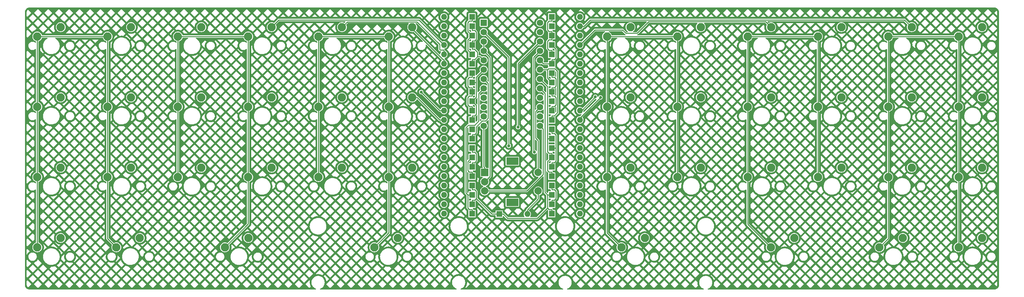
<source format=gbr>
%TF.GenerationSoftware,KiCad,Pcbnew,(6.0.7)*%
%TF.CreationDate,2023-01-10T09:53:11+01:00*%
%TF.ProjectId,skoosk pcb rgb,736b6f6f-736b-4207-9063-62207267622e,rev?*%
%TF.SameCoordinates,Original*%
%TF.FileFunction,Copper,L2,Bot*%
%TF.FilePolarity,Positive*%
%FSLAX46Y46*%
G04 Gerber Fmt 4.6, Leading zero omitted, Abs format (unit mm)*
G04 Created by KiCad (PCBNEW (6.0.7)) date 2023-01-10 09:53:11*
%MOMM*%
%LPD*%
G01*
G04 APERTURE LIST*
%TA.AperFunction,ComponentPad*%
%ADD10R,1.600000X1.600000*%
%TD*%
%TA.AperFunction,ComponentPad*%
%ADD11O,1.600000X1.600000*%
%TD*%
%TA.AperFunction,ComponentPad*%
%ADD12C,2.250000*%
%TD*%
%TA.AperFunction,ComponentPad*%
%ADD13R,1.752600X1.752600*%
%TD*%
%TA.AperFunction,ComponentPad*%
%ADD14C,1.752600*%
%TD*%
%TA.AperFunction,ComponentPad*%
%ADD15R,2.000000X2.000000*%
%TD*%
%TA.AperFunction,ComponentPad*%
%ADD16C,2.000000*%
%TD*%
%TA.AperFunction,ComponentPad*%
%ADD17R,3.200000X2.000000*%
%TD*%
%TA.AperFunction,ViaPad*%
%ADD18C,0.800000*%
%TD*%
%TA.AperFunction,Conductor*%
%ADD19C,0.254000*%
%TD*%
G04 APERTURE END LIST*
D10*
%TO.P,D28,1,K*%
%TO.N,ROW5*%
X128270000Y-51689000D03*
D11*
%TO.P,D28,2,A*%
%TO.N,Net-(D28-Pad2)*%
X120650000Y-51689000D03*
%TD*%
D12*
%TO.P,MX30,1,COL*%
%TO.N,COL2*%
X105727500Y-57023000D03*
%TO.P,MX30,2,ROW*%
%TO.N,Net-(D30-Pad2)*%
X112077500Y-54483000D03*
%TD*%
D13*
%TO.P,U1,1,TX0/PD3*%
%TO.N,unconnected-(U1-Pad1)*%
X131445000Y-15194700D03*
D14*
%TO.P,U1,2,RX1/PD2*%
%TO.N,rgb pin*%
X131445000Y-17734700D03*
%TO.P,U1,3,GND*%
%TO.N,GND*%
X131445000Y-20274700D03*
%TO.P,U1,4,GND*%
X131445000Y-22814700D03*
%TO.P,U1,5,2/PD1*%
%TO.N,ROW1*%
X131445000Y-25354700D03*
%TO.P,U1,6,3/PD0*%
%TO.N,ROW3*%
X131445000Y-27894700D03*
%TO.P,U1,7,4/PD4*%
%TO.N,ROW5*%
X131445000Y-30434700D03*
%TO.P,U1,8,5/PC6*%
%TO.N,ROW7*%
X131445000Y-32974700D03*
%TO.P,U1,9,6/PD7*%
%TO.N,COL1*%
X131445000Y-35514700D03*
%TO.P,U1,10,7/PE6*%
%TO.N,COL3*%
X131445000Y-38054700D03*
%TO.P,U1,11,8/PB4*%
%TO.N,COL5*%
X131445000Y-40594700D03*
%TO.P,U1,12,9/PB5*%
%TO.N,rotary_a*%
X131445000Y-43134700D03*
%TO.P,U1,13,10/PB6*%
%TO.N,rotary_b*%
X146685000Y-43134700D03*
%TO.P,U1,14,16/PB2*%
%TO.N,COL4*%
X146685000Y-40594700D03*
%TO.P,U1,15,14/PB3*%
%TO.N,COL2*%
X146685000Y-38054700D03*
%TO.P,U1,16,15/PB1*%
%TO.N,COL0*%
X146685000Y-35514700D03*
%TO.P,U1,17,A0/PF7*%
%TO.N,ROW6*%
X146685000Y-32974700D03*
%TO.P,U1,18,A1/PF6*%
%TO.N,ROW4*%
X146685000Y-30434700D03*
%TO.P,U1,19,A2/PF5*%
%TO.N,ROW2*%
X146685000Y-27894700D03*
%TO.P,U1,20,A3/PF4*%
%TO.N,ROW0*%
X146685000Y-25354700D03*
%TO.P,U1,21,VCC*%
%TO.N,VCC*%
X146685000Y-22814700D03*
%TO.P,U1,22,RST*%
%TO.N,Net-(SW1-Pad2)*%
X146685000Y-20274700D03*
%TO.P,U1,23,GND*%
%TO.N,GND*%
X146685000Y-17734700D03*
%TO.P,U1,24,RAW*%
%TO.N,unconnected-(U1-Pad24)*%
X146685000Y-15194700D03*
%TD*%
D12*
%TO.P,MX16,1,COL*%
%TO.N,COL1*%
X67627500Y-37973000D03*
%TO.P,MX16,2,ROW*%
%TO.N,Net-(D16-Pad2)*%
X73977500Y-35433000D03*
%TD*%
D10*
%TO.P,D3,1,K*%
%TO.N,ROW0*%
X128270000Y-18669000D03*
D11*
%TO.P,D3,2,A*%
%TO.N,Net-(D3-Pad2)*%
X120650000Y-18669000D03*
%TD*%
D12*
%TO.P,MX14,1,COL*%
%TO.N,COL0*%
X29527500Y-37973000D03*
%TO.P,MX14,2,ROW*%
%TO.N,Net-(D14-Pad2)*%
X35877500Y-35433000D03*
%TD*%
%TO.P,MX44,1,COL*%
%TO.N,COL5*%
X260096000Y-76073000D03*
%TO.P,MX44,2,ROW*%
%TO.N,Net-(D44-Pad2)*%
X266446000Y-73533000D03*
%TD*%
%TO.P,MX28,1,COL*%
%TO.N,COL1*%
X67627500Y-57023000D03*
%TO.P,MX28,2,ROW*%
%TO.N,Net-(D28-Pad2)*%
X73977500Y-54483000D03*
%TD*%
D10*
%TO.P,D14,1,K*%
%TO.N,ROW3*%
X128270000Y-31369000D03*
D11*
%TO.P,D14,2,A*%
%TO.N,Net-(D14-Pad2)*%
X120650000Y-31369000D03*
%TD*%
D10*
%TO.P,D43,1,K*%
%TO.N,ROW6*%
X149860000Y-61849000D03*
D11*
%TO.P,D43,2,A*%
%TO.N,Net-(D43-Pad2)*%
X157480000Y-61849000D03*
%TD*%
D12*
%TO.P,MX41,1,COL*%
%TO.N,COL3*%
X168741100Y-76079000D03*
%TO.P,MX41,2,ROW*%
%TO.N,Net-(D41-Pad2)*%
X175091100Y-73539000D03*
%TD*%
D10*
%TO.P,D2,1,K*%
%TO.N,ROW1*%
X128270000Y-16129000D03*
D11*
%TO.P,D2,2,A*%
%TO.N,Net-(D2-Pad2)*%
X120650000Y-16129000D03*
%TD*%
D10*
%TO.P,D23,1,K*%
%TO.N,ROW2*%
X149860000Y-31369000D03*
D11*
%TO.P,D23,2,A*%
%TO.N,Net-(D23-Pad2)*%
X157480000Y-31369000D03*
%TD*%
D12*
%TO.P,MX35,1,COL*%
%TO.N,COL5*%
X241046000Y-57023000D03*
%TO.P,MX35,2,ROW*%
%TO.N,Net-(D35-Pad2)*%
X247396000Y-54483000D03*
%TD*%
%TO.P,MX24,1,COL*%
%TO.N,COL5*%
X260096000Y-37973000D03*
%TO.P,MX24,2,ROW*%
%TO.N,Net-(D24-Pad2)*%
X266446000Y-35433000D03*
%TD*%
%TO.P,MX43,1,COL*%
%TO.N,COL5*%
X238658400Y-76073000D03*
%TO.P,MX43,2,ROW*%
%TO.N,Net-(D43-Pad2)*%
X245008400Y-73533000D03*
%TD*%
D15*
%TO.P,SW2,A,A*%
%TO.N,rotary_a*%
X131692000Y-55793000D03*
D16*
%TO.P,SW2,B,B*%
%TO.N,rotary_b*%
X131692000Y-60793000D03*
%TO.P,SW2,C,C*%
%TO.N,GND*%
X131692000Y-58293000D03*
D17*
%TO.P,SW2,MP*%
%TO.N,N/C*%
X139192000Y-52693000D03*
X139192000Y-63893000D03*
D16*
%TO.P,SW2,S1,S1*%
%TO.N,Net-(D51-Pad2)*%
X146192000Y-60793000D03*
%TO.P,SW2,S2,S2*%
%TO.N,COL2*%
X146192000Y-55793000D03*
%TD*%
D10*
%TO.P,D6,1,K*%
%TO.N,ROW1*%
X128270000Y-26289000D03*
D11*
%TO.P,D6,2,A*%
%TO.N,Net-(D6-Pad2)*%
X120650000Y-26289000D03*
%TD*%
D12*
%TO.P,MX26,1,COL*%
%TO.N,COL0*%
X29527500Y-57023000D03*
%TO.P,MX26,2,ROW*%
%TO.N,Net-(D26-Pad2)*%
X35877500Y-54483000D03*
%TD*%
D10*
%TO.P,D34,1,K*%
%TO.N,ROW5*%
X149860000Y-49149000D03*
D11*
%TO.P,D34,2,A*%
%TO.N,Net-(D34-Pad2)*%
X157480000Y-49149000D03*
%TD*%
D12*
%TO.P,MX7,1,COL*%
%TO.N,COL3*%
X164846000Y-18923000D03*
%TO.P,MX7,2,ROW*%
%TO.N,Net-(D7-Pad2)*%
X171196000Y-16383000D03*
%TD*%
%TO.P,MX5,1,COL*%
%TO.N,COL2*%
X86677500Y-18923000D03*
%TO.P,MX5,2,ROW*%
%TO.N,Net-(D5-Pad2)*%
X93027500Y-16383000D03*
%TD*%
D10*
%TO.P,D5,1,K*%
%TO.N,ROW0*%
X128270000Y-23749000D03*
D11*
%TO.P,D5,2,A*%
%TO.N,Net-(D5-Pad2)*%
X120650000Y-23749000D03*
%TD*%
D12*
%TO.P,MX15,1,COL*%
%TO.N,COL1*%
X48577500Y-37973000D03*
%TO.P,MX15,2,ROW*%
%TO.N,Net-(D15-Pad2)*%
X54927500Y-35433000D03*
%TD*%
D10*
%TO.P,D40,1,K*%
%TO.N,ROW7*%
X128270000Y-66929000D03*
D11*
%TO.P,D40,2,A*%
%TO.N,Net-(D40-Pad2)*%
X120650000Y-66929000D03*
%TD*%
D10*
%TO.P,D4,1,K*%
%TO.N,ROW1*%
X128270000Y-21209000D03*
D11*
%TO.P,D4,2,A*%
%TO.N,Net-(D4-Pad2)*%
X120650000Y-21209000D03*
%TD*%
D10*
%TO.P,D24,1,K*%
%TO.N,ROW3*%
X149860000Y-28829000D03*
D11*
%TO.P,D24,2,A*%
%TO.N,Net-(D24-Pad2)*%
X157480000Y-28829000D03*
%TD*%
D12*
%TO.P,MX18,1,COL*%
%TO.N,COL2*%
X105727500Y-37973000D03*
%TO.P,MX18,2,ROW*%
%TO.N,Net-(D18-Pad2)*%
X112077500Y-35433000D03*
%TD*%
%TO.P,MX21,1,COL*%
%TO.N,COL4*%
X202946000Y-37973000D03*
%TO.P,MX21,2,ROW*%
%TO.N,Net-(D21-Pad2)*%
X209296000Y-35433000D03*
%TD*%
D10*
%TO.P,D39,1,K*%
%TO.N,ROW6*%
X128270000Y-64389000D03*
D11*
%TO.P,D39,2,A*%
%TO.N,Net-(D39-Pad2)*%
X120650000Y-64389000D03*
%TD*%
D12*
%TO.P,MX11,1,COL*%
%TO.N,COL5*%
X241046000Y-18923000D03*
%TO.P,MX11,2,ROW*%
%TO.N,Net-(D11-Pad2)*%
X247396000Y-16383000D03*
%TD*%
D10*
%TO.P,D27,1,K*%
%TO.N,ROW4*%
X128270000Y-49149000D03*
D11*
%TO.P,D27,2,A*%
%TO.N,Net-(D27-Pad2)*%
X120650000Y-49149000D03*
%TD*%
D10*
%TO.P,D30,1,K*%
%TO.N,ROW5*%
X128270000Y-56769000D03*
D11*
%TO.P,D30,2,A*%
%TO.N,Net-(D30-Pad2)*%
X120650000Y-56769000D03*
%TD*%
D10*
%TO.P,D22,1,K*%
%TO.N,ROW3*%
X149860000Y-33909000D03*
D11*
%TO.P,D22,2,A*%
%TO.N,Net-(D22-Pad2)*%
X157480000Y-33909000D03*
%TD*%
D10*
%TO.P,D18,1,K*%
%TO.N,ROW3*%
X128270000Y-41529000D03*
D11*
%TO.P,D18,2,A*%
%TO.N,Net-(D18-Pad2)*%
X120650000Y-41529000D03*
%TD*%
D12*
%TO.P,MX40,1,COL*%
%TO.N,COL2*%
X101803200Y-76073000D03*
%TO.P,MX40,2,ROW*%
%TO.N,Net-(D40-Pad2)*%
X108153200Y-73533000D03*
%TD*%
D10*
%TO.P,D21,1,K*%
%TO.N,ROW2*%
X149860000Y-36449000D03*
D11*
%TO.P,D21,2,A*%
%TO.N,Net-(D21-Pad2)*%
X157480000Y-36449000D03*
%TD*%
D10*
%TO.P,D36,1,K*%
%TO.N,ROW5*%
X149860000Y-44069000D03*
D11*
%TO.P,D36,2,A*%
%TO.N,Net-(D36-Pad2)*%
X157480000Y-44069000D03*
%TD*%
D12*
%TO.P,MX10,1,COL*%
%TO.N,COL4*%
X221996000Y-18923000D03*
%TO.P,MX10,2,ROW*%
%TO.N,Net-(D10-Pad2)*%
X228346000Y-16383000D03*
%TD*%
D10*
%TO.P,D31,1,K*%
%TO.N,ROW4*%
X149860000Y-56769000D03*
D11*
%TO.P,D31,2,A*%
%TO.N,Net-(D31-Pad2)*%
X157480000Y-56769000D03*
%TD*%
D10*
%TO.P,D32,1,K*%
%TO.N,ROW5*%
X149860000Y-54229000D03*
D11*
%TO.P,D32,2,A*%
%TO.N,Net-(D32-Pad2)*%
X157480000Y-54229000D03*
%TD*%
D12*
%TO.P,MX4,1,COL*%
%TO.N,COL1*%
X67627500Y-18923000D03*
%TO.P,MX4,2,ROW*%
%TO.N,Net-(D4-Pad2)*%
X73977500Y-16383000D03*
%TD*%
%TO.P,MX32,1,COL*%
%TO.N,COL3*%
X183896000Y-57023000D03*
%TO.P,MX32,2,ROW*%
%TO.N,Net-(D32-Pad2)*%
X190246000Y-54483000D03*
%TD*%
%TO.P,MX22,1,COL*%
%TO.N,COL4*%
X221996000Y-37973000D03*
%TO.P,MX22,2,ROW*%
%TO.N,Net-(D22-Pad2)*%
X228346000Y-35433000D03*
%TD*%
D10*
%TO.P,D35,1,K*%
%TO.N,ROW4*%
X149860000Y-46609000D03*
D11*
%TO.P,D35,2,A*%
%TO.N,Net-(D35-Pad2)*%
X157480000Y-46609000D03*
%TD*%
D10*
%TO.P,D12,1,K*%
%TO.N,ROW1*%
X149860000Y-13589000D03*
D11*
%TO.P,D12,2,A*%
%TO.N,Net-(D12-Pad2)*%
X157480000Y-13589000D03*
%TD*%
D12*
%TO.P,MX27,1,COL*%
%TO.N,COL1*%
X48577500Y-57023000D03*
%TO.P,MX27,2,ROW*%
%TO.N,Net-(D27-Pad2)*%
X54927500Y-54483000D03*
%TD*%
%TO.P,MX36,1,COL*%
%TO.N,COL5*%
X260096000Y-57023000D03*
%TO.P,MX36,2,ROW*%
%TO.N,Net-(D36-Pad2)*%
X266446000Y-54483000D03*
%TD*%
D10*
%TO.P,D9,1,K*%
%TO.N,ROW0*%
X149860000Y-21209000D03*
D11*
%TO.P,D9,2,A*%
%TO.N,Net-(D9-Pad2)*%
X157480000Y-21209000D03*
%TD*%
D12*
%TO.P,MX20,1,COL*%
%TO.N,COL3*%
X183896000Y-37973000D03*
%TO.P,MX20,2,ROW*%
%TO.N,Net-(D20-Pad2)*%
X190246000Y-35433000D03*
%TD*%
D10*
%TO.P,D15,1,K*%
%TO.N,ROW2*%
X128270000Y-33909000D03*
D11*
%TO.P,D15,2,A*%
%TO.N,Net-(D15-Pad2)*%
X120650000Y-33909000D03*
%TD*%
D10*
%TO.P,D51,1,K*%
%TO.N,ROW6*%
X135636000Y-67056000D03*
D11*
%TO.P,D51,2,A*%
%TO.N,Net-(D51-Pad2)*%
X143256000Y-67056000D03*
%TD*%
D10*
%TO.P,D7,1,K*%
%TO.N,ROW0*%
X149860000Y-26289000D03*
D11*
%TO.P,D7,2,A*%
%TO.N,Net-(D7-Pad2)*%
X157480000Y-26289000D03*
%TD*%
D12*
%TO.P,MX25,1,COL*%
%TO.N,COL0*%
X10477500Y-57023000D03*
%TO.P,MX25,2,ROW*%
%TO.N,Net-(D25-Pad2)*%
X16827500Y-54483000D03*
%TD*%
D10*
%TO.P,D33,1,K*%
%TO.N,ROW4*%
X149860000Y-51689000D03*
D11*
%TO.P,D33,2,A*%
%TO.N,Net-(D33-Pad2)*%
X157480000Y-51689000D03*
%TD*%
D10*
%TO.P,D17,1,K*%
%TO.N,ROW2*%
X128270000Y-38989000D03*
D11*
%TO.P,D17,2,A*%
%TO.N,Net-(D17-Pad2)*%
X120650000Y-38989000D03*
%TD*%
D10*
%TO.P,D16,1,K*%
%TO.N,ROW3*%
X128270000Y-36449000D03*
D11*
%TO.P,D16,2,A*%
%TO.N,Net-(D16-Pad2)*%
X120650000Y-36449000D03*
%TD*%
D12*
%TO.P,MX42,1,COL*%
%TO.N,COL4*%
X209219800Y-76073000D03*
%TO.P,MX42,2,ROW*%
%TO.N,Net-(D42-Pad2)*%
X215569800Y-73533000D03*
%TD*%
%TO.P,MX33,1,COL*%
%TO.N,COL4*%
X202946000Y-57023000D03*
%TO.P,MX33,2,ROW*%
%TO.N,Net-(D33-Pad2)*%
X209296000Y-54483000D03*
%TD*%
%TO.P,MX38,1,COL*%
%TO.N,COL0*%
X31902400Y-76073000D03*
%TO.P,MX38,2,ROW*%
%TO.N,Net-(D38-Pad2)*%
X38252400Y-73533000D03*
%TD*%
%TO.P,MX13,1,COL*%
%TO.N,COL0*%
X10477500Y-37973000D03*
%TO.P,MX13,2,ROW*%
%TO.N,Net-(D13-Pad2)*%
X16827500Y-35433000D03*
%TD*%
D10*
%TO.P,D42,1,K*%
%TO.N,ROW7*%
X149860000Y-64389000D03*
D11*
%TO.P,D42,2,A*%
%TO.N,Net-(D42-Pad2)*%
X157480000Y-64389000D03*
%TD*%
D12*
%TO.P,MX6,1,COL*%
%TO.N,COL2*%
X105727500Y-18923000D03*
%TO.P,MX6,2,ROW*%
%TO.N,Net-(D6-Pad2)*%
X112077500Y-16383000D03*
%TD*%
%TO.P,MX3,1,COL*%
%TO.N,COL1*%
X48577500Y-18923000D03*
%TO.P,MX3,2,ROW*%
%TO.N,Net-(D3-Pad2)*%
X54927500Y-16383000D03*
%TD*%
%TO.P,MX2,1,COL*%
%TO.N,COL0*%
X29527500Y-18923000D03*
%TO.P,MX2,2,ROW*%
%TO.N,Net-(D2-Pad2)*%
X35877500Y-16383000D03*
%TD*%
%TO.P,MX17,1,COL*%
%TO.N,COL2*%
X86677500Y-37973000D03*
%TO.P,MX17,2,ROW*%
%TO.N,Net-(D17-Pad2)*%
X93027500Y-35433000D03*
%TD*%
D10*
%TO.P,D11,1,K*%
%TO.N,ROW0*%
X149860000Y-16129000D03*
D11*
%TO.P,D11,2,A*%
%TO.N,Net-(D11-Pad2)*%
X157480000Y-16129000D03*
%TD*%
D12*
%TO.P,MX1,1,COL*%
%TO.N,COL0*%
X10477500Y-18923000D03*
%TO.P,MX1,2,ROW*%
%TO.N,Net-(D1-Pad2)*%
X16827500Y-16383000D03*
%TD*%
D10*
%TO.P,D25,1,K*%
%TO.N,ROW4*%
X128270000Y-44069000D03*
D11*
%TO.P,D25,2,A*%
%TO.N,Net-(D25-Pad2)*%
X120650000Y-44069000D03*
%TD*%
D12*
%TO.P,MX37,1,COL*%
%TO.N,COL0*%
X10477500Y-76073000D03*
%TO.P,MX37,2,ROW*%
%TO.N,Net-(D37-Pad2)*%
X16827500Y-73533000D03*
%TD*%
%TO.P,MX39,1,COL*%
%TO.N,COL1*%
X61315600Y-76073000D03*
%TO.P,MX39,2,ROW*%
%TO.N,Net-(D39-Pad2)*%
X67665600Y-73533000D03*
%TD*%
D10*
%TO.P,D19,1,K*%
%TO.N,ROW2*%
X149860000Y-41529000D03*
D11*
%TO.P,D19,2,A*%
%TO.N,Net-(D19-Pad2)*%
X157480000Y-41529000D03*
%TD*%
D10*
%TO.P,D8,1,K*%
%TO.N,ROW1*%
X149860000Y-23749000D03*
D11*
%TO.P,D8,2,A*%
%TO.N,Net-(D8-Pad2)*%
X157480000Y-23749000D03*
%TD*%
D12*
%TO.P,MX23,1,COL*%
%TO.N,COL5*%
X241046000Y-37973000D03*
%TO.P,MX23,2,ROW*%
%TO.N,Net-(D23-Pad2)*%
X247396000Y-35433000D03*
%TD*%
D10*
%TO.P,D44,1,K*%
%TO.N,ROW7*%
X149860000Y-59309000D03*
D11*
%TO.P,D44,2,A*%
%TO.N,Net-(D44-Pad2)*%
X157480000Y-59309000D03*
%TD*%
D12*
%TO.P,MX9,1,COL*%
%TO.N,COL4*%
X202946000Y-18923000D03*
%TO.P,MX9,2,ROW*%
%TO.N,Net-(D9-Pad2)*%
X209296000Y-16383000D03*
%TD*%
D10*
%TO.P,D20,1,K*%
%TO.N,ROW3*%
X149860000Y-38989000D03*
D11*
%TO.P,D20,2,A*%
%TO.N,Net-(D20-Pad2)*%
X157480000Y-38989000D03*
%TD*%
D12*
%TO.P,MX34,1,COL*%
%TO.N,COL4*%
X221996000Y-57023000D03*
%TO.P,MX34,2,ROW*%
%TO.N,Net-(D34-Pad2)*%
X228346000Y-54483000D03*
%TD*%
D10*
%TO.P,D26,1,K*%
%TO.N,ROW5*%
X128270000Y-46609000D03*
D11*
%TO.P,D26,2,A*%
%TO.N,Net-(D26-Pad2)*%
X120650000Y-46609000D03*
%TD*%
D10*
%TO.P,D1,1,K*%
%TO.N,ROW0*%
X128270000Y-13589000D03*
D11*
%TO.P,D1,2,A*%
%TO.N,Net-(D1-Pad2)*%
X120650000Y-13589000D03*
%TD*%
D10*
%TO.P,D13,1,K*%
%TO.N,ROW2*%
X128270000Y-28829000D03*
D11*
%TO.P,D13,2,A*%
%TO.N,Net-(D13-Pad2)*%
X120650000Y-28829000D03*
%TD*%
D12*
%TO.P,MX19,1,COL*%
%TO.N,COL3*%
X164846000Y-37973000D03*
%TO.P,MX19,2,ROW*%
%TO.N,Net-(D19-Pad2)*%
X171196000Y-35433000D03*
%TD*%
D10*
%TO.P,D29,1,K*%
%TO.N,ROW4*%
X128270000Y-54229000D03*
D11*
%TO.P,D29,2,A*%
%TO.N,Net-(D29-Pad2)*%
X120650000Y-54229000D03*
%TD*%
D12*
%TO.P,MX12,1,COL*%
%TO.N,COL5*%
X260096000Y-18923000D03*
%TO.P,MX12,2,ROW*%
%TO.N,Net-(D12-Pad2)*%
X266446000Y-16383000D03*
%TD*%
D10*
%TO.P,D10,1,K*%
%TO.N,ROW1*%
X149860000Y-18669000D03*
D11*
%TO.P,D10,2,A*%
%TO.N,Net-(D10-Pad2)*%
X157480000Y-18669000D03*
%TD*%
D10*
%TO.P,D41,1,K*%
%TO.N,ROW6*%
X149860000Y-66929000D03*
D11*
%TO.P,D41,2,A*%
%TO.N,Net-(D41-Pad2)*%
X157480000Y-66929000D03*
%TD*%
D12*
%TO.P,MX31,1,COL*%
%TO.N,COL3*%
X164846000Y-57023000D03*
%TO.P,MX31,2,ROW*%
%TO.N,Net-(D31-Pad2)*%
X171196000Y-54483000D03*
%TD*%
D10*
%TO.P,D37,1,K*%
%TO.N,ROW6*%
X128270000Y-59309000D03*
D11*
%TO.P,D37,2,A*%
%TO.N,Net-(D37-Pad2)*%
X120650000Y-59309000D03*
%TD*%
D12*
%TO.P,MX29,1,COL*%
%TO.N,COL2*%
X86677500Y-57023000D03*
%TO.P,MX29,2,ROW*%
%TO.N,Net-(D29-Pad2)*%
X93027500Y-54483000D03*
%TD*%
%TO.P,MX8,1,COL*%
%TO.N,COL3*%
X183896000Y-18923000D03*
%TO.P,MX8,2,ROW*%
%TO.N,Net-(D8-Pad2)*%
X190246000Y-16383000D03*
%TD*%
D10*
%TO.P,D38,1,K*%
%TO.N,ROW7*%
X128270000Y-61849000D03*
D11*
%TO.P,D38,2,A*%
%TO.N,Net-(D38-Pad2)*%
X120650000Y-61849000D03*
%TD*%
D18*
%TO.N,Net-(D17-Pad2)*%
X114501600Y-33967700D03*
%TO.N,Net-(D19-Pad2)*%
X163068000Y-35433000D03*
%TO.N,Net-(D20-Pad2)*%
X161671000Y-35306000D03*
%TO.N,Net-(SW1-Pad2)*%
X140722700Y-43524700D03*
%TO.N,VCC*%
X145168500Y-50258700D03*
%TO.N,rgb pin*%
X138244200Y-48539100D03*
%TD*%
D19*
%TO.N,COL0*%
X29527500Y-57023000D02*
X29527500Y-73698100D01*
X29527500Y-18923000D02*
X29527500Y-37973000D01*
X10477500Y-76073000D02*
X10477500Y-57023000D01*
X10477500Y-37973000D02*
X10477500Y-57023000D01*
X29527500Y-37973000D02*
X29527500Y-57023000D01*
X29527500Y-73698100D02*
X31902400Y-76073000D01*
X10477500Y-18923000D02*
X29527500Y-18923000D01*
X10477500Y-18923000D02*
X10477500Y-37973000D01*
%TO.N,ROW0*%
X127142800Y-17541800D02*
X128270000Y-18669000D01*
X150564500Y-25161900D02*
X149860000Y-25161900D01*
X149860000Y-21209000D02*
X150987100Y-22336100D01*
X128270000Y-13589000D02*
X128270000Y-14716100D01*
X147619300Y-26289000D02*
X146685000Y-25354700D01*
X149860000Y-26289000D02*
X149860000Y-25161900D01*
X149860000Y-26289000D02*
X147619300Y-26289000D01*
X127142800Y-19796200D02*
X127142800Y-22621800D01*
X128270000Y-18669000D02*
X127142800Y-19796200D01*
X127142800Y-15138900D02*
X127142800Y-17541800D01*
X127565600Y-14716100D02*
X127142800Y-15138900D01*
X128270000Y-14716100D02*
X127565600Y-14716100D01*
X150987100Y-24739300D02*
X150564500Y-25161900D01*
X127142800Y-22621800D02*
X128270000Y-23749000D01*
X150987100Y-22336100D02*
X150987100Y-24739300D01*
%TO.N,COL1*%
X48577500Y-18923000D02*
X67627500Y-18923000D01*
X67164300Y-57023000D02*
X67627500Y-57023000D01*
X48577500Y-57023000D02*
X48577500Y-37973000D01*
X67627500Y-37973000D02*
X67627500Y-57023000D01*
X67627500Y-57023000D02*
X67627500Y-69761100D01*
X67627500Y-18923000D02*
X67627500Y-37973000D01*
X48577500Y-18923000D02*
X48577500Y-37973000D01*
X67627500Y-69761100D02*
X61315600Y-76073000D01*
%TO.N,ROW1*%
X129782700Y-23178400D02*
X129782700Y-24353600D01*
X128270000Y-22336100D02*
X128940400Y-22336100D01*
X149860000Y-18669000D02*
X149860000Y-19796100D01*
X128270000Y-21209000D02*
X128270000Y-20081900D01*
X128974500Y-20081900D02*
X128270000Y-20081900D01*
X149155600Y-22621900D02*
X148732900Y-22199200D01*
X149860000Y-22621900D02*
X149155600Y-22621900D01*
X128270000Y-16129000D02*
X128270000Y-17256100D01*
X128270000Y-17256100D02*
X128974400Y-17256100D01*
X128940400Y-22336100D02*
X129782700Y-23178400D01*
X149860000Y-17541900D02*
X149155600Y-17541900D01*
X128270000Y-26289000D02*
X128270000Y-25161900D01*
X129782700Y-24353600D02*
X130443900Y-24353600D01*
X148732900Y-17119200D02*
X148732900Y-15138700D01*
X149860000Y-18669000D02*
X149860000Y-17541900D01*
X149860000Y-13589000D02*
X149860000Y-14716100D01*
X149155600Y-17541900D02*
X148732900Y-17119200D01*
X129397100Y-19659300D02*
X128974500Y-20081900D01*
X149155500Y-19796100D02*
X149860000Y-19796100D01*
X149860000Y-23749000D02*
X149860000Y-22621900D01*
X128974400Y-25161900D02*
X128270000Y-25161900D01*
X130443900Y-24353600D02*
X131445000Y-25354700D01*
X129397100Y-17678800D02*
X129397100Y-19659300D01*
X148732900Y-15138700D02*
X149155500Y-14716100D01*
X128270000Y-21209000D02*
X128270000Y-22336100D01*
X129782700Y-24353600D02*
X128974400Y-25161900D01*
X148732900Y-22199200D02*
X148732900Y-20218700D01*
X149155500Y-14716100D02*
X149860000Y-14716100D01*
X148732900Y-20218700D02*
X149155500Y-19796100D01*
X128974400Y-17256100D02*
X129397100Y-17678800D01*
%TO.N,COL2*%
X86677500Y-37973000D02*
X86677500Y-18923000D01*
X146192000Y-47130800D02*
X146192000Y-55793000D01*
X105727500Y-37973000D02*
X105727500Y-57023000D01*
X105727500Y-72148700D02*
X105727500Y-57023000D01*
X86677500Y-18923000D02*
X105727500Y-18923000D01*
X101803200Y-76073000D02*
X105727500Y-72148700D01*
X145474100Y-39265600D02*
X145474100Y-46412900D01*
X145474100Y-46412900D02*
X146192000Y-47130800D01*
X86677500Y-57023000D02*
X86677500Y-37973000D01*
X146685000Y-38054700D02*
X145474100Y-39265600D01*
X105727500Y-18923000D02*
X105727500Y-37973000D01*
%TO.N,Net-(D4-Pad2)*%
X73977500Y-16383000D02*
X75921500Y-14439000D01*
X113880000Y-14439000D02*
X120650000Y-21209000D01*
X75921500Y-14439000D02*
X113880000Y-14439000D01*
%TO.N,COL3*%
X164846000Y-37973000D02*
X164846000Y-18923000D01*
X164846000Y-37973000D02*
X164846000Y-57023000D01*
X164846000Y-72183900D02*
X168741100Y-76079000D01*
X164846000Y-18923000D02*
X183896000Y-18923000D01*
X183896000Y-18923000D02*
X183896000Y-37973000D01*
X164846000Y-57023000D02*
X164846000Y-72183900D01*
X183896000Y-37973000D02*
X183896000Y-57023000D01*
%TO.N,Net-(D5-Pad2)*%
X113341900Y-14916900D02*
X119507000Y-21082000D01*
X119507000Y-21082000D02*
X119507000Y-22479000D01*
X94493600Y-14916900D02*
X113341900Y-14916900D01*
X120523000Y-22606000D02*
X120650000Y-22733000D01*
X93027500Y-16383000D02*
X94493600Y-14916900D01*
X119507000Y-22479000D02*
X119634000Y-22606000D01*
X120650000Y-22733000D02*
X120650000Y-23749000D01*
X119634000Y-22606000D02*
X120523000Y-22606000D01*
%TO.N,Net-(D6-Pad2)*%
X112077500Y-16823000D02*
X120416400Y-25161900D01*
X112077500Y-16383000D02*
X112077500Y-16823000D01*
X120416400Y-25161900D02*
X120650000Y-25161900D01*
X120650000Y-26289000D02*
X120650000Y-25161900D01*
%TO.N,COL4*%
X202946000Y-69799200D02*
X209219800Y-76073000D01*
X221996000Y-18923000D02*
X221996000Y-37973000D01*
X202946000Y-57023000D02*
X202946000Y-69799200D01*
X202946000Y-18923000D02*
X202946000Y-37973000D01*
X202946000Y-18923000D02*
X221996000Y-18923000D01*
X202946000Y-37973000D02*
X202946000Y-57023000D01*
X221996000Y-37973000D02*
X221996000Y-57023000D01*
%TO.N,COL5*%
X260096000Y-18923000D02*
X260096000Y-37973000D01*
X241046000Y-18923000D02*
X260096000Y-18923000D01*
X241046000Y-18923000D02*
X241046000Y-37973000D01*
X241046000Y-73685400D02*
X241046000Y-57023000D01*
X241046000Y-37973000D02*
X241046000Y-57023000D01*
X260096000Y-57023000D02*
X260096000Y-76073000D01*
X260096000Y-37973000D02*
X260096000Y-57023000D01*
X238658400Y-76073000D02*
X241046000Y-73685400D01*
%TO.N,Net-(D9-Pad2)*%
X173000100Y-18043100D02*
X169935100Y-18043100D01*
X161544000Y-17145000D02*
X157480000Y-21209000D01*
X169935100Y-18043100D02*
X169037000Y-17145000D01*
X169037000Y-17145000D02*
X161544000Y-17145000D01*
X176153600Y-14889600D02*
X173000100Y-18043100D01*
X209296000Y-16383000D02*
X207802600Y-14889600D01*
X207802600Y-14889600D02*
X176153600Y-14889600D01*
%TO.N,Net-(D11-Pad2)*%
X158607100Y-16129000D02*
X160302800Y-14433300D01*
X157480000Y-16129000D02*
X158607100Y-16129000D01*
X160302800Y-14433300D02*
X245446300Y-14433300D01*
X245446300Y-14433300D02*
X247396000Y-16383000D01*
%TO.N,Net-(D17-Pad2)*%
X114501600Y-33967700D02*
X119522900Y-38989000D01*
X120650000Y-38989000D02*
X119522900Y-38989000D01*
%TO.N,Net-(D18-Pad2)*%
X119522900Y-41529000D02*
X113426900Y-35433000D01*
X113426900Y-35433000D02*
X112077500Y-35433000D01*
X120650000Y-41529000D02*
X119522900Y-41529000D01*
%TO.N,Net-(D19-Pad2)*%
X157480000Y-41529000D02*
X157480000Y-41021000D01*
X157480000Y-41021000D02*
X163068000Y-35433000D01*
%TO.N,Net-(D20-Pad2)*%
X161671000Y-35306000D02*
X157988000Y-38989000D01*
X157988000Y-38989000D02*
X157480000Y-38989000D01*
%TO.N,ROW2*%
X149860000Y-41529000D02*
X149860000Y-40401900D01*
X151450600Y-28355800D02*
X150765400Y-27670600D01*
X127142900Y-37439300D02*
X127142900Y-35458700D01*
X127142900Y-35458700D02*
X127565500Y-35036100D01*
X127565500Y-32781900D02*
X128270000Y-32781900D01*
X128270000Y-33909000D02*
X128270000Y-32781900D01*
X128270000Y-37861900D02*
X127565500Y-37861900D01*
X148716800Y-27894700D02*
X148716800Y-30225800D01*
X128270000Y-38989000D02*
X128270000Y-37861900D01*
X148940900Y-27670600D02*
X148716800Y-27894700D01*
X150765400Y-27670600D02*
X148940900Y-27670600D01*
X127565500Y-37861900D02*
X127142900Y-37439300D01*
X150564400Y-40401900D02*
X151450600Y-39515700D01*
X148716800Y-30225800D02*
X149860000Y-31369000D01*
X127565600Y-29956100D02*
X127142900Y-30378800D01*
X128270000Y-29956100D02*
X127565600Y-29956100D01*
X148716800Y-27894700D02*
X146685000Y-27894700D01*
X151450600Y-39515700D02*
X151450600Y-28355800D01*
X127142900Y-30378800D02*
X127142900Y-32359300D01*
X149860000Y-40401900D02*
X150564400Y-40401900D01*
X128270000Y-33909000D02*
X128270000Y-35036100D01*
X127142900Y-32359300D02*
X127565500Y-32781900D01*
X127565500Y-35036100D02*
X128270000Y-35036100D01*
X128270000Y-28829000D02*
X128270000Y-29956100D01*
%TO.N,ROW3*%
X128270000Y-36449000D02*
X129397100Y-37576100D01*
X149860000Y-33909000D02*
X149860000Y-35036100D01*
X150564400Y-37861900D02*
X150987100Y-37439200D01*
X128270000Y-36449000D02*
X129397100Y-35321900D01*
X150564500Y-29956100D02*
X149860000Y-29956100D01*
X149860000Y-37861900D02*
X150564400Y-37861900D01*
X149860000Y-28829000D02*
X149860000Y-29956100D01*
X150987100Y-30378700D02*
X150564500Y-29956100D01*
X150564500Y-32781900D02*
X150987100Y-32359300D01*
X149860000Y-33909000D02*
X149860000Y-32781900D01*
X129397100Y-39979300D02*
X128974500Y-40401900D01*
X128270000Y-41529000D02*
X128270000Y-40401900D01*
X149860000Y-32781900D02*
X150564500Y-32781900D01*
X150987100Y-35458700D02*
X150564500Y-35036100D01*
X128974500Y-40401900D02*
X128270000Y-40401900D01*
X129397100Y-31369000D02*
X129397100Y-29942600D01*
X150564500Y-35036100D02*
X149860000Y-35036100D01*
X129397100Y-29942600D02*
X131445000Y-27894700D01*
X149860000Y-38989000D02*
X149860000Y-37861900D01*
X150987100Y-32359300D02*
X150987100Y-30378700D01*
X128270000Y-31369000D02*
X129397100Y-31369000D01*
X129397100Y-37576100D02*
X129397100Y-39979300D01*
X150987100Y-37439200D02*
X150987100Y-35458700D01*
X129397100Y-35321900D02*
X129397100Y-31369000D01*
%TO.N,ROW4*%
X149860000Y-51689000D02*
X149860000Y-50561900D01*
X148732900Y-46609000D02*
X148732900Y-32482600D01*
X149860000Y-55641900D02*
X149155600Y-55641900D01*
X128270000Y-54229000D02*
X128270000Y-53101900D01*
X149860000Y-56769000D02*
X149860000Y-55641900D01*
X128974500Y-50276100D02*
X128270000Y-50276100D01*
X148732800Y-55219100D02*
X148732800Y-52816200D01*
X129397100Y-50698700D02*
X128974500Y-50276100D01*
X149860000Y-46609000D02*
X148732900Y-46609000D01*
X129397100Y-52679200D02*
X129397100Y-50698700D01*
X148732900Y-50139200D02*
X148732900Y-46609000D01*
X128270000Y-49149000D02*
X128270000Y-50276100D01*
X128270000Y-53101900D02*
X128974400Y-53101900D01*
X149860000Y-50561900D02*
X149155600Y-50561900D01*
X148732800Y-52816200D02*
X149860000Y-51689000D01*
X148732900Y-32482600D02*
X146685000Y-30434700D01*
X128974400Y-53101900D02*
X129397100Y-52679200D01*
X149155600Y-55641900D02*
X148732800Y-55219100D01*
X149155600Y-50561900D02*
X148732900Y-50139200D01*
%TO.N,Net-(D51-Pad2)*%
X143256000Y-67056000D02*
X143256000Y-65928900D01*
X146192000Y-62992900D02*
X146192000Y-60793000D01*
X143256000Y-65928900D02*
X146192000Y-62992900D01*
%TO.N,ROW6*%
X133613800Y-67056000D02*
X135636000Y-67056000D01*
X128974400Y-60436100D02*
X129397100Y-60858800D01*
X148732900Y-65379300D02*
X148732900Y-61849000D01*
X149860000Y-66929000D02*
X149860000Y-65801900D01*
X145917600Y-68194600D02*
X148732900Y-65379300D01*
X149860000Y-61849000D02*
X148732900Y-61849000D01*
X137901700Y-68194600D02*
X145917600Y-68194600D01*
X148021500Y-34311200D02*
X146685000Y-32974700D01*
X149155500Y-65801900D02*
X148732900Y-65379300D01*
X148021500Y-61137600D02*
X148021500Y-34311200D01*
X135636000Y-67056000D02*
X136763100Y-67056000D01*
X128974500Y-63261900D02*
X128270000Y-63261900D01*
X128270000Y-59309000D02*
X128270000Y-60436100D01*
X149860000Y-65801900D02*
X149155500Y-65801900D01*
X128270000Y-60436100D02*
X128974400Y-60436100D01*
X129397100Y-62839300D02*
X128974500Y-63261900D01*
X136763100Y-67056000D02*
X137901700Y-68194600D01*
X129397100Y-62839300D02*
X133613800Y-67056000D01*
X129397100Y-60858800D02*
X129397100Y-62839300D01*
X128270000Y-64389000D02*
X128270000Y-63261900D01*
X148732900Y-61849000D02*
X148021500Y-61137600D01*
%TO.N,ROW7*%
X150987100Y-60858800D02*
X150987100Y-62839300D01*
X150564400Y-60436100D02*
X150987100Y-60858800D01*
X128270000Y-61849000D02*
X127142900Y-61849000D01*
X131445000Y-32974700D02*
X130108500Y-34311200D01*
X130108500Y-41783100D02*
X128949800Y-42941800D01*
X128270000Y-66929000D02*
X128270000Y-65801900D01*
X127142900Y-61849000D02*
X127142900Y-65379200D01*
X149860000Y-59309000D02*
X149860000Y-60436100D01*
X149860000Y-60436100D02*
X150564400Y-60436100D01*
X127565600Y-65801900D02*
X128270000Y-65801900D01*
X127142900Y-65379200D02*
X127565600Y-65801900D01*
X149860000Y-64389000D02*
X149860000Y-63261900D01*
X126629700Y-61335800D02*
X127142900Y-61849000D01*
X128949800Y-42941800D02*
X127274600Y-42941800D01*
X127274600Y-42941800D02*
X126629700Y-43586700D01*
X150564500Y-63261900D02*
X149860000Y-63261900D01*
X150987100Y-62839300D02*
X150564500Y-63261900D01*
X130108500Y-34311200D02*
X130108500Y-41783100D01*
X126629700Y-43586700D02*
X126629700Y-61335800D01*
%TO.N,GND*%
X131692000Y-58293000D02*
X133126400Y-56858600D01*
X133126400Y-56858600D02*
X133126400Y-24496100D01*
X131445000Y-22814700D02*
X131445000Y-20274700D01*
X133126400Y-24496100D02*
X131445000Y-22814700D01*
%TO.N,Net-(SW1-Pad2)*%
X140722700Y-26237000D02*
X146685000Y-20274700D01*
X140722700Y-43524700D02*
X140722700Y-26237000D01*
%TO.N,rotary_a*%
X131692000Y-54465900D02*
X131445000Y-54218900D01*
X131445000Y-54218900D02*
X131445000Y-43134700D01*
X131692000Y-55793000D02*
X131692000Y-54465900D01*
%TO.N,rotary_b*%
X147558800Y-56359400D02*
X143125200Y-60793000D01*
X147558800Y-44008500D02*
X147558800Y-56359400D01*
X146685000Y-43134700D02*
X147558800Y-44008500D01*
X143125200Y-60793000D02*
X131692000Y-60793000D01*
%TO.N,VCC*%
X145002900Y-24496800D02*
X145002900Y-50093100D01*
X145002900Y-50093100D02*
X145168500Y-50258700D01*
X146685000Y-22814700D02*
X145002900Y-24496800D01*
%TO.N,rgb pin*%
X138244200Y-48539100D02*
X138244200Y-24533900D01*
X138244200Y-24533900D02*
X131445000Y-17734700D01*
%TO.N,ROW5*%
X149860000Y-54229000D02*
X149860000Y-53101900D01*
X149860000Y-44069000D02*
X149860000Y-45196100D01*
X128270000Y-56769000D02*
X128270000Y-55641900D01*
X132665400Y-31655100D02*
X132665400Y-41076300D01*
X131043200Y-41829600D02*
X129397100Y-43475700D01*
X127565500Y-55641900D02*
X128270000Y-55641900D01*
X128974500Y-45481900D02*
X128270000Y-45481900D01*
X149860000Y-45196100D02*
X150564400Y-45196100D01*
X150564400Y-53101900D02*
X149860000Y-53101900D01*
X127142900Y-52816100D02*
X127142900Y-55219300D01*
X127142900Y-55219300D02*
X127565500Y-55641900D01*
X150987100Y-52679200D02*
X150564400Y-53101900D01*
X128270000Y-46609000D02*
X128270000Y-45481900D01*
X149860000Y-49149000D02*
X150987100Y-49149000D01*
X128270000Y-51689000D02*
X127142900Y-52816100D01*
X150564400Y-45196100D02*
X150987100Y-45618800D01*
X132665400Y-41076300D02*
X131912100Y-41829600D01*
X131912100Y-41829600D02*
X131043200Y-41829600D01*
X129397100Y-43475700D02*
X129397100Y-45059300D01*
X131445000Y-30434700D02*
X132665400Y-31655100D01*
X150987100Y-45618800D02*
X150987100Y-49149000D01*
X129397100Y-45059300D02*
X128974500Y-45481900D01*
X150987100Y-49149000D02*
X150987100Y-52679200D01*
%TD*%
%TA.AperFunction,NonConductor*%
G36*
X127884621Y-17149502D02*
G01*
X127931114Y-17203158D01*
X127942500Y-17255500D01*
X127942500Y-17313847D01*
X127946270Y-17324206D01*
X127946271Y-17324209D01*
X127948680Y-17330827D01*
X127954366Y-17352047D01*
X127957503Y-17369839D01*
X127963016Y-17379387D01*
X127966540Y-17385492D01*
X127975821Y-17405396D01*
X127978231Y-17412017D01*
X127978233Y-17412020D01*
X127982002Y-17422376D01*
X127989085Y-17430817D01*
X127989086Y-17430819D01*
X127993619Y-17436221D01*
X128006213Y-17454208D01*
X128011722Y-17463749D01*
X128015249Y-17469858D01*
X128014568Y-17470251D01*
X128039206Y-17526549D01*
X128027989Y-17596654D01*
X127980651Y-17649565D01*
X127914220Y-17668500D01*
X127784844Y-17668500D01*
X127716723Y-17648498D01*
X127695749Y-17631595D01*
X127507205Y-17443051D01*
X127473179Y-17380739D01*
X127470300Y-17353956D01*
X127470300Y-17255500D01*
X127490302Y-17187379D01*
X127543958Y-17140886D01*
X127596300Y-17129500D01*
X127816500Y-17129500D01*
X127884621Y-17149502D01*
G37*
%TD.AperFunction*%
%TA.AperFunction,NonConductor*%
G36*
X127982341Y-19689502D02*
G01*
X128028834Y-19743158D01*
X128038938Y-19813432D01*
X128014634Y-19867787D01*
X128015249Y-19868142D01*
X128009739Y-19877686D01*
X128009737Y-19877688D01*
X128006213Y-19883792D01*
X127993619Y-19901779D01*
X127991020Y-19904877D01*
X127982002Y-19915624D01*
X127978233Y-19925980D01*
X127978231Y-19925983D01*
X127975821Y-19932604D01*
X127966540Y-19952508D01*
X127957503Y-19968161D01*
X127954703Y-19984044D01*
X127954366Y-19985953D01*
X127948680Y-20007173D01*
X127946271Y-20013791D01*
X127946270Y-20013794D01*
X127942500Y-20024153D01*
X127942500Y-20082500D01*
X127922498Y-20150621D01*
X127868842Y-20197114D01*
X127816500Y-20208500D01*
X127596300Y-20208500D01*
X127528179Y-20188498D01*
X127481686Y-20134842D01*
X127470300Y-20082500D01*
X127470300Y-19984044D01*
X127490302Y-19915923D01*
X127507205Y-19894949D01*
X127695749Y-19706405D01*
X127758061Y-19672379D01*
X127784844Y-19669500D01*
X127914220Y-19669500D01*
X127982341Y-19689502D01*
G37*
%TD.AperFunction*%
%TA.AperFunction,NonConductor*%
G36*
X127884621Y-22229502D02*
G01*
X127931114Y-22283158D01*
X127942500Y-22335500D01*
X127942500Y-22393847D01*
X127946270Y-22404206D01*
X127946271Y-22404209D01*
X127948680Y-22410827D01*
X127954366Y-22432047D01*
X127957503Y-22449839D01*
X127963016Y-22459387D01*
X127966540Y-22465492D01*
X127975821Y-22485396D01*
X127978231Y-22492017D01*
X127978233Y-22492020D01*
X127982002Y-22502376D01*
X127989085Y-22510817D01*
X127989086Y-22510819D01*
X127993619Y-22516221D01*
X128006213Y-22534208D01*
X128009731Y-22540300D01*
X128013634Y-22547061D01*
X128015249Y-22549858D01*
X128014568Y-22550251D01*
X128039206Y-22606549D01*
X128027989Y-22676654D01*
X127980651Y-22729565D01*
X127914220Y-22748500D01*
X127784844Y-22748500D01*
X127716723Y-22728498D01*
X127695749Y-22711595D01*
X127507205Y-22523051D01*
X127473179Y-22460739D01*
X127470300Y-22433956D01*
X127470300Y-22335500D01*
X127490302Y-22267379D01*
X127543958Y-22220886D01*
X127596300Y-22209500D01*
X127816500Y-22209500D01*
X127884621Y-22229502D01*
G37*
%TD.AperFunction*%
%TA.AperFunction,NonConductor*%
G36*
X113222177Y-15264402D02*
G01*
X113243151Y-15281305D01*
X119142595Y-21180749D01*
X119176621Y-21243061D01*
X119179500Y-21269844D01*
X119179500Y-22459206D01*
X119179020Y-22470189D01*
X119176863Y-22494845D01*
X119175713Y-22507984D01*
X119185297Y-22543749D01*
X119185534Y-22544635D01*
X119187913Y-22555367D01*
X119188178Y-22556869D01*
X119194503Y-22592739D01*
X119200014Y-22602285D01*
X119201240Y-22605653D01*
X119202754Y-22608899D01*
X119205606Y-22619543D01*
X119227377Y-22650635D01*
X119233275Y-22659894D01*
X119252250Y-22692760D01*
X119273515Y-22710604D01*
X119281327Y-22717159D01*
X119289430Y-22724585D01*
X119388418Y-22823573D01*
X119395844Y-22831676D01*
X119420240Y-22860750D01*
X119429786Y-22866261D01*
X119429788Y-22866263D01*
X119453102Y-22879723D01*
X119462372Y-22885628D01*
X119482929Y-22900022D01*
X119493457Y-22907394D01*
X119504101Y-22910246D01*
X119507347Y-22911760D01*
X119510715Y-22912986D01*
X119520261Y-22918497D01*
X119555310Y-22924677D01*
X119557633Y-22925087D01*
X119568356Y-22927464D01*
X119605016Y-22937287D01*
X119616000Y-22936326D01*
X119616001Y-22936326D01*
X119642811Y-22933980D01*
X119653794Y-22933500D01*
X119757962Y-22933500D01*
X119826083Y-22953502D01*
X119872576Y-23007158D01*
X119882680Y-23077432D01*
X119854484Y-23140491D01*
X119820480Y-23181016D01*
X119817516Y-23186408D01*
X119817513Y-23186412D01*
X119759680Y-23291610D01*
X119725956Y-23352954D01*
X119724095Y-23358821D01*
X119724094Y-23358823D01*
X119718619Y-23376083D01*
X119666628Y-23539978D01*
X119659303Y-23605280D01*
X119654562Y-23647547D01*
X119627091Y-23713014D01*
X119568587Y-23753236D01*
X119497625Y-23755443D01*
X119440252Y-23722597D01*
X116537742Y-20820087D01*
X117242018Y-20820087D01*
X118304092Y-21882161D01*
X118681500Y-21504753D01*
X118681500Y-21423930D01*
X117659837Y-20402267D01*
X117242018Y-20820087D01*
X116537742Y-20820087D01*
X115123528Y-19405873D01*
X115827804Y-19405873D01*
X116889878Y-20467947D01*
X117307698Y-20050128D01*
X116245624Y-18988054D01*
X115827804Y-19405873D01*
X115123528Y-19405873D01*
X113709315Y-17991660D01*
X114413591Y-17991660D01*
X115475665Y-19053734D01*
X115893485Y-18635915D01*
X114831410Y-17573840D01*
X114413591Y-17991660D01*
X113709315Y-17991660D01*
X113113525Y-17395870D01*
X113079499Y-17333558D01*
X113084564Y-17262743D01*
X113099407Y-17234505D01*
X113226641Y-17052795D01*
X113226644Y-17052789D01*
X113229801Y-17048281D01*
X113232124Y-17043299D01*
X113232127Y-17043294D01*
X113290341Y-16918452D01*
X113327820Y-16838079D01*
X113387849Y-16614050D01*
X113408063Y-16383000D01*
X113387849Y-16151950D01*
X113327820Y-15927921D01*
X113265254Y-15793747D01*
X113232127Y-15722706D01*
X113232124Y-15722701D01*
X113229801Y-15717719D01*
X113209453Y-15688659D01*
X113099929Y-15532242D01*
X113099927Y-15532239D01*
X113096770Y-15527731D01*
X113028534Y-15459495D01*
X112994508Y-15397183D01*
X112999573Y-15326368D01*
X113042120Y-15269532D01*
X113108640Y-15244721D01*
X113117629Y-15244400D01*
X113154056Y-15244400D01*
X113222177Y-15264402D01*
G37*
%TD.AperFunction*%
%TA.AperFunction,NonConductor*%
G36*
X161897313Y-35902062D02*
G01*
X161950411Y-35949191D01*
X161969601Y-36017545D01*
X161948790Y-36085423D01*
X161932705Y-36105140D01*
X159999961Y-38037885D01*
X158654936Y-39382910D01*
X158592624Y-39416936D01*
X158521809Y-39411871D01*
X158464973Y-39369324D01*
X158440162Y-39302804D01*
X158446283Y-39254043D01*
X158453456Y-39232481D01*
X158460358Y-39211732D01*
X158484949Y-39017071D01*
X158485111Y-39005483D01*
X158506064Y-38937649D01*
X158522004Y-38918150D01*
X161501117Y-35939038D01*
X161563429Y-35905012D01*
X161606657Y-35903211D01*
X161671000Y-35911682D01*
X161679188Y-35910604D01*
X161827164Y-35891123D01*
X161897313Y-35902062D01*
G37*
%TD.AperFunction*%
%TA.AperFunction,NonConductor*%
G36*
X150413276Y-22229502D02*
G01*
X150434250Y-22246405D01*
X150622695Y-22434850D01*
X150656721Y-22497162D01*
X150659600Y-22523945D01*
X150659600Y-22622500D01*
X150639598Y-22690621D01*
X150585942Y-22737114D01*
X150533600Y-22748500D01*
X150313500Y-22748500D01*
X150245379Y-22728498D01*
X150198886Y-22674842D01*
X150187500Y-22622500D01*
X150187500Y-22564153D01*
X150183730Y-22553794D01*
X150183729Y-22553791D01*
X150181320Y-22547173D01*
X150175634Y-22525953D01*
X150175122Y-22523051D01*
X150172497Y-22508161D01*
X150163734Y-22492983D01*
X150163460Y-22492508D01*
X150154179Y-22472604D01*
X150151769Y-22465983D01*
X150151767Y-22465980D01*
X150147998Y-22455624D01*
X150137662Y-22443305D01*
X150136381Y-22441779D01*
X150123787Y-22423792D01*
X150120263Y-22417688D01*
X150120261Y-22417686D01*
X150114751Y-22408142D01*
X150115432Y-22407749D01*
X150090794Y-22351451D01*
X150102011Y-22281346D01*
X150149349Y-22228435D01*
X150215780Y-22209500D01*
X150345155Y-22209500D01*
X150413276Y-22229502D01*
G37*
%TD.AperFunction*%
%TA.AperFunction,NonConductor*%
G36*
X151069012Y-28437822D02*
G01*
X151075595Y-28443951D01*
X151086195Y-28454551D01*
X151120221Y-28516863D01*
X151123100Y-28543646D01*
X151123100Y-29747355D01*
X151103098Y-29815476D01*
X151049442Y-29861969D01*
X150979168Y-29872073D01*
X150914588Y-29842579D01*
X150908003Y-29836449D01*
X150884861Y-29813306D01*
X150850837Y-29750993D01*
X150850379Y-29699631D01*
X150859293Y-29654816D01*
X150860500Y-29648748D01*
X150860500Y-28533046D01*
X150880502Y-28464925D01*
X150934158Y-28418432D01*
X151004432Y-28408328D01*
X151069012Y-28437822D01*
G37*
%TD.AperFunction*%
%TA.AperFunction,NonConductor*%
G36*
X149474621Y-29849502D02*
G01*
X149521114Y-29903158D01*
X149532500Y-29955500D01*
X149532500Y-30013847D01*
X149536270Y-30024206D01*
X149536271Y-30024209D01*
X149538680Y-30030827D01*
X149544366Y-30052047D01*
X149547503Y-30069839D01*
X149553016Y-30079387D01*
X149556540Y-30085492D01*
X149565821Y-30105396D01*
X149568231Y-30112017D01*
X149568233Y-30112020D01*
X149572002Y-30122376D01*
X149579085Y-30130817D01*
X149579086Y-30130819D01*
X149583619Y-30136221D01*
X149596213Y-30154208D01*
X149601722Y-30163749D01*
X149605249Y-30169858D01*
X149604568Y-30170251D01*
X149629206Y-30226549D01*
X149617989Y-30296654D01*
X149570651Y-30349565D01*
X149504220Y-30368500D01*
X149374844Y-30368500D01*
X149306723Y-30348498D01*
X149285749Y-30331595D01*
X149081205Y-30127051D01*
X149047179Y-30064739D01*
X149044300Y-30037956D01*
X149044300Y-29955500D01*
X149064302Y-29887379D01*
X149117958Y-29840886D01*
X149170300Y-29829500D01*
X149406500Y-29829500D01*
X149474621Y-29849502D01*
G37*
%TD.AperFunction*%
%TA.AperFunction,NonConductor*%
G36*
X129011118Y-29849502D02*
G01*
X129057611Y-29903158D01*
X129068517Y-29944516D01*
X129069122Y-29951430D01*
X129069600Y-29962394D01*
X129069600Y-30242500D01*
X129049598Y-30310621D01*
X128995942Y-30357114D01*
X128943600Y-30368500D01*
X128625780Y-30368500D01*
X128557659Y-30348498D01*
X128511166Y-30294842D01*
X128501062Y-30224568D01*
X128525366Y-30170213D01*
X128524751Y-30169858D01*
X128528184Y-30163912D01*
X128533787Y-30154208D01*
X128546381Y-30136221D01*
X128550914Y-30130819D01*
X128550915Y-30130817D01*
X128557998Y-30122376D01*
X128561767Y-30112020D01*
X128561769Y-30112017D01*
X128564179Y-30105396D01*
X128573460Y-30085492D01*
X128576984Y-30079387D01*
X128582497Y-30069839D01*
X128585634Y-30052047D01*
X128591320Y-30030827D01*
X128593729Y-30024209D01*
X128593730Y-30024206D01*
X128597500Y-30013847D01*
X128597500Y-29955500D01*
X128617502Y-29887379D01*
X128671158Y-29840886D01*
X128723500Y-29829500D01*
X128942997Y-29829500D01*
X129011118Y-29849502D01*
G37*
%TD.AperFunction*%
%TA.AperFunction,NonConductor*%
G36*
X129011721Y-32389502D02*
G01*
X129058214Y-32443158D01*
X129069600Y-32495500D01*
X129069600Y-32782500D01*
X129049598Y-32850621D01*
X128995942Y-32897114D01*
X128943600Y-32908500D01*
X128723500Y-32908500D01*
X128655379Y-32888498D01*
X128608886Y-32834842D01*
X128597500Y-32782500D01*
X128597500Y-32724153D01*
X128593730Y-32713794D01*
X128593729Y-32713791D01*
X128591320Y-32707173D01*
X128585634Y-32685953D01*
X128584411Y-32679019D01*
X128582497Y-32668161D01*
X128573460Y-32652508D01*
X128564179Y-32632604D01*
X128561769Y-32625983D01*
X128561767Y-32625980D01*
X128557998Y-32615624D01*
X128546381Y-32601779D01*
X128533787Y-32583792D01*
X128530263Y-32577688D01*
X128530261Y-32577686D01*
X128524751Y-32568142D01*
X128525432Y-32567749D01*
X128500794Y-32511451D01*
X128512011Y-32441346D01*
X128559349Y-32388435D01*
X128625780Y-32369500D01*
X128943600Y-32369500D01*
X129011721Y-32389502D01*
G37*
%TD.AperFunction*%
%TA.AperFunction,NonConductor*%
G36*
X149572341Y-32389502D02*
G01*
X149618834Y-32443158D01*
X149628938Y-32513432D01*
X149604634Y-32567787D01*
X149605249Y-32568142D01*
X149599739Y-32577686D01*
X149599737Y-32577688D01*
X149596213Y-32583792D01*
X149583619Y-32601779D01*
X149572002Y-32615624D01*
X149568233Y-32625980D01*
X149568231Y-32625983D01*
X149565821Y-32632604D01*
X149556540Y-32652508D01*
X149547503Y-32668161D01*
X149545589Y-32679019D01*
X149544366Y-32685953D01*
X149538680Y-32707173D01*
X149536271Y-32713791D01*
X149536270Y-32713794D01*
X149532500Y-32724153D01*
X149532500Y-32782500D01*
X149512498Y-32850621D01*
X149458842Y-32897114D01*
X149406500Y-32908500D01*
X149186400Y-32908500D01*
X149118279Y-32888498D01*
X149071786Y-32834842D01*
X149060400Y-32782500D01*
X149060400Y-32502394D01*
X149060878Y-32491430D01*
X149061483Y-32484518D01*
X149087344Y-32418402D01*
X149144847Y-32376761D01*
X149187003Y-32369500D01*
X149504220Y-32369500D01*
X149572341Y-32389502D01*
G37*
%TD.AperFunction*%
%TA.AperFunction,NonConductor*%
G36*
X132266550Y-33787876D02*
G01*
X132319254Y-33835444D01*
X132337900Y-33901407D01*
X132337900Y-34585538D01*
X132317898Y-34653659D01*
X132264242Y-34700152D01*
X132193968Y-34710256D01*
X132126372Y-34678063D01*
X132107568Y-34660681D01*
X132103323Y-34656757D01*
X131990447Y-34585538D01*
X131940835Y-34554235D01*
X131940830Y-34554233D01*
X131935951Y-34551154D01*
X131752138Y-34477820D01*
X131746478Y-34476694D01*
X131746474Y-34476693D01*
X131563705Y-34440338D01*
X131563702Y-34440338D01*
X131558038Y-34439211D01*
X131552263Y-34439135D01*
X131552259Y-34439135D01*
X131453756Y-34437846D01*
X131360153Y-34436621D01*
X131354456Y-34437600D01*
X131354455Y-34437600D01*
X131170807Y-34469156D01*
X131170806Y-34469156D01*
X131165110Y-34470135D01*
X130979440Y-34538633D01*
X130974479Y-34541585D01*
X130974478Y-34541585D01*
X130821862Y-34632382D01*
X130809361Y-34639819D01*
X130660571Y-34770304D01*
X130657000Y-34774834D01*
X130653396Y-34778632D01*
X130591996Y-34814276D01*
X130521072Y-34811067D01*
X130463142Y-34770022D01*
X130436599Y-34704174D01*
X130436000Y-34691899D01*
X130436000Y-34499045D01*
X130456002Y-34430924D01*
X130472905Y-34409949D01*
X130888758Y-33994097D01*
X130951070Y-33960072D01*
X131027591Y-33967425D01*
X131095272Y-33996503D01*
X131110825Y-34003185D01*
X131171216Y-34016850D01*
X131298210Y-34045586D01*
X131298215Y-34045587D01*
X131303847Y-34046861D01*
X131309618Y-34047088D01*
X131309620Y-34047088D01*
X131368253Y-34049392D01*
X131501597Y-34054631D01*
X131618518Y-34037678D01*
X131691737Y-34027062D01*
X131691742Y-34027061D01*
X131697451Y-34026233D01*
X131702915Y-34024378D01*
X131702920Y-34024377D01*
X131845763Y-33975888D01*
X131884850Y-33962620D01*
X132031929Y-33880252D01*
X132052482Y-33868742D01*
X132052483Y-33868741D01*
X132057519Y-33865921D01*
X132061956Y-33862231D01*
X132061963Y-33862226D01*
X132131331Y-33804533D01*
X132196495Y-33776352D01*
X132266550Y-33787876D01*
G37*
%TD.AperFunction*%
%TA.AperFunction,NonConductor*%
G36*
X151041130Y-32872588D02*
G01*
X151097967Y-32915134D01*
X151122779Y-32981654D01*
X151123100Y-32990645D01*
X151123100Y-34827355D01*
X151103098Y-34895476D01*
X151049442Y-34941969D01*
X150979168Y-34952073D01*
X150914588Y-34922579D01*
X150908003Y-34916449D01*
X150884861Y-34893306D01*
X150850837Y-34830993D01*
X150850379Y-34779631D01*
X150859293Y-34734816D01*
X150860500Y-34728748D01*
X150860500Y-33089252D01*
X150856226Y-33067767D01*
X150850379Y-33038369D01*
X150856707Y-32967655D01*
X150884861Y-32924694D01*
X150908003Y-32901551D01*
X150970314Y-32867525D01*
X151041130Y-32872588D01*
G37*
%TD.AperFunction*%
%TA.AperFunction,NonConductor*%
G36*
X129011721Y-34929502D02*
G01*
X129058214Y-34983158D01*
X129069600Y-35035500D01*
X129069600Y-35134055D01*
X129049598Y-35202176D01*
X129032695Y-35223150D01*
X128844250Y-35411595D01*
X128781938Y-35445621D01*
X128755155Y-35448500D01*
X128625780Y-35448500D01*
X128557659Y-35428498D01*
X128511166Y-35374842D01*
X128501062Y-35304568D01*
X128525366Y-35250213D01*
X128524751Y-35249858D01*
X128527591Y-35244940D01*
X128531867Y-35237534D01*
X128533787Y-35234208D01*
X128546381Y-35216221D01*
X128550914Y-35210819D01*
X128550915Y-35210817D01*
X128557998Y-35202376D01*
X128561767Y-35192020D01*
X128561769Y-35192017D01*
X128564179Y-35185396D01*
X128573460Y-35165492D01*
X128576984Y-35159387D01*
X128582497Y-35149839D01*
X128585634Y-35132047D01*
X128591320Y-35110827D01*
X128593729Y-35104209D01*
X128593730Y-35104206D01*
X128597500Y-35093847D01*
X128597500Y-35035500D01*
X128617502Y-34967379D01*
X128671158Y-34920886D01*
X128723500Y-34909500D01*
X128943600Y-34909500D01*
X129011721Y-34929502D01*
G37*
%TD.AperFunction*%
%TA.AperFunction,NonConductor*%
G36*
X149474621Y-34929502D02*
G01*
X149521114Y-34983158D01*
X149532500Y-35035500D01*
X149532500Y-35093847D01*
X149536270Y-35104206D01*
X149536271Y-35104209D01*
X149538680Y-35110827D01*
X149544366Y-35132047D01*
X149547503Y-35149839D01*
X149553016Y-35159387D01*
X149556540Y-35165492D01*
X149565821Y-35185396D01*
X149568231Y-35192017D01*
X149568233Y-35192020D01*
X149572002Y-35202376D01*
X149579085Y-35210817D01*
X149579086Y-35210819D01*
X149583619Y-35216221D01*
X149596213Y-35234208D01*
X149598134Y-35237534D01*
X149604031Y-35247749D01*
X149605249Y-35249858D01*
X149604568Y-35250251D01*
X149629206Y-35306549D01*
X149617989Y-35376654D01*
X149570651Y-35429565D01*
X149504220Y-35448500D01*
X149186400Y-35448500D01*
X149118279Y-35428498D01*
X149071786Y-35374842D01*
X149060400Y-35322500D01*
X149060400Y-35035500D01*
X149080402Y-34967379D01*
X149134058Y-34920886D01*
X149186400Y-34909500D01*
X149406500Y-34909500D01*
X149474621Y-34929502D01*
G37*
%TD.AperFunction*%
%TA.AperFunction,NonConductor*%
G36*
X129699032Y-35587289D02*
G01*
X129755868Y-35629836D01*
X129780679Y-35696356D01*
X129781000Y-35705345D01*
X129781000Y-37192655D01*
X129760998Y-37260776D01*
X129707342Y-37307269D01*
X129637068Y-37317373D01*
X129572488Y-37287879D01*
X129565905Y-37281750D01*
X129307405Y-37023250D01*
X129273379Y-36960938D01*
X129270500Y-36934155D01*
X129270500Y-35963845D01*
X129290502Y-35895724D01*
X129307405Y-35874750D01*
X129565905Y-35616250D01*
X129628217Y-35582224D01*
X129699032Y-35587289D01*
G37*
%TD.AperFunction*%
%TA.AperFunction,NonConductor*%
G36*
X130644512Y-36238582D02*
G01*
X130649919Y-36243551D01*
X130764445Y-36355116D01*
X130928994Y-36465064D01*
X130934297Y-36467342D01*
X130934300Y-36467344D01*
X131102215Y-36539486D01*
X131110825Y-36543185D01*
X131181470Y-36559170D01*
X131298210Y-36585586D01*
X131298215Y-36585587D01*
X131303847Y-36586861D01*
X131309618Y-36587088D01*
X131309620Y-36587088D01*
X131368253Y-36589392D01*
X131501597Y-36594631D01*
X131613904Y-36578347D01*
X131691737Y-36567062D01*
X131691742Y-36567061D01*
X131697451Y-36566233D01*
X131702915Y-36564378D01*
X131702920Y-36564377D01*
X131847882Y-36515169D01*
X131884850Y-36502620D01*
X132030365Y-36421128D01*
X132052482Y-36408742D01*
X132052483Y-36408741D01*
X132057519Y-36405921D01*
X132061957Y-36402230D01*
X132061963Y-36402226D01*
X132131331Y-36344533D01*
X132196495Y-36316352D01*
X132266550Y-36327876D01*
X132319254Y-36375444D01*
X132337900Y-36441407D01*
X132337900Y-37125538D01*
X132317898Y-37193659D01*
X132264242Y-37240152D01*
X132193968Y-37250256D01*
X132126372Y-37218063D01*
X132107568Y-37200681D01*
X132103323Y-37196757D01*
X132025047Y-37147369D01*
X131940835Y-37094235D01*
X131940830Y-37094233D01*
X131935951Y-37091154D01*
X131752138Y-37017820D01*
X131746478Y-37016694D01*
X131746474Y-37016693D01*
X131563705Y-36980338D01*
X131563702Y-36980338D01*
X131558038Y-36979211D01*
X131552263Y-36979135D01*
X131552259Y-36979135D01*
X131453756Y-36977846D01*
X131360153Y-36976621D01*
X131354456Y-36977600D01*
X131354455Y-36977600D01*
X131170807Y-37009156D01*
X131170806Y-37009156D01*
X131165110Y-37010135D01*
X130979440Y-37078633D01*
X130974479Y-37081585D01*
X130974478Y-37081585D01*
X130821862Y-37172382D01*
X130809361Y-37179819D01*
X130660571Y-37310304D01*
X130657000Y-37314834D01*
X130653396Y-37318632D01*
X130591996Y-37354276D01*
X130521072Y-37351067D01*
X130463142Y-37310022D01*
X130436599Y-37244174D01*
X130436000Y-37231899D01*
X130436000Y-36333806D01*
X130456002Y-36265685D01*
X130509658Y-36219192D01*
X130579932Y-36209088D01*
X130644512Y-36238582D01*
G37*
%TD.AperFunction*%
%TA.AperFunction,NonConductor*%
G36*
X128823276Y-37469502D02*
G01*
X128844250Y-37486405D01*
X129032695Y-37674850D01*
X129066721Y-37737162D01*
X129069600Y-37763945D01*
X129069600Y-37862500D01*
X129049598Y-37930621D01*
X128995942Y-37977114D01*
X128943600Y-37988500D01*
X128723500Y-37988500D01*
X128655379Y-37968498D01*
X128608886Y-37914842D01*
X128597500Y-37862500D01*
X128597500Y-37804153D01*
X128593730Y-37793794D01*
X128593729Y-37793791D01*
X128591320Y-37787173D01*
X128585634Y-37765953D01*
X128584411Y-37759019D01*
X128582497Y-37748161D01*
X128573460Y-37732508D01*
X128564179Y-37712604D01*
X128561769Y-37705983D01*
X128561767Y-37705980D01*
X128557998Y-37695624D01*
X128546381Y-37681779D01*
X128533787Y-37663792D01*
X128530263Y-37657688D01*
X128530261Y-37657686D01*
X128524751Y-37648142D01*
X128525432Y-37647749D01*
X128500794Y-37591451D01*
X128512011Y-37521346D01*
X128559349Y-37468435D01*
X128625780Y-37449500D01*
X128755155Y-37449500D01*
X128823276Y-37469502D01*
G37*
%TD.AperFunction*%
%TA.AperFunction,NonConductor*%
G36*
X149572341Y-37469502D02*
G01*
X149618834Y-37523158D01*
X149628938Y-37593432D01*
X149604634Y-37647787D01*
X149605249Y-37648142D01*
X149599739Y-37657686D01*
X149599737Y-37657688D01*
X149596213Y-37663792D01*
X149583619Y-37681779D01*
X149572002Y-37695624D01*
X149568233Y-37705980D01*
X149568231Y-37705983D01*
X149565821Y-37712604D01*
X149556540Y-37732508D01*
X149547503Y-37748161D01*
X149545589Y-37759019D01*
X149544366Y-37765953D01*
X149538680Y-37787173D01*
X149536271Y-37793791D01*
X149536270Y-37793794D01*
X149532500Y-37804153D01*
X149532500Y-37862500D01*
X149512498Y-37930621D01*
X149458842Y-37977114D01*
X149406500Y-37988500D01*
X149186400Y-37988500D01*
X149118279Y-37968498D01*
X149071786Y-37914842D01*
X149060400Y-37862500D01*
X149060400Y-37575500D01*
X149080402Y-37507379D01*
X149134058Y-37460886D01*
X149186400Y-37449500D01*
X149504220Y-37449500D01*
X149572341Y-37469502D01*
G37*
%TD.AperFunction*%
%TA.AperFunction,NonConductor*%
G36*
X151041132Y-37952488D02*
G01*
X151097968Y-37995035D01*
X151122779Y-38061555D01*
X151123100Y-38070544D01*
X151123100Y-39327856D01*
X151103098Y-39395977D01*
X151086195Y-39416951D01*
X151075595Y-39427551D01*
X151013283Y-39461577D01*
X150942468Y-39456512D01*
X150885632Y-39413965D01*
X150860821Y-39347445D01*
X150860500Y-39338456D01*
X150860500Y-38169252D01*
X150855893Y-38146090D01*
X150850362Y-38118284D01*
X150856690Y-38047570D01*
X150884846Y-38004608D01*
X150908005Y-37981449D01*
X150970317Y-37947423D01*
X151041132Y-37952488D01*
G37*
%TD.AperFunction*%
%TA.AperFunction,NonConductor*%
G36*
X130644512Y-38778582D02*
G01*
X130649919Y-38783551D01*
X130764445Y-38895116D01*
X130769248Y-38898326D01*
X130769249Y-38898326D01*
X130826195Y-38936376D01*
X130928994Y-39005064D01*
X130934297Y-39007342D01*
X130934300Y-39007344D01*
X131102215Y-39079486D01*
X131110825Y-39083185D01*
X131161759Y-39094710D01*
X131298210Y-39125586D01*
X131298215Y-39125587D01*
X131303847Y-39126861D01*
X131309618Y-39127088D01*
X131309620Y-39127088D01*
X131368253Y-39129392D01*
X131501597Y-39134631D01*
X131610497Y-39118841D01*
X131691737Y-39107062D01*
X131691742Y-39107061D01*
X131697451Y-39106233D01*
X131702915Y-39104378D01*
X131702920Y-39104377D01*
X131875326Y-39045853D01*
X131884850Y-39042620D01*
X132036190Y-38957866D01*
X132052482Y-38948742D01*
X132052483Y-38948741D01*
X132057519Y-38945921D01*
X132061957Y-38942230D01*
X132061963Y-38942226D01*
X132131331Y-38884533D01*
X132196495Y-38856352D01*
X132266550Y-38867876D01*
X132319254Y-38915444D01*
X132337900Y-38981407D01*
X132337900Y-39665538D01*
X132317898Y-39733659D01*
X132264242Y-39780152D01*
X132193968Y-39790256D01*
X132126372Y-39758063D01*
X132107568Y-39740681D01*
X132103323Y-39736757D01*
X131980104Y-39659012D01*
X131940835Y-39634235D01*
X131940830Y-39634233D01*
X131935951Y-39631154D01*
X131778935Y-39568511D01*
X131757502Y-39559960D01*
X131752138Y-39557820D01*
X131746478Y-39556694D01*
X131746474Y-39556693D01*
X131563705Y-39520338D01*
X131563702Y-39520338D01*
X131558038Y-39519211D01*
X131552263Y-39519135D01*
X131552259Y-39519135D01*
X131453756Y-39517846D01*
X131360153Y-39516621D01*
X131354456Y-39517600D01*
X131354455Y-39517600D01*
X131170807Y-39549156D01*
X131170806Y-39549156D01*
X131165110Y-39550135D01*
X130979440Y-39618633D01*
X130974479Y-39621585D01*
X130974478Y-39621585D01*
X130821862Y-39712382D01*
X130809361Y-39719819D01*
X130660571Y-39850304D01*
X130656998Y-39854837D01*
X130653396Y-39858632D01*
X130591996Y-39894276D01*
X130521072Y-39891067D01*
X130463142Y-39850022D01*
X130436599Y-39784174D01*
X130436000Y-39771899D01*
X130436000Y-38873806D01*
X130456002Y-38805685D01*
X130509658Y-38759192D01*
X130579932Y-38749088D01*
X130644512Y-38778582D01*
G37*
%TD.AperFunction*%
%TA.AperFunction,NonConductor*%
G36*
X147661536Y-38789730D02*
G01*
X147692329Y-38853701D01*
X147694000Y-38874151D01*
X147694000Y-39772861D01*
X147673998Y-39840982D01*
X147620342Y-39887475D01*
X147550068Y-39897579D01*
X147482471Y-39865385D01*
X147482344Y-39865267D01*
X147343323Y-39736757D01*
X147220104Y-39659012D01*
X147180835Y-39634235D01*
X147180830Y-39634233D01*
X147175951Y-39631154D01*
X147018935Y-39568511D01*
X146997502Y-39559960D01*
X146992138Y-39557820D01*
X146986478Y-39556694D01*
X146986474Y-39556693D01*
X146803705Y-39520338D01*
X146803702Y-39520338D01*
X146798038Y-39519211D01*
X146792263Y-39519135D01*
X146792259Y-39519135D01*
X146693756Y-39517846D01*
X146600153Y-39516621D01*
X146594456Y-39517600D01*
X146594455Y-39517600D01*
X146410807Y-39549156D01*
X146410806Y-39549156D01*
X146405110Y-39550135D01*
X146219440Y-39618633D01*
X146214479Y-39621585D01*
X146214478Y-39621585D01*
X146061862Y-39712382D01*
X146049361Y-39719819D01*
X146010676Y-39753745D01*
X145946273Y-39783621D01*
X145875941Y-39773935D01*
X145822009Y-39727762D01*
X145801600Y-39659012D01*
X145801600Y-39453444D01*
X145821602Y-39385323D01*
X145838505Y-39364349D01*
X146128757Y-39074097D01*
X146191069Y-39040071D01*
X146267590Y-39047425D01*
X146345509Y-39080902D01*
X146345518Y-39080905D01*
X146350825Y-39083185D01*
X146401759Y-39094710D01*
X146538210Y-39125586D01*
X146538215Y-39125587D01*
X146543847Y-39126861D01*
X146549618Y-39127088D01*
X146549620Y-39127088D01*
X146608253Y-39129392D01*
X146741597Y-39134631D01*
X146850497Y-39118841D01*
X146931737Y-39107062D01*
X146931742Y-39107061D01*
X146937451Y-39106233D01*
X146942915Y-39104378D01*
X146942920Y-39104377D01*
X147115326Y-39045853D01*
X147124850Y-39042620D01*
X147276190Y-38957866D01*
X147292482Y-38948742D01*
X147292483Y-38948741D01*
X147297519Y-38945921D01*
X147304155Y-38940402D01*
X147445241Y-38823061D01*
X147449674Y-38819374D01*
X147471126Y-38793581D01*
X147530064Y-38753998D01*
X147601046Y-38752562D01*
X147661536Y-38789730D01*
G37*
%TD.AperFunction*%
%TA.AperFunction,NonConductor*%
G36*
X149572341Y-40009502D02*
G01*
X149618834Y-40063158D01*
X149628938Y-40133432D01*
X149604634Y-40187787D01*
X149605249Y-40188142D01*
X149599739Y-40197686D01*
X149599737Y-40197688D01*
X149596213Y-40203792D01*
X149583619Y-40221779D01*
X149572002Y-40235624D01*
X149568233Y-40245980D01*
X149568231Y-40245983D01*
X149565821Y-40252604D01*
X149556540Y-40272508D01*
X149554441Y-40276145D01*
X149547503Y-40288161D01*
X149544366Y-40305953D01*
X149538680Y-40327173D01*
X149536271Y-40333791D01*
X149536270Y-40333794D01*
X149532500Y-40344153D01*
X149532500Y-40402500D01*
X149512498Y-40470621D01*
X149458842Y-40517114D01*
X149406500Y-40528500D01*
X149186400Y-40528500D01*
X149118279Y-40508498D01*
X149071786Y-40454842D01*
X149060400Y-40402500D01*
X149060400Y-40115500D01*
X149080402Y-40047379D01*
X149134058Y-40000886D01*
X149186400Y-39989500D01*
X149504220Y-39989500D01*
X149572341Y-40009502D01*
G37*
%TD.AperFunction*%
%TA.AperFunction,NonConductor*%
G36*
X130644512Y-41318582D02*
G01*
X130649919Y-41323551D01*
X130764445Y-41435116D01*
X130769247Y-41438325D01*
X130772152Y-41440677D01*
X130812504Y-41499091D01*
X130814870Y-41570048D01*
X130781953Y-41627692D01*
X130651095Y-41758550D01*
X130588783Y-41792576D01*
X130517968Y-41787511D01*
X130461132Y-41744964D01*
X130436321Y-41678444D01*
X130436000Y-41669455D01*
X130436000Y-41413806D01*
X130456002Y-41345685D01*
X130509658Y-41299192D01*
X130579932Y-41289088D01*
X130644512Y-41318582D01*
G37*
%TD.AperFunction*%
%TA.AperFunction,NonConductor*%
G36*
X129699032Y-40244690D02*
G01*
X129755868Y-40287237D01*
X129780679Y-40353757D01*
X129781000Y-40362746D01*
X129781000Y-41595254D01*
X129760998Y-41663375D01*
X129744096Y-41684349D01*
X129529355Y-41899091D01*
X129485596Y-41942850D01*
X129423283Y-41976875D01*
X129352468Y-41971811D01*
X129295632Y-41929264D01*
X129270821Y-41862744D01*
X129270500Y-41853755D01*
X129270500Y-40709252D01*
X129266226Y-40687767D01*
X129260379Y-40658369D01*
X129266707Y-40587655D01*
X129294863Y-40544693D01*
X129565905Y-40273651D01*
X129628217Y-40239625D01*
X129699032Y-40244690D01*
G37*
%TD.AperFunction*%
%TA.AperFunction,NonConductor*%
G36*
X147661536Y-41329730D02*
G01*
X147692329Y-41393701D01*
X147694000Y-41414151D01*
X147694000Y-42312861D01*
X147673998Y-42380982D01*
X147620342Y-42427475D01*
X147550068Y-42437579D01*
X147482471Y-42405385D01*
X147482344Y-42405267D01*
X147355400Y-42287921D01*
X147347568Y-42280681D01*
X147343323Y-42276757D01*
X147245488Y-42215028D01*
X147180835Y-42174235D01*
X147180830Y-42174233D01*
X147175951Y-42171154D01*
X146992138Y-42097820D01*
X146986478Y-42096694D01*
X146986474Y-42096693D01*
X146803705Y-42060338D01*
X146803702Y-42060338D01*
X146798038Y-42059211D01*
X146792263Y-42059135D01*
X146792259Y-42059135D01*
X146693756Y-42057846D01*
X146600153Y-42056621D01*
X146594456Y-42057600D01*
X146594455Y-42057600D01*
X146410807Y-42089156D01*
X146410806Y-42089156D01*
X146405110Y-42090135D01*
X146219440Y-42158633D01*
X146214479Y-42161585D01*
X146214478Y-42161585D01*
X146061862Y-42252382D01*
X146049361Y-42259819D01*
X146010676Y-42293745D01*
X145946273Y-42323621D01*
X145875941Y-42313935D01*
X145822009Y-42267762D01*
X145801600Y-42199012D01*
X145801600Y-41534339D01*
X145821602Y-41466218D01*
X145875258Y-41419725D01*
X145945532Y-41409621D01*
X146004324Y-41435298D01*
X146004445Y-41435116D01*
X146168994Y-41545064D01*
X146174297Y-41547342D01*
X146174300Y-41547344D01*
X146340837Y-41618894D01*
X146350825Y-41623185D01*
X146418208Y-41638432D01*
X146538210Y-41665586D01*
X146538215Y-41665587D01*
X146543847Y-41666861D01*
X146549618Y-41667088D01*
X146549620Y-41667088D01*
X146608253Y-41669392D01*
X146741597Y-41674631D01*
X146841234Y-41660184D01*
X146931737Y-41647062D01*
X146931742Y-41647061D01*
X146937451Y-41646233D01*
X146942915Y-41644378D01*
X146942920Y-41644377D01*
X147102225Y-41590300D01*
X147124850Y-41582620D01*
X147274002Y-41499091D01*
X147292482Y-41488742D01*
X147292483Y-41488741D01*
X147297519Y-41485921D01*
X147318878Y-41468157D01*
X147445241Y-41363061D01*
X147449674Y-41359374D01*
X147456541Y-41351118D01*
X147471126Y-41333581D01*
X147530064Y-41293998D01*
X147601046Y-41292562D01*
X147661536Y-41329730D01*
G37*
%TD.AperFunction*%
%TA.AperFunction,NonConductor*%
G36*
X149474621Y-45089502D02*
G01*
X149521114Y-45143158D01*
X149532500Y-45195500D01*
X149532500Y-45253847D01*
X149536270Y-45264206D01*
X149536271Y-45264209D01*
X149538680Y-45270827D01*
X149544366Y-45292047D01*
X149547503Y-45309839D01*
X149553016Y-45319387D01*
X149556540Y-45325492D01*
X149565821Y-45345396D01*
X149568231Y-45352017D01*
X149568233Y-45352020D01*
X149572002Y-45362376D01*
X149579085Y-45370817D01*
X149579086Y-45370819D01*
X149583619Y-45376221D01*
X149596213Y-45394208D01*
X149601722Y-45403749D01*
X149605249Y-45409858D01*
X149604568Y-45410251D01*
X149629206Y-45466549D01*
X149617989Y-45536654D01*
X149570651Y-45589565D01*
X149504220Y-45608500D01*
X149186400Y-45608500D01*
X149118279Y-45588498D01*
X149071786Y-45534842D01*
X149060400Y-45482500D01*
X149060400Y-45195500D01*
X149080402Y-45127379D01*
X149134058Y-45080886D01*
X149186400Y-45069500D01*
X149406500Y-45069500D01*
X149474621Y-45089502D01*
G37*
%TD.AperFunction*%
%TA.AperFunction,NonConductor*%
G36*
X150601721Y-47629502D02*
G01*
X150648214Y-47683158D01*
X150659600Y-47735500D01*
X150659600Y-48022500D01*
X150639598Y-48090621D01*
X150585942Y-48137114D01*
X150533600Y-48148500D01*
X149186400Y-48148500D01*
X149118279Y-48128498D01*
X149071786Y-48074842D01*
X149060400Y-48022500D01*
X149060400Y-47735500D01*
X149080402Y-47667379D01*
X149134058Y-47620886D01*
X149186400Y-47609500D01*
X150533600Y-47609500D01*
X150601721Y-47629502D01*
G37*
%TD.AperFunction*%
%TA.AperFunction,NonConductor*%
G36*
X145538912Y-46941321D02*
G01*
X145545490Y-46947445D01*
X145827596Y-47229551D01*
X145861621Y-47291863D01*
X145864500Y-47318646D01*
X145864500Y-49808130D01*
X145844498Y-49876251D01*
X145790842Y-49922744D01*
X145720568Y-49932848D01*
X145655988Y-49903354D01*
X145638538Y-49884834D01*
X145601809Y-49836968D01*
X145601805Y-49836964D01*
X145596782Y-49830418D01*
X145471341Y-49734164D01*
X145408181Y-49708002D01*
X145352901Y-49663455D01*
X145330400Y-49591594D01*
X145330400Y-47036545D01*
X145350402Y-46968424D01*
X145404058Y-46921931D01*
X145474332Y-46911827D01*
X145538912Y-46941321D01*
G37*
%TD.AperFunction*%
%TA.AperFunction,NonConductor*%
G36*
X150601721Y-50169502D02*
G01*
X150648214Y-50223158D01*
X150659600Y-50275500D01*
X150659600Y-50562500D01*
X150639598Y-50630621D01*
X150585942Y-50677114D01*
X150533600Y-50688500D01*
X150313500Y-50688500D01*
X150245379Y-50668498D01*
X150198886Y-50614842D01*
X150187500Y-50562500D01*
X150187500Y-50504153D01*
X150183730Y-50493794D01*
X150183729Y-50493791D01*
X150181320Y-50487173D01*
X150175634Y-50465953D01*
X150174681Y-50460550D01*
X150172497Y-50448161D01*
X150163460Y-50432508D01*
X150154179Y-50412604D01*
X150151769Y-50405983D01*
X150151767Y-50405980D01*
X150147998Y-50395624D01*
X150136381Y-50381779D01*
X150123787Y-50363792D01*
X150120263Y-50357688D01*
X150120261Y-50357686D01*
X150114751Y-50348142D01*
X150115432Y-50347749D01*
X150090794Y-50291451D01*
X150102011Y-50221346D01*
X150149349Y-50168435D01*
X150215780Y-50149500D01*
X150533600Y-50149500D01*
X150601721Y-50169502D01*
G37*
%TD.AperFunction*%
%TA.AperFunction,NonConductor*%
G36*
X148557512Y-50427420D02*
G01*
X148564095Y-50433549D01*
X148835154Y-50704608D01*
X148869180Y-50766920D01*
X148869638Y-50818284D01*
X148863895Y-50847158D01*
X148859500Y-50869252D01*
X148859500Y-52174156D01*
X148839498Y-52242277D01*
X148822595Y-52263251D01*
X148564095Y-52521751D01*
X148501783Y-52555777D01*
X148430968Y-52550712D01*
X148374132Y-52508165D01*
X148349321Y-52441645D01*
X148349000Y-52432656D01*
X148349000Y-50522644D01*
X148369002Y-50454523D01*
X148422658Y-50408030D01*
X148492932Y-50397926D01*
X148557512Y-50427420D01*
G37*
%TD.AperFunction*%
%TA.AperFunction,NonConductor*%
G36*
X149572341Y-52709502D02*
G01*
X149618834Y-52763158D01*
X149628938Y-52833432D01*
X149604634Y-52887787D01*
X149605249Y-52888142D01*
X149599739Y-52897686D01*
X149599737Y-52897688D01*
X149596213Y-52903792D01*
X149583619Y-52921779D01*
X149572002Y-52935624D01*
X149568233Y-52945980D01*
X149568231Y-52945983D01*
X149565821Y-52952604D01*
X149556540Y-52972508D01*
X149547503Y-52988161D01*
X149544720Y-53003944D01*
X149544366Y-53005953D01*
X149538680Y-53027173D01*
X149536271Y-53033790D01*
X149536270Y-53033795D01*
X149532500Y-53044153D01*
X149532500Y-53102500D01*
X149512498Y-53170621D01*
X149458842Y-53217114D01*
X149406500Y-53228500D01*
X149186300Y-53228500D01*
X149118179Y-53208498D01*
X149071686Y-53154842D01*
X149060300Y-53102500D01*
X149060300Y-53004044D01*
X149080302Y-52935923D01*
X149097205Y-52914949D01*
X149285749Y-52726405D01*
X149348061Y-52692379D01*
X149374844Y-52689500D01*
X149504220Y-52689500D01*
X149572341Y-52709502D01*
G37*
%TD.AperFunction*%
%TA.AperFunction,NonConductor*%
G36*
X127982341Y-52709502D02*
G01*
X128028834Y-52763158D01*
X128038938Y-52833432D01*
X128014634Y-52887787D01*
X128015249Y-52888142D01*
X128009739Y-52897686D01*
X128009737Y-52897688D01*
X128006213Y-52903792D01*
X127993619Y-52921779D01*
X127982002Y-52935624D01*
X127978233Y-52945980D01*
X127978231Y-52945983D01*
X127975821Y-52952604D01*
X127966540Y-52972508D01*
X127957503Y-52988161D01*
X127954720Y-53003944D01*
X127954366Y-53005953D01*
X127948680Y-53027173D01*
X127946271Y-53033790D01*
X127946270Y-53033795D01*
X127942500Y-53044153D01*
X127942500Y-53102500D01*
X127922498Y-53170621D01*
X127868842Y-53217114D01*
X127816500Y-53228500D01*
X127596400Y-53228500D01*
X127528279Y-53208498D01*
X127481786Y-53154842D01*
X127470400Y-53102500D01*
X127470400Y-53003944D01*
X127490402Y-52935823D01*
X127507305Y-52914849D01*
X127695749Y-52726405D01*
X127758061Y-52692379D01*
X127784844Y-52689500D01*
X127914220Y-52689500D01*
X127982341Y-52709502D01*
G37*
%TD.AperFunction*%
%TA.AperFunction,NonConductor*%
G36*
X132716933Y-41592090D02*
G01*
X132773768Y-41634637D01*
X132798579Y-41701157D01*
X132798900Y-41710146D01*
X132798900Y-54466500D01*
X132778898Y-54534621D01*
X132725242Y-54581114D01*
X132672900Y-54592500D01*
X132147179Y-54592500D01*
X132079058Y-54572498D01*
X132032565Y-54518842D01*
X132021659Y-54455517D01*
X132023287Y-54436916D01*
X132013462Y-54400247D01*
X132011086Y-54389529D01*
X132007695Y-54370298D01*
X132004497Y-54352161D01*
X131998983Y-54342612D01*
X131997756Y-54339240D01*
X131996248Y-54336006D01*
X131993395Y-54325357D01*
X131971622Y-54294261D01*
X131965730Y-54285014D01*
X131946750Y-54252140D01*
X131917682Y-54227749D01*
X131909579Y-54220324D01*
X131809405Y-54120150D01*
X131775380Y-54057839D01*
X131772500Y-54031055D01*
X131772500Y-44251048D01*
X131792502Y-44182927D01*
X131846158Y-44136434D01*
X131857993Y-44131736D01*
X131884850Y-44122620D01*
X132057519Y-44025921D01*
X132137110Y-43959725D01*
X132205241Y-43903061D01*
X132209674Y-43899374D01*
X132336221Y-43747219D01*
X132432920Y-43574550D01*
X132467405Y-43472961D01*
X132494677Y-43392620D01*
X132494678Y-43392615D01*
X132496533Y-43387151D01*
X132499691Y-43365376D01*
X132520350Y-43222891D01*
X132524931Y-43191297D01*
X132526413Y-43134700D01*
X132514858Y-43008948D01*
X132508834Y-42943382D01*
X132508833Y-42943379D01*
X132508305Y-42937628D01*
X132499428Y-42906154D01*
X132456154Y-42752715D01*
X132456153Y-42752713D01*
X132454586Y-42747156D01*
X132451964Y-42741838D01*
X132369611Y-42574844D01*
X132367056Y-42569663D01*
X132340516Y-42534121D01*
X132322413Y-42509879D01*
X132248646Y-42411093D01*
X132108564Y-42281601D01*
X132072119Y-42220674D01*
X132074400Y-42149714D01*
X132113102Y-42092556D01*
X132116312Y-42089862D01*
X132125860Y-42084350D01*
X132150255Y-42055277D01*
X132157681Y-42047173D01*
X132583805Y-41621050D01*
X132646117Y-41587025D01*
X132716933Y-41592090D01*
G37*
%TD.AperFunction*%
%TA.AperFunction,NonConductor*%
G36*
X146004324Y-43975298D02*
G01*
X146004445Y-43975116D01*
X146168994Y-44085064D01*
X146174297Y-44087342D01*
X146174300Y-44087344D01*
X146342215Y-44159486D01*
X146350825Y-44163185D01*
X146418756Y-44178556D01*
X146538210Y-44205586D01*
X146538215Y-44205587D01*
X146543847Y-44206861D01*
X146549618Y-44207088D01*
X146549620Y-44207088D01*
X146608253Y-44209392D01*
X146741597Y-44214631D01*
X146839524Y-44200432D01*
X146931737Y-44187062D01*
X146931742Y-44187061D01*
X146937451Y-44186233D01*
X147064801Y-44143004D01*
X147135734Y-44140048D01*
X147197006Y-44175911D01*
X147229163Y-44239208D01*
X147231300Y-44262317D01*
X147231300Y-54830702D01*
X147211298Y-54898823D01*
X147157642Y-54945316D01*
X147087368Y-54955420D01*
X147019771Y-54923227D01*
X146930189Y-54840418D01*
X146930186Y-54840416D01*
X146925949Y-54836499D01*
X146739350Y-54718764D01*
X146699351Y-54702806D01*
X146598810Y-54662694D01*
X146542950Y-54618873D01*
X146519500Y-54545664D01*
X146519500Y-47150594D01*
X146519980Y-47139611D01*
X146522326Y-47112799D01*
X146523287Y-47101816D01*
X146513464Y-47065156D01*
X146511087Y-47054433D01*
X146506411Y-47027917D01*
X146504497Y-47017061D01*
X146498986Y-47007515D01*
X146497760Y-47004147D01*
X146496246Y-47000901D01*
X146493394Y-46990257D01*
X146485576Y-46979091D01*
X146471626Y-46959167D01*
X146465721Y-46949899D01*
X146464307Y-46947450D01*
X146446750Y-46917040D01*
X146417682Y-46892649D01*
X146409579Y-46885224D01*
X146125462Y-46601107D01*
X145838505Y-46314151D01*
X145804480Y-46251838D01*
X145801600Y-46225055D01*
X145801600Y-44074339D01*
X145821602Y-44006218D01*
X145875258Y-43959725D01*
X145945532Y-43949621D01*
X146004324Y-43975298D01*
G37*
%TD.AperFunction*%
%TA.AperFunction,NonConductor*%
G36*
X149572341Y-62869502D02*
G01*
X149618834Y-62923158D01*
X149628938Y-62993432D01*
X149604634Y-63047787D01*
X149605249Y-63048142D01*
X149599739Y-63057686D01*
X149599737Y-63057688D01*
X149596213Y-63063792D01*
X149583619Y-63081779D01*
X149579315Y-63086909D01*
X149572002Y-63095624D01*
X149568233Y-63105980D01*
X149568231Y-63105983D01*
X149565821Y-63112604D01*
X149556540Y-63132508D01*
X149554441Y-63136145D01*
X149547503Y-63148161D01*
X149545589Y-63159019D01*
X149544366Y-63165953D01*
X149538680Y-63187173D01*
X149536271Y-63193791D01*
X149536270Y-63193794D01*
X149532500Y-63204153D01*
X149532500Y-63262500D01*
X149512498Y-63330621D01*
X149458842Y-63377114D01*
X149406500Y-63388500D01*
X149186400Y-63388500D01*
X149118279Y-63368498D01*
X149071786Y-63314842D01*
X149060400Y-63262500D01*
X149060400Y-62975500D01*
X149080402Y-62907379D01*
X149134058Y-62860886D01*
X149186400Y-62849500D01*
X149504220Y-62849500D01*
X149572341Y-62869502D01*
G37*
%TD.AperFunction*%
%TA.AperFunction,NonConductor*%
G36*
X127982341Y-62869502D02*
G01*
X128028834Y-62923158D01*
X128038938Y-62993432D01*
X128014634Y-63047787D01*
X128015249Y-63048142D01*
X128009739Y-63057686D01*
X128009737Y-63057688D01*
X128006213Y-63063792D01*
X127993619Y-63081779D01*
X127989315Y-63086909D01*
X127982002Y-63095624D01*
X127978233Y-63105980D01*
X127978231Y-63105983D01*
X127975821Y-63112604D01*
X127966540Y-63132508D01*
X127964441Y-63136145D01*
X127957503Y-63148161D01*
X127955589Y-63159019D01*
X127954366Y-63165953D01*
X127948680Y-63187173D01*
X127946271Y-63193791D01*
X127946270Y-63193794D01*
X127942500Y-63204153D01*
X127942500Y-63262500D01*
X127922498Y-63330621D01*
X127868842Y-63377114D01*
X127816500Y-63388500D01*
X127596400Y-63388500D01*
X127528279Y-63368498D01*
X127481786Y-63314842D01*
X127470400Y-63262500D01*
X127470400Y-62975500D01*
X127490402Y-62907379D01*
X127544058Y-62860886D01*
X127596400Y-62849500D01*
X127914220Y-62849500D01*
X127982341Y-62869502D01*
G37*
%TD.AperFunction*%
%TA.AperFunction,NonConductor*%
G36*
X130292181Y-43147939D02*
G01*
X130349017Y-43190486D01*
X130373879Y-43257755D01*
X130376901Y-43303870D01*
X130425615Y-43495683D01*
X130508469Y-43675406D01*
X130511802Y-43680122D01*
X130615987Y-43827541D01*
X130622687Y-43837022D01*
X130764445Y-43975116D01*
X130928994Y-44085064D01*
X130934297Y-44087342D01*
X130934300Y-44087344D01*
X131041238Y-44133288D01*
X131095931Y-44178556D01*
X131117500Y-44249056D01*
X131117500Y-54199106D01*
X131117020Y-54210089D01*
X131116440Y-54216723D01*
X131113713Y-54247884D01*
X131122499Y-54280672D01*
X131123534Y-54284535D01*
X131125913Y-54295267D01*
X131132503Y-54332639D01*
X131138014Y-54342185D01*
X131139240Y-54345553D01*
X131140754Y-54348799D01*
X131143606Y-54359443D01*
X131165377Y-54390535D01*
X131171277Y-54399798D01*
X131171545Y-54400261D01*
X131173425Y-54403518D01*
X131190151Y-54472516D01*
X131166920Y-54539604D01*
X131111105Y-54583482D01*
X131064295Y-54592500D01*
X130672252Y-54592500D01*
X130666184Y-54593707D01*
X130625939Y-54601712D01*
X130625938Y-54601712D01*
X130613769Y-54604133D01*
X130547448Y-54648448D01*
X130503133Y-54714769D01*
X130491500Y-54773252D01*
X130491500Y-56812748D01*
X130492707Y-56818816D01*
X130500206Y-56856514D01*
X130503133Y-56871231D01*
X130547448Y-56937552D01*
X130613769Y-56981867D01*
X130625938Y-56984288D01*
X130625939Y-56984288D01*
X130663364Y-56991732D01*
X130672252Y-56993500D01*
X131069907Y-56993500D01*
X131138028Y-57013502D01*
X131184521Y-57067158D01*
X131194625Y-57137432D01*
X131165131Y-57202012D01*
X131134331Y-57227784D01*
X131103493Y-57246131D01*
X130991085Y-57313007D01*
X130983341Y-57317614D01*
X130817457Y-57463090D01*
X130680863Y-57636360D01*
X130578131Y-57831620D01*
X130512703Y-58042333D01*
X130486770Y-58261440D01*
X130497133Y-58419546D01*
X130500079Y-58464493D01*
X130501200Y-58481604D01*
X130502621Y-58487200D01*
X130502622Y-58487205D01*
X130540912Y-58637968D01*
X130555511Y-58695452D01*
X130557928Y-58700694D01*
X130557928Y-58700695D01*
X130622985Y-58841813D01*
X130647883Y-58895821D01*
X130775222Y-59076002D01*
X130933264Y-59229961D01*
X130938060Y-59233166D01*
X130938063Y-59233168D01*
X131062679Y-59316433D01*
X131116717Y-59352540D01*
X131122020Y-59354818D01*
X131122023Y-59354820D01*
X131293653Y-59428558D01*
X131348346Y-59473826D01*
X131369883Y-59541478D01*
X131351426Y-59610033D01*
X131298835Y-59657727D01*
X131287528Y-59662537D01*
X131172957Y-59704804D01*
X131167996Y-59707756D01*
X131167995Y-59707756D01*
X130995899Y-59810143D01*
X130983341Y-59817614D01*
X130817457Y-59963090D01*
X130680863Y-60136360D01*
X130578131Y-60331620D01*
X130512703Y-60542333D01*
X130486770Y-60761440D01*
X130501200Y-60981604D01*
X130502621Y-60987200D01*
X130502622Y-60987205D01*
X130553217Y-61186418D01*
X130555511Y-61195452D01*
X130557928Y-61200694D01*
X130557928Y-61200695D01*
X130613498Y-61321234D01*
X130647883Y-61395821D01*
X130775222Y-61576002D01*
X130933264Y-61729961D01*
X130938060Y-61733166D01*
X130938063Y-61733168D01*
X131060917Y-61815256D01*
X131116717Y-61852540D01*
X131122020Y-61854818D01*
X131122023Y-61854820D01*
X131303341Y-61932720D01*
X131319436Y-61939635D01*
X131392439Y-61956154D01*
X131528995Y-61987054D01*
X131529001Y-61987055D01*
X131534632Y-61988329D01*
X131540403Y-61988556D01*
X131540405Y-61988556D01*
X131608211Y-61991220D01*
X131755098Y-61996991D01*
X131864275Y-61981161D01*
X131967738Y-61966160D01*
X131967743Y-61966159D01*
X131973452Y-61965331D01*
X131978916Y-61963476D01*
X131978921Y-61963475D01*
X132176907Y-61896268D01*
X132176912Y-61896266D01*
X132182379Y-61894410D01*
X132198829Y-61885198D01*
X132299466Y-61828838D01*
X132374884Y-61786602D01*
X132398279Y-61767145D01*
X132535540Y-61652985D01*
X132544518Y-61645518D01*
X132606256Y-61571287D01*
X132681908Y-61480326D01*
X132681910Y-61480323D01*
X132685602Y-61475884D01*
X132772060Y-61321503D01*
X132790586Y-61288422D01*
X132790587Y-61288420D01*
X132793410Y-61283379D01*
X132795266Y-61277912D01*
X132795268Y-61277907D01*
X132819677Y-61205999D01*
X132860514Y-61147922D01*
X132926267Y-61121144D01*
X132938990Y-61120500D01*
X143105406Y-61120500D01*
X143116389Y-61120980D01*
X143143199Y-61123326D01*
X143143200Y-61123326D01*
X143154184Y-61124287D01*
X143190844Y-61114464D01*
X143201567Y-61112087D01*
X143207340Y-61111069D01*
X143238939Y-61105497D01*
X143248485Y-61099986D01*
X143251853Y-61098760D01*
X143255099Y-61097246D01*
X143265743Y-61094394D01*
X143296835Y-61072623D01*
X143306094Y-61066725D01*
X143329411Y-61053263D01*
X143338960Y-61047750D01*
X143363360Y-61018671D01*
X143370787Y-61010567D01*
X147478905Y-56902450D01*
X147541217Y-56868424D01*
X147612033Y-56873489D01*
X147668868Y-56916036D01*
X147693679Y-56982556D01*
X147694000Y-56991545D01*
X147694000Y-61117806D01*
X147693520Y-61128789D01*
X147691434Y-61152634D01*
X147690213Y-61166584D01*
X147699088Y-61199703D01*
X147700034Y-61203235D01*
X147702413Y-61213967D01*
X147709003Y-61251339D01*
X147714514Y-61260885D01*
X147715740Y-61264253D01*
X147717254Y-61267499D01*
X147720106Y-61278143D01*
X147741877Y-61309235D01*
X147747775Y-61318494D01*
X147766750Y-61351360D01*
X147795437Y-61375431D01*
X147795822Y-61375754D01*
X147803927Y-61383181D01*
X148368496Y-61947751D01*
X148402521Y-62010063D01*
X148405400Y-62036846D01*
X148405400Y-65191455D01*
X148385398Y-65259576D01*
X148368495Y-65280550D01*
X145818851Y-67830195D01*
X145756539Y-67864220D01*
X145729756Y-67867100D01*
X144152815Y-67867100D01*
X144084694Y-67847098D01*
X144038201Y-67793442D01*
X144028097Y-67723168D01*
X144057434Y-67658768D01*
X144073484Y-67640174D01*
X144077509Y-67635511D01*
X144082135Y-67627369D01*
X144147007Y-67513173D01*
X144174425Y-67464909D01*
X144236358Y-67278732D01*
X144260949Y-67084071D01*
X144261341Y-67056000D01*
X144242194Y-66860728D01*
X144240413Y-66854829D01*
X144240412Y-66854824D01*
X144187265Y-66678793D01*
X144185484Y-66672894D01*
X144093370Y-66499653D01*
X143969361Y-66347602D01*
X143848677Y-66247764D01*
X145353445Y-66247764D01*
X146025225Y-66919544D01*
X147087300Y-65857469D01*
X146415519Y-65185689D01*
X145353445Y-66247764D01*
X143848677Y-66247764D01*
X143818180Y-66222535D01*
X143757895Y-66189939D01*
X143712018Y-66165133D01*
X143661609Y-66115138D01*
X143646232Y-66045826D01*
X143670768Y-65979204D01*
X143682852Y-65965202D01*
X144024729Y-65623325D01*
X144729005Y-65623325D01*
X145001306Y-65895626D01*
X146063382Y-64833550D01*
X146767658Y-64833550D01*
X147439439Y-65505330D01*
X147907400Y-65037369D01*
X147907400Y-63849142D01*
X147829733Y-63771475D01*
X146767658Y-64833550D01*
X146063382Y-64833550D01*
X145791081Y-64561249D01*
X144729005Y-65623325D01*
X144024729Y-65623325D01*
X145438943Y-64209111D01*
X146143219Y-64209111D01*
X146415520Y-64481412D01*
X147477595Y-63419337D01*
X147017728Y-62959470D01*
X147019391Y-62978475D01*
X147019871Y-62989458D01*
X147019871Y-63032336D01*
X147019392Y-63043315D01*
X147015579Y-63086909D01*
X147014144Y-63097806D01*
X147006698Y-63140041D01*
X147004319Y-63150775D01*
X146998703Y-63171736D01*
X146994932Y-63193119D01*
X146992552Y-63203851D01*
X146981452Y-63245274D01*
X146978147Y-63255757D01*
X146965165Y-63291423D01*
X146964133Y-63292825D01*
X146963823Y-63295110D01*
X146963158Y-63296936D01*
X146958958Y-63307073D01*
X146957582Y-63310023D01*
X146956479Y-63313056D01*
X146952274Y-63323212D01*
X146951456Y-63324967D01*
X146950300Y-63326280D01*
X146949789Y-63328542D01*
X146933751Y-63362934D01*
X146928676Y-63372683D01*
X146907235Y-63409819D01*
X146901327Y-63419091D01*
X146888882Y-63436863D01*
X146878035Y-63455652D01*
X146872128Y-63464924D01*
X146847531Y-63500053D01*
X146840839Y-63508775D01*
X146812710Y-63542298D01*
X146805285Y-63550401D01*
X146774964Y-63580723D01*
X146766858Y-63588150D01*
X146750214Y-63602116D01*
X146143219Y-64209111D01*
X145438943Y-64209111D01*
X146409566Y-63238488D01*
X146417670Y-63231061D01*
X146431953Y-63219076D01*
X146446750Y-63206660D01*
X146465725Y-63173794D01*
X146471623Y-63164535D01*
X146493394Y-63133443D01*
X146496246Y-63122799D01*
X146497760Y-63119553D01*
X146498986Y-63116185D01*
X146504497Y-63106639D01*
X146511087Y-63069267D01*
X146513466Y-63058535D01*
X146514014Y-63056492D01*
X146523287Y-63021884D01*
X146519980Y-62984089D01*
X146519500Y-62973106D01*
X146519500Y-62269416D01*
X147031951Y-62269416D01*
X147829733Y-63067198D01*
X147907400Y-62989531D01*
X147907400Y-62190933D01*
X147542290Y-61825822D01*
X147427401Y-61963961D01*
X147423606Y-61968317D01*
X147408419Y-61984962D01*
X147404435Y-61989131D01*
X147388131Y-62005435D01*
X147383962Y-62009419D01*
X147367317Y-62024606D01*
X147362961Y-62028401D01*
X147193327Y-62169485D01*
X147188799Y-62173078D01*
X147170824Y-62186683D01*
X147166145Y-62190059D01*
X147147141Y-62203119D01*
X147142315Y-62206275D01*
X147123188Y-62218169D01*
X147118217Y-62221104D01*
X147031951Y-62269416D01*
X146519500Y-62269416D01*
X146519500Y-62039990D01*
X146539502Y-61971869D01*
X146593158Y-61925376D01*
X146604999Y-61920677D01*
X146676907Y-61896268D01*
X146676912Y-61896266D01*
X146682379Y-61894410D01*
X146698829Y-61885198D01*
X146799466Y-61828838D01*
X146874884Y-61786602D01*
X146898279Y-61767145D01*
X147035540Y-61652985D01*
X147044518Y-61645518D01*
X147106256Y-61571287D01*
X147181908Y-61480326D01*
X147181910Y-61480323D01*
X147185602Y-61475884D01*
X147272060Y-61321503D01*
X147290586Y-61288422D01*
X147290587Y-61288420D01*
X147293410Y-61283379D01*
X147295266Y-61277912D01*
X147295268Y-61277907D01*
X147362475Y-61079921D01*
X147362476Y-61079916D01*
X147364331Y-61074452D01*
X147365159Y-61068743D01*
X147365160Y-61068738D01*
X147388748Y-60906054D01*
X147395991Y-60856098D01*
X147397643Y-60793000D01*
X147377454Y-60573289D01*
X147374702Y-60563529D01*
X147327467Y-60396048D01*
X147317565Y-60360936D01*
X147219980Y-60163053D01*
X147198685Y-60134535D01*
X147091420Y-59990891D01*
X147091420Y-59990890D01*
X147087967Y-59986267D01*
X146935139Y-59844994D01*
X146930189Y-59840418D01*
X146930186Y-59840416D01*
X146925949Y-59836499D01*
X146739350Y-59718764D01*
X146534421Y-59637006D01*
X146528761Y-59635880D01*
X146528757Y-59635879D01*
X146323691Y-59595089D01*
X146323688Y-59595089D01*
X146318024Y-59593962D01*
X146312249Y-59593886D01*
X146312245Y-59593886D01*
X146201504Y-59592437D01*
X146097406Y-59591074D01*
X146091709Y-59592053D01*
X146091708Y-59592053D01*
X145885654Y-59627459D01*
X145885653Y-59627459D01*
X145879957Y-59628438D01*
X145672957Y-59704804D01*
X145667996Y-59707756D01*
X145667995Y-59707756D01*
X145495899Y-59810143D01*
X145483341Y-59817614D01*
X145317457Y-59963090D01*
X145180863Y-60136360D01*
X145078131Y-60331620D01*
X145012703Y-60542333D01*
X144986770Y-60761440D01*
X145001200Y-60981604D01*
X145002621Y-60987200D01*
X145002622Y-60987205D01*
X145053217Y-61186418D01*
X145055511Y-61195452D01*
X145057928Y-61200694D01*
X145057928Y-61200695D01*
X145113498Y-61321234D01*
X145147883Y-61395821D01*
X145275222Y-61576002D01*
X145433264Y-61729961D01*
X145438060Y-61733166D01*
X145438063Y-61733168D01*
X145560917Y-61815256D01*
X145616717Y-61852540D01*
X145622020Y-61854818D01*
X145622023Y-61854820D01*
X145704634Y-61890312D01*
X145788239Y-61926232D01*
X145842931Y-61971499D01*
X145864500Y-62041999D01*
X145864500Y-62805056D01*
X145844498Y-62873177D01*
X145827595Y-62894151D01*
X143038434Y-65683312D01*
X143030330Y-65690739D01*
X143001250Y-65715140D01*
X142995737Y-65724689D01*
X142982275Y-65748006D01*
X142976377Y-65757265D01*
X142954606Y-65788357D01*
X142951754Y-65799001D01*
X142950240Y-65802247D01*
X142949014Y-65805615D01*
X142943503Y-65815161D01*
X142939403Y-65838411D01*
X142936913Y-65852533D01*
X142934536Y-65863256D01*
X142924713Y-65899916D01*
X142925674Y-65910899D01*
X142928020Y-65937711D01*
X142928500Y-65948694D01*
X142928500Y-66021883D01*
X142908498Y-66090004D01*
X142860875Y-66133545D01*
X142710972Y-66211912D01*
X142710968Y-66211915D01*
X142705512Y-66214767D01*
X142700712Y-66218627D01*
X142700711Y-66218627D01*
X142686483Y-66230067D01*
X142552600Y-66337711D01*
X142426480Y-66488016D01*
X142423516Y-66493408D01*
X142423513Y-66493412D01*
X142364970Y-66599902D01*
X142331956Y-66659954D01*
X142272628Y-66846978D01*
X142250757Y-67041963D01*
X142267175Y-67237483D01*
X142321258Y-67426091D01*
X142324076Y-67431574D01*
X142408123Y-67595113D01*
X142408126Y-67595117D01*
X142410944Y-67600601D01*
X142428926Y-67623289D01*
X142460270Y-67662836D01*
X142486907Y-67728646D01*
X142473736Y-67798411D01*
X142424938Y-67849979D01*
X142361524Y-67867100D01*
X138089545Y-67867100D01*
X138021424Y-67847098D01*
X138000450Y-67830195D01*
X137539355Y-67369100D01*
X138575254Y-67369100D01*
X140113650Y-67369100D01*
X139344452Y-66599902D01*
X138575254Y-67369100D01*
X137539355Y-67369100D01*
X137008687Y-66838433D01*
X137001260Y-66830329D01*
X136983946Y-66809695D01*
X136976860Y-66801250D01*
X136943995Y-66782275D01*
X136934735Y-66776377D01*
X136903643Y-66754606D01*
X136892999Y-66751754D01*
X136889753Y-66750240D01*
X136886385Y-66749014D01*
X136876839Y-66743503D01*
X136839468Y-66736913D01*
X136828744Y-66734536D01*
X136792084Y-66724713D01*
X136773484Y-66726341D01*
X136703881Y-66712355D01*
X136652887Y-66662957D01*
X136636500Y-66600821D01*
X136636500Y-66236252D01*
X136632226Y-66214767D01*
X136627288Y-66189939D01*
X136627288Y-66189938D01*
X136624867Y-66177769D01*
X136580552Y-66111448D01*
X136514231Y-66067133D01*
X136502062Y-66064712D01*
X136502061Y-66064712D01*
X136461816Y-66056707D01*
X136455748Y-66055500D01*
X134816252Y-66055500D01*
X134810184Y-66056707D01*
X134769939Y-66064712D01*
X134769938Y-66064712D01*
X134757769Y-66067133D01*
X134691448Y-66111448D01*
X134647133Y-66177769D01*
X134644712Y-66189938D01*
X134644712Y-66189939D01*
X134639774Y-66214767D01*
X134635500Y-66236252D01*
X134635500Y-66602500D01*
X134615498Y-66670621D01*
X134561842Y-66717114D01*
X134509500Y-66728500D01*
X133801645Y-66728500D01*
X133733524Y-66708498D01*
X133712550Y-66691595D01*
X133041336Y-66020381D01*
X137095546Y-66020381D01*
X137096296Y-66022475D01*
X137110294Y-66068621D01*
X137113298Y-66080615D01*
X137124931Y-66139098D01*
X137125988Y-66145192D01*
X137129530Y-66169072D01*
X137130287Y-66175209D01*
X137132708Y-66199790D01*
X137133163Y-66205955D01*
X137134348Y-66230067D01*
X137134500Y-66236252D01*
X137134500Y-66314960D01*
X137142883Y-66319324D01*
X137180019Y-66340765D01*
X137189291Y-66346673D01*
X137207063Y-66359118D01*
X137225852Y-66369965D01*
X137235124Y-66375872D01*
X137270253Y-66400469D01*
X137278975Y-66407161D01*
X137312498Y-66435290D01*
X137320601Y-66442715D01*
X137350924Y-66473037D01*
X137358352Y-66481143D01*
X137372323Y-66497793D01*
X138057304Y-67182774D01*
X138992314Y-66247764D01*
X139696590Y-66247764D01*
X140758666Y-67309839D01*
X141820741Y-66247764D01*
X141096530Y-65523553D01*
X141093768Y-65525029D01*
X141082589Y-65530316D01*
X141037167Y-65549130D01*
X141025525Y-65553296D01*
X140979379Y-65567294D01*
X140967385Y-65570298D01*
X140908902Y-65581931D01*
X140902808Y-65582988D01*
X140878928Y-65586530D01*
X140872791Y-65587287D01*
X140848210Y-65589708D01*
X140842045Y-65590163D01*
X140817933Y-65591348D01*
X140811748Y-65591500D01*
X140352854Y-65591500D01*
X139696590Y-66247764D01*
X138992314Y-66247764D01*
X138336050Y-65591500D01*
X137572252Y-65591500D01*
X137566067Y-65591348D01*
X137541955Y-65590163D01*
X137535790Y-65589708D01*
X137527077Y-65588850D01*
X137095546Y-66020381D01*
X133041336Y-66020381D01*
X131854504Y-64833550D01*
X132625523Y-64833550D01*
X133687598Y-65895626D01*
X134749673Y-64833550D01*
X135453950Y-64833550D01*
X136177900Y-65557500D01*
X136455748Y-65557500D01*
X136461933Y-65557652D01*
X136486045Y-65558837D01*
X136492210Y-65559292D01*
X136516791Y-65561713D01*
X136522928Y-65562470D01*
X136546808Y-65566012D01*
X136552902Y-65567069D01*
X136611385Y-65578702D01*
X136623379Y-65581706D01*
X136669525Y-65595704D01*
X136681167Y-65599870D01*
X136726589Y-65618684D01*
X136737768Y-65623971D01*
X136770294Y-65641356D01*
X137061814Y-65349835D01*
X137040744Y-65324161D01*
X137033378Y-65314230D01*
X136989063Y-65247909D01*
X136982706Y-65237302D01*
X136959971Y-65194768D01*
X136954684Y-65183589D01*
X136945450Y-65161295D01*
X141438550Y-65161295D01*
X142172880Y-65895625D01*
X142519255Y-65549250D01*
X142519324Y-65549117D01*
X142540765Y-65511981D01*
X142546673Y-65502709D01*
X142559118Y-65484937D01*
X142569965Y-65466148D01*
X142575872Y-65456876D01*
X142600469Y-65421747D01*
X142607161Y-65413025D01*
X142635290Y-65379502D01*
X142642715Y-65371399D01*
X142673036Y-65341077D01*
X142681142Y-65333650D01*
X142697786Y-65319684D01*
X143209437Y-64808033D01*
X142172879Y-63771475D01*
X141490500Y-64453854D01*
X141490500Y-64912748D01*
X141490348Y-64918933D01*
X141489163Y-64943045D01*
X141488708Y-64949210D01*
X141486287Y-64973791D01*
X141485530Y-64979928D01*
X141481988Y-65003808D01*
X141480931Y-65009902D01*
X141469298Y-65068385D01*
X141466294Y-65080379D01*
X141452296Y-65126525D01*
X141448130Y-65138167D01*
X141438550Y-65161295D01*
X136945450Y-65161295D01*
X136935870Y-65138167D01*
X136931704Y-65126525D01*
X136917706Y-65080379D01*
X136914702Y-65068385D01*
X136903069Y-65009902D01*
X136902012Y-65003808D01*
X136898470Y-64979928D01*
X136897713Y-64973791D01*
X136895292Y-64949210D01*
X136894837Y-64943045D01*
X136893652Y-64918933D01*
X136893500Y-64912748D01*
X137391500Y-64912748D01*
X137403133Y-64971231D01*
X137447448Y-65037552D01*
X137513769Y-65081867D01*
X137525938Y-65084288D01*
X137525939Y-65084288D01*
X137566184Y-65092293D01*
X137572252Y-65093500D01*
X140811748Y-65093500D01*
X140817816Y-65092293D01*
X140858061Y-65084288D01*
X140858062Y-65084288D01*
X140870231Y-65081867D01*
X140936552Y-65037552D01*
X140980867Y-64971231D01*
X140992500Y-64912748D01*
X140992500Y-63419337D01*
X142525017Y-63419337D01*
X143561575Y-64455895D01*
X144623651Y-63393819D01*
X143587093Y-62357261D01*
X142525017Y-63419337D01*
X140992500Y-63419337D01*
X140992500Y-62873252D01*
X140988550Y-62853392D01*
X140983288Y-62826939D01*
X140983288Y-62826938D01*
X140980867Y-62814769D01*
X140936552Y-62748448D01*
X140870231Y-62704133D01*
X140858062Y-62701712D01*
X140858061Y-62701712D01*
X140817816Y-62693707D01*
X140811748Y-62692500D01*
X137572252Y-62692500D01*
X137566184Y-62693707D01*
X137525939Y-62701712D01*
X137525938Y-62701712D01*
X137513769Y-62704133D01*
X137447448Y-62748448D01*
X137403133Y-62814769D01*
X137400712Y-62826938D01*
X137400712Y-62826939D01*
X137395450Y-62853392D01*
X137391500Y-62873252D01*
X137391500Y-64912748D01*
X136893500Y-64912748D01*
X136893500Y-64148950D01*
X136516025Y-63771475D01*
X135453950Y-64833550D01*
X134749673Y-64833550D01*
X133687598Y-63771475D01*
X132625523Y-64833550D01*
X131854504Y-64833550D01*
X130440291Y-63419337D01*
X131211309Y-63419337D01*
X132273384Y-64481412D01*
X133335460Y-63419337D01*
X134039736Y-63419337D01*
X135101811Y-64481412D01*
X136163887Y-63419337D01*
X135101811Y-62357261D01*
X134039736Y-63419337D01*
X133335460Y-63419337D01*
X132297399Y-62381276D01*
X132224687Y-62405958D01*
X131211309Y-63419337D01*
X130440291Y-63419337D01*
X129761505Y-62740551D01*
X129727479Y-62678239D01*
X129724600Y-62651456D01*
X129724600Y-61654152D01*
X130222600Y-61654152D01*
X130222600Y-62430627D01*
X130859171Y-63067198D01*
X131448025Y-62478344D01*
X131430380Y-62475193D01*
X131424724Y-62474049D01*
X131209528Y-62425355D01*
X131203928Y-62423952D01*
X131182207Y-62417979D01*
X131176681Y-62416323D01*
X131154751Y-62409198D01*
X131149307Y-62407290D01*
X131128213Y-62399352D01*
X131122853Y-62397194D01*
X130920134Y-62310099D01*
X130914885Y-62307699D01*
X130894606Y-62297863D01*
X130889469Y-62295225D01*
X130869205Y-62284222D01*
X130864196Y-62281352D01*
X130844912Y-62269707D01*
X130840043Y-62266612D01*
X130656590Y-62144033D01*
X130651867Y-62140719D01*
X130633726Y-62127357D01*
X130631507Y-62125642D01*
X132746042Y-62125642D01*
X133687598Y-63067198D01*
X134749673Y-62005123D01*
X135453950Y-62005123D01*
X136516025Y-63067198D01*
X136936209Y-62647014D01*
X136954684Y-62602411D01*
X136959971Y-62591232D01*
X136982706Y-62548698D01*
X136989063Y-62538091D01*
X137033378Y-62471770D01*
X137040744Y-62461839D01*
X137071336Y-62424563D01*
X137079640Y-62415402D01*
X137114402Y-62380640D01*
X137123563Y-62372336D01*
X137160839Y-62341744D01*
X137170770Y-62334378D01*
X137237091Y-62290063D01*
X137247698Y-62283706D01*
X137290232Y-62260971D01*
X137301411Y-62255684D01*
X137346014Y-62237209D01*
X137578100Y-62005123D01*
X138282377Y-62005123D01*
X138471754Y-62194500D01*
X140217150Y-62194500D01*
X140406527Y-62005123D01*
X141110804Y-62005123D01*
X142172879Y-63067198D01*
X143234955Y-62005123D01*
X143939231Y-62005123D01*
X144975789Y-63041681D01*
X145366500Y-62650970D01*
X145366500Y-62282672D01*
X145364196Y-62281352D01*
X145344912Y-62269707D01*
X145340043Y-62266612D01*
X145156590Y-62144033D01*
X145151867Y-62140719D01*
X145133726Y-62127357D01*
X145129158Y-62123827D01*
X145111238Y-62109316D01*
X145106834Y-62105580D01*
X145089988Y-62090610D01*
X145085763Y-62086679D01*
X144927721Y-61932720D01*
X144923677Y-61928595D01*
X144908272Y-61912146D01*
X144904426Y-61907846D01*
X144889451Y-61890312D01*
X144885805Y-61885840D01*
X144871973Y-61868056D01*
X144868534Y-61863419D01*
X144741195Y-61683238D01*
X144737974Y-61678451D01*
X144725825Y-61659473D01*
X144722824Y-61654540D01*
X144711295Y-61634571D01*
X144708524Y-61629507D01*
X144698164Y-61609499D01*
X144695628Y-61604314D01*
X144603256Y-61403945D01*
X144600960Y-61398650D01*
X144592474Y-61377778D01*
X144590424Y-61372383D01*
X144585598Y-61358756D01*
X143939231Y-62005123D01*
X143234955Y-62005123D01*
X142848332Y-61618500D01*
X141497427Y-61618500D01*
X141110804Y-62005123D01*
X140406527Y-62005123D01*
X140019904Y-61618500D01*
X138669000Y-61618500D01*
X138282377Y-62005123D01*
X137578100Y-62005123D01*
X137191477Y-61618500D01*
X135840573Y-61618500D01*
X135453950Y-62005123D01*
X134749673Y-62005123D01*
X134363050Y-61618500D01*
X133176508Y-61618500D01*
X133120104Y-61719217D01*
X133117169Y-61724188D01*
X133105275Y-61743315D01*
X133102119Y-61748141D01*
X133089059Y-61767145D01*
X133085683Y-61771824D01*
X133072078Y-61789799D01*
X133068485Y-61794327D01*
X132927401Y-61963961D01*
X132923606Y-61968317D01*
X132908419Y-61984962D01*
X132904435Y-61989131D01*
X132888131Y-62005435D01*
X132883962Y-62009419D01*
X132867317Y-62024606D01*
X132862961Y-62028401D01*
X132746042Y-62125642D01*
X130631507Y-62125642D01*
X130629158Y-62123827D01*
X130611238Y-62109316D01*
X130606834Y-62105580D01*
X130589988Y-62090610D01*
X130585763Y-62086679D01*
X130427721Y-61932720D01*
X130423677Y-61928595D01*
X130408272Y-61912146D01*
X130404426Y-61907846D01*
X130389451Y-61890312D01*
X130385805Y-61885840D01*
X130371973Y-61868056D01*
X130368534Y-61863419D01*
X130241195Y-61683238D01*
X130237974Y-61678451D01*
X130225825Y-61659473D01*
X130222824Y-61654540D01*
X130222600Y-61654152D01*
X129724600Y-61654152D01*
X129724600Y-60878594D01*
X129725080Y-60867611D01*
X129727426Y-60840799D01*
X129728387Y-60829816D01*
X129718564Y-60793156D01*
X129716187Y-60782433D01*
X129711511Y-60755917D01*
X129709597Y-60745061D01*
X129704086Y-60735515D01*
X129702860Y-60732147D01*
X129701346Y-60728901D01*
X129698494Y-60718257D01*
X129676723Y-60687165D01*
X129670825Y-60677906D01*
X129657363Y-60654589D01*
X129651850Y-60645040D01*
X129622770Y-60620639D01*
X129614666Y-60613212D01*
X129294846Y-60293392D01*
X129260820Y-60231080D01*
X129260362Y-60179716D01*
X129269293Y-60134816D01*
X129270500Y-60128748D01*
X129270500Y-58489252D01*
X129268220Y-58477789D01*
X129261288Y-58442939D01*
X129261288Y-58442938D01*
X129258867Y-58430769D01*
X129214552Y-58364448D01*
X129148231Y-58320133D01*
X129136062Y-58317712D01*
X129136061Y-58317712D01*
X129095816Y-58309707D01*
X129089748Y-58308500D01*
X127450252Y-58308500D01*
X127444184Y-58309707D01*
X127403939Y-58317712D01*
X127403938Y-58317712D01*
X127391769Y-58320133D01*
X127325448Y-58364448D01*
X127281133Y-58430769D01*
X127278712Y-58442938D01*
X127278712Y-58442939D01*
X127271780Y-58477789D01*
X127269500Y-58489252D01*
X127269500Y-60128748D01*
X127270707Y-60134816D01*
X127275322Y-60158015D01*
X127281133Y-60187231D01*
X127325448Y-60253552D01*
X127391769Y-60297867D01*
X127403938Y-60300288D01*
X127403939Y-60300288D01*
X127444184Y-60308293D01*
X127450252Y-60309500D01*
X127816500Y-60309500D01*
X127884621Y-60329502D01*
X127931114Y-60383158D01*
X127942500Y-60435500D01*
X127942500Y-60493847D01*
X127946270Y-60504206D01*
X127946271Y-60504209D01*
X127948680Y-60510827D01*
X127954366Y-60532047D01*
X127957503Y-60549839D01*
X127963016Y-60559387D01*
X127966540Y-60565492D01*
X127975821Y-60585396D01*
X127978231Y-60592017D01*
X127978233Y-60592020D01*
X127982002Y-60602376D01*
X127989085Y-60610817D01*
X127989086Y-60610819D01*
X127993619Y-60616221D01*
X128006213Y-60634208D01*
X128009731Y-60640300D01*
X128012467Y-60645040D01*
X128015249Y-60649858D01*
X128014568Y-60650251D01*
X128039206Y-60706549D01*
X128027989Y-60776654D01*
X127980651Y-60829565D01*
X127914220Y-60848500D01*
X127450252Y-60848500D01*
X127444184Y-60849707D01*
X127403939Y-60857712D01*
X127403938Y-60857712D01*
X127391769Y-60860133D01*
X127325448Y-60904448D01*
X127281133Y-60970769D01*
X127278712Y-60982938D01*
X127278712Y-60982939D01*
X127272228Y-61015535D01*
X127269500Y-61029252D01*
X127269500Y-61208255D01*
X127249498Y-61276376D01*
X127195842Y-61322869D01*
X127125568Y-61332973D01*
X127060988Y-61303479D01*
X127054405Y-61297350D01*
X126994105Y-61237050D01*
X126960079Y-61174738D01*
X126957200Y-61147955D01*
X126957200Y-58039000D01*
X129589247Y-58039000D01*
X129590664Y-58040563D01*
X129621256Y-58077839D01*
X129628622Y-58087770D01*
X129672937Y-58154091D01*
X129679294Y-58164698D01*
X129702029Y-58207232D01*
X129707316Y-58218411D01*
X129726130Y-58263833D01*
X129730296Y-58275475D01*
X129744294Y-58321621D01*
X129747298Y-58333615D01*
X129758931Y-58392098D01*
X129759988Y-58398192D01*
X129763530Y-58422072D01*
X129764287Y-58428209D01*
X129766708Y-58452790D01*
X129767163Y-58458955D01*
X129768348Y-58483067D01*
X129768500Y-58489252D01*
X129768500Y-58501014D01*
X129989430Y-58280083D01*
X129989148Y-58265726D01*
X129989167Y-58259953D01*
X129989770Y-58236902D01*
X129990053Y-58231135D01*
X129991674Y-58208654D01*
X129992221Y-58202906D01*
X130018154Y-57983799D01*
X130018964Y-57978082D01*
X130022635Y-57955850D01*
X130023705Y-57950180D01*
X130028499Y-57927626D01*
X130029828Y-57922011D01*
X130035517Y-57900208D01*
X130037102Y-57894656D01*
X130102530Y-57683943D01*
X130104368Y-57678470D01*
X130112031Y-57657273D01*
X130114118Y-57651889D01*
X130122943Y-57630585D01*
X130125273Y-57625307D01*
X130134838Y-57604911D01*
X130137408Y-57599742D01*
X130208731Y-57464181D01*
X129768500Y-57023950D01*
X129768500Y-57588748D01*
X129768348Y-57594933D01*
X129767163Y-57619045D01*
X129766708Y-57625210D01*
X129764287Y-57649791D01*
X129763530Y-57655928D01*
X129759988Y-57679808D01*
X129758931Y-57685902D01*
X129747298Y-57744385D01*
X129744294Y-57756379D01*
X129730296Y-57802525D01*
X129726130Y-57814167D01*
X129707316Y-57859589D01*
X129702029Y-57870768D01*
X129679294Y-57913302D01*
X129672937Y-57923909D01*
X129628622Y-57990230D01*
X129621256Y-58000161D01*
X129590664Y-58037437D01*
X129589247Y-58039000D01*
X126957200Y-58039000D01*
X126957200Y-55800946D01*
X126977202Y-55732825D01*
X127030858Y-55686332D01*
X127101132Y-55676228D01*
X127165712Y-55705722D01*
X127172295Y-55711851D01*
X127245137Y-55784693D01*
X127279163Y-55847005D01*
X127279621Y-55898369D01*
X127273895Y-55927158D01*
X127269500Y-55949252D01*
X127269500Y-57588748D01*
X127270707Y-57594816D01*
X127278691Y-57634952D01*
X127281133Y-57647231D01*
X127288026Y-57657547D01*
X127302007Y-57678470D01*
X127325448Y-57713552D01*
X127391769Y-57757867D01*
X127403938Y-57760288D01*
X127403939Y-57760288D01*
X127444184Y-57768293D01*
X127450252Y-57769500D01*
X129089748Y-57769500D01*
X129095816Y-57768293D01*
X129136061Y-57760288D01*
X129136062Y-57760288D01*
X129148231Y-57757867D01*
X129214552Y-57713552D01*
X129237993Y-57678470D01*
X129251974Y-57657547D01*
X129258867Y-57647231D01*
X129261310Y-57634952D01*
X129269293Y-57594816D01*
X129270500Y-57588748D01*
X129270500Y-55949252D01*
X129266105Y-55927158D01*
X129261288Y-55902939D01*
X129261288Y-55902938D01*
X129258867Y-55890769D01*
X129214552Y-55824448D01*
X129148231Y-55780133D01*
X129136062Y-55777712D01*
X129136061Y-55777712D01*
X129095816Y-55769707D01*
X129089748Y-55768500D01*
X128723500Y-55768500D01*
X128655379Y-55748498D01*
X128608886Y-55694842D01*
X128597500Y-55642500D01*
X128597500Y-55584153D01*
X128593730Y-55573794D01*
X128593729Y-55573791D01*
X128591320Y-55567173D01*
X128585634Y-55545953D01*
X128584996Y-55542333D01*
X128582497Y-55528161D01*
X128574660Y-55514587D01*
X128573460Y-55512508D01*
X128564179Y-55492604D01*
X128561769Y-55485983D01*
X128561767Y-55485980D01*
X128557998Y-55475624D01*
X128546381Y-55461779D01*
X128533787Y-55443792D01*
X128530263Y-55437688D01*
X128530261Y-55437686D01*
X128524751Y-55428142D01*
X128525432Y-55427749D01*
X128500794Y-55371451D01*
X128512011Y-55301346D01*
X128559349Y-55248435D01*
X128625780Y-55229500D01*
X129089748Y-55229500D01*
X129095816Y-55228293D01*
X129136061Y-55220288D01*
X129136062Y-55220288D01*
X129148231Y-55217867D01*
X129214552Y-55173552D01*
X129258867Y-55107231D01*
X129270500Y-55048748D01*
X129270500Y-53519841D01*
X129797096Y-53519841D01*
X130423705Y-54146450D01*
X130446833Y-54136870D01*
X130458475Y-54132704D01*
X130504621Y-54118706D01*
X130516615Y-54115702D01*
X130575098Y-54104069D01*
X130581192Y-54103012D01*
X130605072Y-54099470D01*
X130611209Y-54098713D01*
X130619500Y-54097896D01*
X130619500Y-52697437D01*
X129797096Y-53519841D01*
X129270500Y-53519841D01*
X129270500Y-53409252D01*
X129266105Y-53387158D01*
X129260362Y-53358284D01*
X129266690Y-53287570D01*
X129294846Y-53244608D01*
X129614666Y-52924788D01*
X129622770Y-52917361D01*
X129639690Y-52903163D01*
X129651850Y-52892960D01*
X129670825Y-52860094D01*
X129676723Y-52850835D01*
X129698494Y-52819743D01*
X129701346Y-52809099D01*
X129702860Y-52805853D01*
X129704086Y-52802485D01*
X129709597Y-52792939D01*
X129716188Y-52755564D01*
X129718566Y-52744835D01*
X129718867Y-52743715D01*
X129728387Y-52708184D01*
X129726778Y-52689789D01*
X129725080Y-52670389D01*
X129724600Y-52659406D01*
X129724600Y-50718494D01*
X129725080Y-50707511D01*
X129727426Y-50680699D01*
X129728387Y-50669716D01*
X129718562Y-50633047D01*
X129716186Y-50622329D01*
X129713076Y-50604692D01*
X129709597Y-50584961D01*
X129704083Y-50575412D01*
X129702856Y-50572040D01*
X129701348Y-50568806D01*
X129698495Y-50558157D01*
X129676722Y-50527061D01*
X129670830Y-50517814D01*
X129651850Y-50484940D01*
X129622782Y-50460549D01*
X129614679Y-50453123D01*
X129504539Y-50342983D01*
X130145527Y-50342983D01*
X130154892Y-50363067D01*
X130155147Y-50364744D01*
X130156512Y-50366538D01*
X130157338Y-50368309D01*
X130161552Y-50378484D01*
X130162684Y-50381595D01*
X130164077Y-50384582D01*
X130168289Y-50394751D01*
X130168952Y-50396573D01*
X130169060Y-50398279D01*
X130170270Y-50400194D01*
X130183245Y-50435839D01*
X130186551Y-50446325D01*
X130197652Y-50487753D01*
X130200032Y-50498487D01*
X130203800Y-50519859D01*
X130209418Y-50540824D01*
X130211798Y-50551560D01*
X130219244Y-50593795D01*
X130220679Y-50604692D01*
X130224492Y-50648285D01*
X130224971Y-50659264D01*
X130224971Y-50702142D01*
X130224491Y-50713125D01*
X130222600Y-50734737D01*
X130222600Y-51116919D01*
X130619500Y-51513818D01*
X130619500Y-49869010D01*
X130145527Y-50342983D01*
X129504539Y-50342983D01*
X129294863Y-50133307D01*
X129260837Y-50070995D01*
X129260379Y-50019631D01*
X129269293Y-49974816D01*
X129270500Y-49968748D01*
X129270500Y-48538669D01*
X129768500Y-48538669D01*
X129768500Y-49902668D01*
X129825032Y-49959200D01*
X130507032Y-49277201D01*
X129768500Y-48538669D01*
X129270500Y-48538669D01*
X129270500Y-48329252D01*
X129266105Y-48307158D01*
X129261288Y-48282939D01*
X129261288Y-48282938D01*
X129258867Y-48270769D01*
X129247378Y-48253574D01*
X129221443Y-48214761D01*
X129214552Y-48204448D01*
X129148231Y-48160133D01*
X129136062Y-48157712D01*
X129136061Y-48157712D01*
X129095816Y-48149707D01*
X129089748Y-48148500D01*
X127450252Y-48148500D01*
X127444184Y-48149707D01*
X127403939Y-48157712D01*
X127403938Y-48157712D01*
X127391769Y-48160133D01*
X127325448Y-48204448D01*
X127318557Y-48214761D01*
X127292623Y-48253574D01*
X127281133Y-48270769D01*
X127278712Y-48282938D01*
X127278712Y-48282939D01*
X127273895Y-48307158D01*
X127269500Y-48329252D01*
X127269500Y-49968748D01*
X127270707Y-49974816D01*
X127275322Y-49998015D01*
X127281133Y-50027231D01*
X127325448Y-50093552D01*
X127391769Y-50137867D01*
X127403938Y-50140288D01*
X127403939Y-50140288D01*
X127444184Y-50148293D01*
X127450252Y-50149500D01*
X127816500Y-50149500D01*
X127884621Y-50169502D01*
X127931114Y-50223158D01*
X127942500Y-50275500D01*
X127942500Y-50333847D01*
X127946270Y-50344206D01*
X127946271Y-50344209D01*
X127948680Y-50350827D01*
X127954366Y-50372047D01*
X127957503Y-50389839D01*
X127963016Y-50399387D01*
X127966540Y-50405492D01*
X127975821Y-50425396D01*
X127978231Y-50432017D01*
X127978233Y-50432020D01*
X127982002Y-50442376D01*
X127989085Y-50450817D01*
X127989086Y-50450819D01*
X127993619Y-50456221D01*
X128006213Y-50474208D01*
X128013699Y-50487173D01*
X128015249Y-50489858D01*
X128014568Y-50490251D01*
X128039206Y-50546549D01*
X128027989Y-50616654D01*
X127980651Y-50669565D01*
X127914220Y-50688500D01*
X127450252Y-50688500D01*
X127444184Y-50689707D01*
X127403939Y-50697712D01*
X127403938Y-50697712D01*
X127391769Y-50700133D01*
X127325448Y-50744448D01*
X127281133Y-50810769D01*
X127278712Y-50822938D01*
X127278712Y-50822939D01*
X127273895Y-50847158D01*
X127269500Y-50869252D01*
X127269500Y-52174156D01*
X127249498Y-52242277D01*
X127232595Y-52263251D01*
X127172295Y-52323551D01*
X127109983Y-52357577D01*
X127039168Y-52352512D01*
X126982332Y-52309965D01*
X126957521Y-52243445D01*
X126957200Y-52234456D01*
X126957200Y-47862987D01*
X129797095Y-47862987D01*
X130619500Y-48685392D01*
X130619500Y-47040583D01*
X129797095Y-47862987D01*
X126957200Y-47862987D01*
X126957200Y-43774545D01*
X126977202Y-43706424D01*
X126994105Y-43685450D01*
X127054405Y-43625150D01*
X127116717Y-43591124D01*
X127187532Y-43596189D01*
X127244368Y-43638736D01*
X127269179Y-43705256D01*
X127269500Y-43714245D01*
X127269500Y-44888748D01*
X127270707Y-44894816D01*
X127275322Y-44918015D01*
X127281133Y-44947231D01*
X127325448Y-45013552D01*
X127391769Y-45057867D01*
X127403938Y-45060288D01*
X127403939Y-45060288D01*
X127444184Y-45068293D01*
X127450252Y-45069500D01*
X127914220Y-45069500D01*
X127982341Y-45089502D01*
X128028834Y-45143158D01*
X128038938Y-45213432D01*
X128014634Y-45267787D01*
X128015249Y-45268142D01*
X128009739Y-45277686D01*
X128009737Y-45277688D01*
X128006213Y-45283792D01*
X127993619Y-45301779D01*
X127991020Y-45304877D01*
X127982002Y-45315624D01*
X127978233Y-45325980D01*
X127978231Y-45325983D01*
X127975821Y-45332604D01*
X127966540Y-45352508D01*
X127957503Y-45368161D01*
X127955303Y-45380639D01*
X127954366Y-45385953D01*
X127948680Y-45407173D01*
X127946271Y-45413791D01*
X127946270Y-45413794D01*
X127942500Y-45424153D01*
X127942500Y-45482500D01*
X127922498Y-45550621D01*
X127868842Y-45597114D01*
X127816500Y-45608500D01*
X127450252Y-45608500D01*
X127444184Y-45609707D01*
X127403939Y-45617712D01*
X127403938Y-45617712D01*
X127391769Y-45620133D01*
X127325448Y-45664448D01*
X127281133Y-45730769D01*
X127278712Y-45742938D01*
X127278712Y-45742939D01*
X127273774Y-45767767D01*
X127269500Y-45789252D01*
X127269500Y-47428748D01*
X127270707Y-47434816D01*
X127275322Y-47458015D01*
X127281133Y-47487231D01*
X127325448Y-47553552D01*
X127391769Y-47597867D01*
X127403938Y-47600288D01*
X127403939Y-47600288D01*
X127444184Y-47608293D01*
X127450252Y-47609500D01*
X129089748Y-47609500D01*
X129095816Y-47608293D01*
X129136061Y-47600288D01*
X129136062Y-47600288D01*
X129148231Y-47597867D01*
X129214552Y-47553552D01*
X129258867Y-47487231D01*
X129264679Y-47458015D01*
X129269293Y-47434816D01*
X129270500Y-47428748D01*
X129270500Y-47187306D01*
X129768500Y-47187306D01*
X130507032Y-46448774D01*
X129841045Y-45782787D01*
X129768500Y-45855332D01*
X129768500Y-47187306D01*
X129270500Y-47187306D01*
X129270500Y-45789252D01*
X129266226Y-45767767D01*
X129260379Y-45738369D01*
X129266707Y-45667655D01*
X129294863Y-45624693D01*
X129526724Y-45392832D01*
X130155367Y-45392832D01*
X130619500Y-45856965D01*
X130619500Y-44477206D01*
X130487771Y-44389188D01*
X130483043Y-44385870D01*
X130464897Y-44372503D01*
X130461657Y-44370000D01*
X130222600Y-44609056D01*
X130222600Y-45023263D01*
X130224491Y-45044875D01*
X130224971Y-45055858D01*
X130224971Y-45098736D01*
X130224492Y-45109715D01*
X130220679Y-45153308D01*
X130219244Y-45164205D01*
X130211798Y-45206440D01*
X130209418Y-45217176D01*
X130203800Y-45238141D01*
X130200032Y-45259513D01*
X130197652Y-45270247D01*
X130186551Y-45311675D01*
X130183245Y-45322161D01*
X130170270Y-45357806D01*
X130169257Y-45359182D01*
X130168952Y-45361427D01*
X130168289Y-45363249D01*
X130164077Y-45373418D01*
X130162684Y-45376405D01*
X130161552Y-45379516D01*
X130157338Y-45389691D01*
X130156512Y-45391462D01*
X130155388Y-45392738D01*
X130155367Y-45392832D01*
X129526724Y-45392832D01*
X129614679Y-45304877D01*
X129622783Y-45297450D01*
X129624559Y-45295960D01*
X129651850Y-45273060D01*
X129670830Y-45240186D01*
X129676722Y-45230939D01*
X129698495Y-45199843D01*
X129701348Y-45189194D01*
X129702856Y-45185960D01*
X129704083Y-45182588D01*
X129709597Y-45173039D01*
X129716187Y-45135667D01*
X129718562Y-45124953D01*
X129728387Y-45088284D01*
X129727107Y-45073649D01*
X129725080Y-45050489D01*
X129724600Y-45039506D01*
X129724600Y-43663544D01*
X129744602Y-43595423D01*
X129761505Y-43574449D01*
X130159054Y-43176900D01*
X130221366Y-43142874D01*
X130292181Y-43147939D01*
G37*
%TD.AperFunction*%
%TA.AperFunction,NonConductor*%
G36*
X168917276Y-17492502D02*
G01*
X168938251Y-17509405D01*
X169315724Y-17886879D01*
X169689525Y-18260680D01*
X169696950Y-18268783D01*
X169721340Y-18297850D01*
X169730886Y-18303361D01*
X169730888Y-18303363D01*
X169754202Y-18316823D01*
X169763471Y-18322728D01*
X169794557Y-18344494D01*
X169805205Y-18347347D01*
X169808461Y-18348865D01*
X169811815Y-18350086D01*
X169818338Y-18353852D01*
X169818689Y-18354110D01*
X169819666Y-18354618D01*
X169821361Y-18355597D01*
X169821362Y-18355597D01*
X169821365Y-18355599D01*
X169821170Y-18355936D01*
X169871772Y-18393194D01*
X169897109Y-18459515D01*
X169882568Y-18529007D01*
X169832765Y-18579606D01*
X169771505Y-18595500D01*
X166227188Y-18595500D01*
X166159067Y-18575498D01*
X166112574Y-18521842D01*
X166105481Y-18502111D01*
X166097743Y-18473231D01*
X166097742Y-18473229D01*
X166096320Y-18467921D01*
X166093997Y-18462939D01*
X166000627Y-18262706D01*
X166000624Y-18262701D01*
X165998301Y-18257719D01*
X165965563Y-18210964D01*
X165868429Y-18072242D01*
X165868427Y-18072239D01*
X165865270Y-18067731D01*
X165701269Y-17903730D01*
X165693232Y-17898102D01*
X165610715Y-17840323D01*
X165511282Y-17770699D01*
X165506300Y-17768376D01*
X165506295Y-17768373D01*
X165386892Y-17712695D01*
X165333607Y-17665778D01*
X165314146Y-17597500D01*
X165334688Y-17529541D01*
X165388711Y-17483475D01*
X165440142Y-17472500D01*
X168849155Y-17472500D01*
X168917276Y-17492502D01*
G37*
%TD.AperFunction*%
%TA.AperFunction,NonConductor*%
G36*
X269811265Y-11045497D02*
G01*
X269921519Y-11054176D01*
X269922524Y-11054259D01*
X270000188Y-11061044D01*
X270018625Y-11064046D01*
X270120262Y-11088448D01*
X270123460Y-11089260D01*
X270205079Y-11111132D01*
X270220684Y-11116430D01*
X270299044Y-11148889D01*
X270315766Y-11155816D01*
X270320766Y-11158015D01*
X270398744Y-11194378D01*
X270411328Y-11201140D01*
X270498548Y-11254590D01*
X270504984Y-11258810D01*
X270575875Y-11308450D01*
X270585434Y-11315852D01*
X270663019Y-11382117D01*
X270670285Y-11388833D01*
X270731587Y-11450137D01*
X270738294Y-11457393D01*
X270804581Y-11535007D01*
X270811969Y-11544549D01*
X270815212Y-11549181D01*
X270861617Y-11615456D01*
X270865830Y-11621882D01*
X270919275Y-11709099D01*
X270926033Y-11721676D01*
X270962389Y-11799644D01*
X270964594Y-11804655D01*
X270983155Y-11849465D01*
X271003980Y-11899743D01*
X271009276Y-11915347D01*
X271031149Y-11996976D01*
X271031954Y-12000144D01*
X271048194Y-12067790D01*
X271056363Y-12101820D01*
X271059364Y-12120250D01*
X271066003Y-12196131D01*
X271066081Y-12197067D01*
X271074066Y-12298529D01*
X271074936Y-12309586D01*
X271075324Y-12319470D01*
X271075324Y-86228046D01*
X271074936Y-86237932D01*
X271066518Y-86344893D01*
X271066425Y-86346002D01*
X271059311Y-86427217D01*
X271056311Y-86445637D01*
X271032484Y-86544882D01*
X271031672Y-86548078D01*
X271009142Y-86632161D01*
X271003844Y-86647767D01*
X270965119Y-86741261D01*
X270962907Y-86746289D01*
X270957972Y-86756873D01*
X270925803Y-86825860D01*
X270919043Y-86838442D01*
X270871537Y-86915967D01*
X270866334Y-86924457D01*
X270862130Y-86930870D01*
X270834898Y-86969762D01*
X270811617Y-87003011D01*
X270804216Y-87012569D01*
X270738784Y-87089182D01*
X270732068Y-87096448D01*
X270669764Y-87158753D01*
X270662500Y-87165468D01*
X270585892Y-87230899D01*
X270576345Y-87238292D01*
X270504204Y-87288807D01*
X270497784Y-87293015D01*
X270411763Y-87345731D01*
X270399184Y-87352490D01*
X270319603Y-87389601D01*
X270314597Y-87391804D01*
X270221085Y-87430540D01*
X270205486Y-87435835D01*
X270180661Y-87442487D01*
X270121396Y-87458368D01*
X270118207Y-87459178D01*
X270018970Y-87483004D01*
X270000553Y-87486004D01*
X269955392Y-87489955D01*
X269917931Y-87493233D01*
X269916837Y-87493324D01*
X269811569Y-87501611D01*
X269801682Y-87502000D01*
X192286428Y-87502725D01*
X192218307Y-87482724D01*
X192171814Y-87429068D01*
X192161709Y-87358794D01*
X192191202Y-87294213D01*
X192240759Y-87259293D01*
X192313774Y-87230899D01*
X192362826Y-87211824D01*
X192362829Y-87211822D01*
X192367184Y-87210129D01*
X192371238Y-87207812D01*
X192371242Y-87207810D01*
X192495201Y-87136961D01*
X192596170Y-87079252D01*
X192803297Y-86915967D01*
X192952958Y-86756873D01*
X192980809Y-86727267D01*
X192984013Y-86723861D01*
X192993532Y-86710140D01*
X193131686Y-86510990D01*
X193131689Y-86510985D01*
X193134348Y-86507152D01*
X193147426Y-86480632D01*
X193208662Y-86356458D01*
X193746410Y-86356458D01*
X194394657Y-87004705D01*
X194602907Y-87004703D01*
X195560856Y-86046754D01*
X196265133Y-86046754D01*
X197223057Y-87004678D01*
X197431360Y-87004677D01*
X198389283Y-86046754D01*
X199093560Y-86046754D01*
X200051458Y-87004652D01*
X200259814Y-87004651D01*
X201217711Y-86046754D01*
X201921987Y-86046754D01*
X202879858Y-87004625D01*
X203088268Y-87004624D01*
X204046138Y-86046754D01*
X204750414Y-86046754D01*
X205708260Y-87004599D01*
X205916721Y-87004598D01*
X206874565Y-86046754D01*
X207578841Y-86046754D01*
X208536660Y-87004572D01*
X208745175Y-87004571D01*
X209702992Y-86046754D01*
X210407268Y-86046754D01*
X211365061Y-87004546D01*
X211573628Y-87004545D01*
X212531419Y-86046754D01*
X213235696Y-86046754D01*
X214193461Y-87004519D01*
X214402082Y-87004518D01*
X215359846Y-86046754D01*
X216064123Y-86046754D01*
X217021862Y-87004493D01*
X217230535Y-87004492D01*
X218188273Y-86046754D01*
X218892550Y-86046754D01*
X219850263Y-87004467D01*
X220058989Y-87004465D01*
X221016700Y-86046754D01*
X221720977Y-86046754D01*
X222678664Y-87004441D01*
X222887443Y-87004438D01*
X223845128Y-86046754D01*
X224549404Y-86046754D01*
X225507065Y-87004415D01*
X225715896Y-87004412D01*
X226673555Y-86046754D01*
X227377831Y-86046754D01*
X228335465Y-87004388D01*
X228544351Y-87004385D01*
X229501982Y-86046754D01*
X230206258Y-86046754D01*
X231163866Y-87004362D01*
X231372804Y-87004359D01*
X232330409Y-86046754D01*
X233034685Y-86046754D01*
X233992266Y-87004335D01*
X234201258Y-87004332D01*
X235158836Y-86046754D01*
X235863113Y-86046754D01*
X236820668Y-87004309D01*
X237029711Y-87004306D01*
X237987263Y-86046754D01*
X238691540Y-86046754D01*
X239649068Y-87004282D01*
X239858165Y-87004279D01*
X240815690Y-86046754D01*
X241519967Y-86046754D01*
X242477469Y-87004256D01*
X242686618Y-87004253D01*
X243644117Y-86046754D01*
X244348394Y-86046754D01*
X245305869Y-87004229D01*
X245515072Y-87004227D01*
X246472545Y-86046754D01*
X247176821Y-86046754D01*
X248134270Y-87004203D01*
X248343525Y-87004200D01*
X249300972Y-86046754D01*
X250005248Y-86046754D01*
X250962671Y-87004177D01*
X251171979Y-87004174D01*
X252129399Y-86046754D01*
X252833675Y-86046754D01*
X253791071Y-87004150D01*
X254000433Y-87004147D01*
X254957826Y-86046754D01*
X255662102Y-86046754D01*
X256619472Y-87004124D01*
X256828886Y-87004121D01*
X257786253Y-86046754D01*
X258490530Y-86046754D01*
X259447873Y-87004097D01*
X259657340Y-87004094D01*
X260614680Y-86046754D01*
X261318957Y-86046754D01*
X262276274Y-87004071D01*
X262485793Y-87004068D01*
X263443107Y-86046754D01*
X264147384Y-86046754D01*
X265104674Y-87004044D01*
X265314247Y-87004041D01*
X266271534Y-86046754D01*
X266975811Y-86046754D01*
X267933075Y-87004018D01*
X268142700Y-87004015D01*
X269099962Y-86046754D01*
X269804238Y-86046754D01*
X270432992Y-86675508D01*
X270447654Y-86654568D01*
X270483391Y-86596249D01*
X270508118Y-86543220D01*
X270534421Y-86479715D01*
X270549383Y-86423881D01*
X270565622Y-86356243D01*
X270570173Y-86304280D01*
X270577324Y-86213420D01*
X270577324Y-85273667D01*
X269804238Y-86046754D01*
X269099962Y-86046754D01*
X268037886Y-84984678D01*
X266975811Y-86046754D01*
X266271534Y-86046754D01*
X265209459Y-84984678D01*
X264147384Y-86046754D01*
X263443107Y-86046754D01*
X262381032Y-84984678D01*
X261318957Y-86046754D01*
X260614680Y-86046754D01*
X259552605Y-84984678D01*
X258490530Y-86046754D01*
X257786253Y-86046754D01*
X256724178Y-84984678D01*
X255662102Y-86046754D01*
X254957826Y-86046754D01*
X253895751Y-84984678D01*
X252833675Y-86046754D01*
X252129399Y-86046754D01*
X251067324Y-84984678D01*
X250005248Y-86046754D01*
X249300972Y-86046754D01*
X248238896Y-84984678D01*
X247176821Y-86046754D01*
X246472545Y-86046754D01*
X245410469Y-84984678D01*
X244348394Y-86046754D01*
X243644117Y-86046754D01*
X242582042Y-84984678D01*
X241519967Y-86046754D01*
X240815690Y-86046754D01*
X239753615Y-84984678D01*
X238691540Y-86046754D01*
X237987263Y-86046754D01*
X236925188Y-84984678D01*
X235863113Y-86046754D01*
X235158836Y-86046754D01*
X234096761Y-84984678D01*
X233034685Y-86046754D01*
X232330409Y-86046754D01*
X231268334Y-84984678D01*
X230206258Y-86046754D01*
X229501982Y-86046754D01*
X228439907Y-84984678D01*
X227377831Y-86046754D01*
X226673555Y-86046754D01*
X225611479Y-84984678D01*
X224549404Y-86046754D01*
X223845128Y-86046754D01*
X222783052Y-84984678D01*
X221720977Y-86046754D01*
X221016700Y-86046754D01*
X219954625Y-84984678D01*
X218892550Y-86046754D01*
X218188273Y-86046754D01*
X217126198Y-84984678D01*
X216064123Y-86046754D01*
X215359846Y-86046754D01*
X214297771Y-84984678D01*
X213235696Y-86046754D01*
X212531419Y-86046754D01*
X211469344Y-84984678D01*
X210407268Y-86046754D01*
X209702992Y-86046754D01*
X208640917Y-84984678D01*
X207578841Y-86046754D01*
X206874565Y-86046754D01*
X205812490Y-84984678D01*
X204750414Y-86046754D01*
X204046138Y-86046754D01*
X202984062Y-84984678D01*
X201921987Y-86046754D01*
X201217711Y-86046754D01*
X200155635Y-84984678D01*
X199093560Y-86046754D01*
X198389283Y-86046754D01*
X197327208Y-84984678D01*
X196265133Y-86046754D01*
X195560856Y-86046754D01*
X194498782Y-84984679D01*
X193873803Y-85609657D01*
X193871762Y-85765610D01*
X193871615Y-85770277D01*
X193870701Y-85788488D01*
X193870380Y-85793149D01*
X193868753Y-85811754D01*
X193868259Y-85816405D01*
X193865995Y-85834517D01*
X193865330Y-85839143D01*
X193822934Y-86099461D01*
X193822097Y-86104057D01*
X193818498Y-86121947D01*
X193817491Y-86126514D01*
X193813131Y-86144673D01*
X193811955Y-86149198D01*
X193807042Y-86166762D01*
X193805702Y-86171233D01*
X193746410Y-86356458D01*
X193208662Y-86356458D01*
X193248936Y-86274791D01*
X193248937Y-86274788D01*
X193251001Y-86270603D01*
X193254345Y-86260158D01*
X193284730Y-86165233D01*
X193331409Y-86019410D01*
X193373805Y-85759092D01*
X193377257Y-85495366D01*
X193341690Y-85234026D01*
X193267886Y-84980814D01*
X193157465Y-84741293D01*
X193086163Y-84632540D01*
X193015419Y-84524637D01*
X193015415Y-84524632D01*
X193012853Y-84520724D01*
X192837228Y-84323952D01*
X192634447Y-84155301D01*
X192491916Y-84068811D01*
X192412962Y-84020900D01*
X192412957Y-84020898D01*
X192408965Y-84018475D01*
X192165736Y-83916481D01*
X191910103Y-83851558D01*
X191726024Y-83833023D01*
X191694180Y-83829816D01*
X191694179Y-83829816D01*
X191691041Y-83829500D01*
X191534140Y-83829500D01*
X191531815Y-83829673D01*
X191531809Y-83829673D01*
X191342729Y-83843724D01*
X191342725Y-83843725D01*
X191338077Y-83844070D01*
X191333529Y-83845099D01*
X191333523Y-83845100D01*
X191145494Y-83887647D01*
X191080832Y-83902279D01*
X191076480Y-83903971D01*
X191076478Y-83903972D01*
X190839374Y-83996176D01*
X190839371Y-83996178D01*
X190835016Y-83997871D01*
X190830962Y-84000188D01*
X190830958Y-84000190D01*
X190770640Y-84034665D01*
X190606030Y-84128748D01*
X190398903Y-84292033D01*
X190365592Y-84327444D01*
X190221527Y-84480589D01*
X190218187Y-84484139D01*
X190215521Y-84487982D01*
X190074677Y-84691010D01*
X190067852Y-84700848D01*
X190065786Y-84705037D01*
X190065785Y-84705039D01*
X190003666Y-84831005D01*
X189951199Y-84937397D01*
X189949777Y-84941840D01*
X189949776Y-84941842D01*
X189937301Y-84980814D01*
X189870791Y-85188590D01*
X189870041Y-85193197D01*
X189870040Y-85193200D01*
X189842409Y-85362857D01*
X189828395Y-85448908D01*
X189827848Y-85490732D01*
X189825022Y-85706634D01*
X189824943Y-85712634D01*
X189860510Y-85973974D01*
X189861818Y-85978460D01*
X189861818Y-85978462D01*
X189873753Y-86019410D01*
X189934314Y-86227186D01*
X189936274Y-86231439D01*
X189936275Y-86231440D01*
X189952280Y-86266158D01*
X190044735Y-86466707D01*
X190067318Y-86501152D01*
X190186781Y-86683363D01*
X190186785Y-86683368D01*
X190189347Y-86687276D01*
X190255835Y-86761770D01*
X190315362Y-86828464D01*
X190364972Y-86884048D01*
X190567753Y-87052699D01*
X190627875Y-87089182D01*
X190789238Y-87187100D01*
X190789243Y-87187102D01*
X190793235Y-87189525D01*
X190961956Y-87260275D01*
X190962590Y-87260541D01*
X191017676Y-87305329D01*
X191039803Y-87372790D01*
X191021945Y-87441504D01*
X190969773Y-87489655D01*
X190913866Y-87502738D01*
X175148182Y-87502886D01*
X154185510Y-87503082D01*
X154117390Y-87483081D01*
X154070897Y-87429425D01*
X154060792Y-87359151D01*
X154090285Y-87294570D01*
X154139843Y-87259649D01*
X154262826Y-87211824D01*
X154262829Y-87211822D01*
X154267184Y-87210129D01*
X154271238Y-87207812D01*
X154271242Y-87207810D01*
X154395201Y-87136961D01*
X154496170Y-87079252D01*
X154703297Y-86915967D01*
X154852958Y-86756873D01*
X154880809Y-86727267D01*
X154884013Y-86723861D01*
X154893532Y-86710140D01*
X155031686Y-86510990D01*
X155031689Y-86510985D01*
X155034348Y-86507152D01*
X155047426Y-86480632D01*
X155148936Y-86274791D01*
X155148937Y-86274788D01*
X155151001Y-86270603D01*
X155154345Y-86260158D01*
X155184730Y-86165233D01*
X155222656Y-86046754D01*
X156667153Y-86046754D01*
X157625448Y-87005049D01*
X157833010Y-87005048D01*
X158791304Y-86046754D01*
X159495580Y-86046754D01*
X160453849Y-87005023D01*
X160661463Y-87005022D01*
X161619731Y-86046754D01*
X162324007Y-86046754D01*
X163282250Y-87004996D01*
X163489917Y-87004995D01*
X164448158Y-86046754D01*
X165152434Y-86046754D01*
X166110651Y-87004970D01*
X166318370Y-87004969D01*
X167276585Y-86046754D01*
X167980862Y-86046754D01*
X168939051Y-87004943D01*
X169146824Y-87004942D01*
X170105012Y-86046754D01*
X170809289Y-86046754D01*
X171767452Y-87004917D01*
X171975277Y-87004916D01*
X172933439Y-86046754D01*
X173637716Y-86046754D01*
X174595852Y-87004890D01*
X174803731Y-87004889D01*
X175761866Y-86046754D01*
X176466143Y-86046754D01*
X177424253Y-87004864D01*
X177632185Y-87004863D01*
X178590294Y-86046754D01*
X179294570Y-86046754D01*
X180252654Y-87004838D01*
X180460639Y-87004836D01*
X181418721Y-86046754D01*
X182122997Y-86046754D01*
X183081055Y-87004811D01*
X183289092Y-87004810D01*
X184247148Y-86046754D01*
X184951424Y-86046754D01*
X185909455Y-87004785D01*
X186117545Y-87004784D01*
X187075575Y-86046754D01*
X187779851Y-86046754D01*
X188737856Y-87004758D01*
X188945999Y-87004757D01*
X189492477Y-86458279D01*
X189482059Y-86435680D01*
X189480181Y-86431399D01*
X189473161Y-86414555D01*
X189471443Y-86410208D01*
X189464903Y-86392715D01*
X189463347Y-86388305D01*
X189457598Y-86370995D01*
X189456210Y-86366539D01*
X189382406Y-86113327D01*
X189381183Y-86108823D01*
X189376731Y-86091135D01*
X189375674Y-86086579D01*
X189371791Y-86068312D01*
X189370904Y-86063723D01*
X189367775Y-86045748D01*
X189367059Y-86041130D01*
X189331492Y-85779790D01*
X189330948Y-85775147D01*
X189329160Y-85756990D01*
X189328788Y-85752334D01*
X189327648Y-85733694D01*
X189327449Y-85729027D01*
X189327011Y-85710790D01*
X189326986Y-85706116D01*
X189330040Y-85472791D01*
X188841927Y-84984678D01*
X187779851Y-86046754D01*
X187075575Y-86046754D01*
X186013500Y-84984678D01*
X184951424Y-86046754D01*
X184247148Y-86046754D01*
X183185073Y-84984678D01*
X182122997Y-86046754D01*
X181418721Y-86046754D01*
X180356645Y-84984678D01*
X179294570Y-86046754D01*
X178590294Y-86046754D01*
X177528218Y-84984678D01*
X176466143Y-86046754D01*
X175761866Y-86046754D01*
X174699791Y-84984678D01*
X173637716Y-86046754D01*
X172933439Y-86046754D01*
X171871364Y-84984678D01*
X170809289Y-86046754D01*
X170105012Y-86046754D01*
X169042937Y-84984678D01*
X167980862Y-86046754D01*
X167276585Y-86046754D01*
X166214510Y-84984678D01*
X165152434Y-86046754D01*
X164448158Y-86046754D01*
X163386083Y-84984678D01*
X162324007Y-86046754D01*
X161619731Y-86046754D01*
X160557656Y-84984678D01*
X159495580Y-86046754D01*
X158791304Y-86046754D01*
X157729228Y-84984678D01*
X156667153Y-86046754D01*
X155222656Y-86046754D01*
X155231409Y-86019410D01*
X155273805Y-85759092D01*
X155277257Y-85495366D01*
X155241690Y-85234026D01*
X155167886Y-84980814D01*
X155057465Y-84741293D01*
X154986163Y-84632540D01*
X154915419Y-84524637D01*
X154915415Y-84524632D01*
X154912853Y-84520724D01*
X154835447Y-84433997D01*
X155451483Y-84433997D01*
X155473935Y-84468242D01*
X155476425Y-84472198D01*
X155485856Y-84487817D01*
X155488196Y-84491860D01*
X155497250Y-84508194D01*
X155499439Y-84512321D01*
X155507685Y-84528592D01*
X155509720Y-84532800D01*
X155620141Y-84772321D01*
X155622019Y-84776601D01*
X155629039Y-84793445D01*
X155630757Y-84797792D01*
X155637297Y-84815285D01*
X155638853Y-84819695D01*
X155644602Y-84837005D01*
X155645990Y-84841461D01*
X155719794Y-85094673D01*
X155721017Y-85099177D01*
X155721501Y-85101101D01*
X156315015Y-85694615D01*
X157377090Y-84632540D01*
X158081367Y-84632540D01*
X159143442Y-85694615D01*
X160205517Y-84632540D01*
X160909794Y-84632540D01*
X161971869Y-85694615D01*
X163033944Y-84632540D01*
X163738221Y-84632540D01*
X164800296Y-85694615D01*
X165862372Y-84632540D01*
X166566648Y-84632540D01*
X167628723Y-85694615D01*
X168690799Y-84632540D01*
X169395075Y-84632540D01*
X170457150Y-85694615D01*
X171519226Y-84632540D01*
X172223502Y-84632540D01*
X173285578Y-85694615D01*
X174347653Y-84632540D01*
X175051929Y-84632540D01*
X176114005Y-85694615D01*
X177176080Y-84632540D01*
X177880357Y-84632540D01*
X178942432Y-85694615D01*
X180004507Y-84632540D01*
X180708784Y-84632540D01*
X181770859Y-85694615D01*
X182832934Y-84632540D01*
X183537211Y-84632540D01*
X184599286Y-85694615D01*
X185661361Y-84632540D01*
X186365638Y-84632540D01*
X187427713Y-85694615D01*
X188489789Y-84632540D01*
X187427713Y-83570465D01*
X186365638Y-84632540D01*
X185661361Y-84632540D01*
X184599286Y-83570465D01*
X183537211Y-84632540D01*
X182832934Y-84632540D01*
X181770859Y-83570465D01*
X180708784Y-84632540D01*
X180004507Y-84632540D01*
X178942432Y-83570465D01*
X177880357Y-84632540D01*
X177176080Y-84632540D01*
X176114005Y-83570465D01*
X175051929Y-84632540D01*
X174347653Y-84632540D01*
X173285578Y-83570465D01*
X172223502Y-84632540D01*
X171519226Y-84632540D01*
X170457150Y-83570465D01*
X169395075Y-84632540D01*
X168690799Y-84632540D01*
X167628723Y-83570465D01*
X166566648Y-84632540D01*
X165862372Y-84632540D01*
X164800296Y-83570465D01*
X163738221Y-84632540D01*
X163033944Y-84632540D01*
X161971869Y-83570465D01*
X160909794Y-84632540D01*
X160205517Y-84632540D01*
X159143442Y-83570465D01*
X158081367Y-84632540D01*
X157377090Y-84632540D01*
X156315015Y-83570465D01*
X155451483Y-84433997D01*
X154835447Y-84433997D01*
X154737228Y-84323952D01*
X154534447Y-84155301D01*
X154391916Y-84068811D01*
X154312962Y-84020900D01*
X154312957Y-84020898D01*
X154308965Y-84018475D01*
X154065736Y-83916481D01*
X153810103Y-83851558D01*
X153626024Y-83833023D01*
X153594180Y-83829816D01*
X153594179Y-83829816D01*
X153591041Y-83829500D01*
X153434140Y-83829500D01*
X153431815Y-83829673D01*
X153431809Y-83829673D01*
X153242729Y-83843724D01*
X153242725Y-83843725D01*
X153238077Y-83844070D01*
X153233529Y-83845099D01*
X153233523Y-83845100D01*
X153045494Y-83887647D01*
X152980832Y-83902279D01*
X152976480Y-83903971D01*
X152976478Y-83903972D01*
X152739374Y-83996176D01*
X152739371Y-83996178D01*
X152735016Y-83997871D01*
X152730962Y-84000188D01*
X152730958Y-84000190D01*
X152670640Y-84034665D01*
X152506030Y-84128748D01*
X152298903Y-84292033D01*
X152265592Y-84327444D01*
X152121527Y-84480589D01*
X152118187Y-84484139D01*
X152115521Y-84487982D01*
X151974677Y-84691010D01*
X151967852Y-84700848D01*
X151965786Y-84705037D01*
X151965785Y-84705039D01*
X151903666Y-84831005D01*
X151851199Y-84937397D01*
X151849777Y-84941840D01*
X151849776Y-84941842D01*
X151837301Y-84980814D01*
X151770791Y-85188590D01*
X151770041Y-85193197D01*
X151770040Y-85193200D01*
X151742409Y-85362857D01*
X151728395Y-85448908D01*
X151727848Y-85490732D01*
X151725022Y-85706634D01*
X151724943Y-85712634D01*
X151760510Y-85973974D01*
X151761818Y-85978460D01*
X151761818Y-85978462D01*
X151773753Y-86019410D01*
X151834314Y-86227186D01*
X151836274Y-86231439D01*
X151836275Y-86231440D01*
X151852280Y-86266158D01*
X151944735Y-86466707D01*
X151967318Y-86501152D01*
X152086781Y-86683363D01*
X152086785Y-86683368D01*
X152089347Y-86687276D01*
X152155835Y-86761770D01*
X152215362Y-86828464D01*
X152264972Y-86884048D01*
X152467753Y-87052699D01*
X152527875Y-87089182D01*
X152689238Y-87187100D01*
X152689243Y-87187102D01*
X152693235Y-87189525D01*
X152809532Y-87238292D01*
X152863441Y-87260898D01*
X152918527Y-87305687D01*
X152940653Y-87373147D01*
X152922795Y-87441861D01*
X152870623Y-87490012D01*
X152814718Y-87503095D01*
X125331487Y-87503352D01*
X125263367Y-87483351D01*
X125216874Y-87429695D01*
X125206769Y-87359421D01*
X125236262Y-87294840D01*
X125285820Y-87259919D01*
X125424926Y-87205824D01*
X125424929Y-87205822D01*
X125429284Y-87204129D01*
X125433338Y-87201812D01*
X125433342Y-87201810D01*
X125558410Y-87130327D01*
X125658270Y-87073252D01*
X125789547Y-86969762D01*
X126477463Y-86969762D01*
X126513041Y-87005340D01*
X126720020Y-87005339D01*
X127678605Y-86046754D01*
X128382882Y-86046754D01*
X129341442Y-87005314D01*
X129548473Y-87005313D01*
X130507032Y-86046754D01*
X131211309Y-86046754D01*
X132169843Y-87005288D01*
X132376928Y-87005286D01*
X133335460Y-86046754D01*
X134039736Y-86046754D01*
X134998243Y-87005261D01*
X135205381Y-87005260D01*
X136163887Y-86046754D01*
X136868163Y-86046754D01*
X137826645Y-87005235D01*
X138033834Y-87005234D01*
X138992314Y-86046754D01*
X139696590Y-86046754D01*
X140655045Y-87005208D01*
X140862288Y-87005207D01*
X141820741Y-86046754D01*
X142525017Y-86046754D01*
X143483446Y-87005182D01*
X143690741Y-87005181D01*
X144649168Y-86046754D01*
X145353445Y-86046754D01*
X146311847Y-87005156D01*
X146519195Y-87005154D01*
X147477595Y-86046754D01*
X148181872Y-86046754D01*
X149140247Y-87005129D01*
X149347648Y-87005128D01*
X150306022Y-86046754D01*
X149243947Y-84984678D01*
X148181872Y-86046754D01*
X147477595Y-86046754D01*
X146415520Y-84984678D01*
X145353445Y-86046754D01*
X144649168Y-86046754D01*
X143587093Y-84984678D01*
X142525017Y-86046754D01*
X141820741Y-86046754D01*
X140758666Y-84984678D01*
X139696590Y-86046754D01*
X138992314Y-86046754D01*
X137930239Y-84984678D01*
X136868163Y-86046754D01*
X136163887Y-86046754D01*
X135101811Y-84984678D01*
X134039736Y-86046754D01*
X133335460Y-86046754D01*
X132273384Y-84984678D01*
X131211309Y-86046754D01*
X130507032Y-86046754D01*
X129444957Y-84984678D01*
X128382882Y-86046754D01*
X127678605Y-86046754D01*
X126913706Y-85281855D01*
X126932808Y-85422210D01*
X126933352Y-85426853D01*
X126935140Y-85445010D01*
X126935512Y-85449666D01*
X126936652Y-85468306D01*
X126936851Y-85472973D01*
X126937289Y-85491210D01*
X126937314Y-85495884D01*
X126933862Y-85759610D01*
X126933715Y-85764277D01*
X126932801Y-85782488D01*
X126932480Y-85787149D01*
X126930853Y-85805754D01*
X126930359Y-85810405D01*
X126928095Y-85828517D01*
X126927430Y-85833143D01*
X126885034Y-86093461D01*
X126884197Y-86098057D01*
X126880598Y-86115947D01*
X126879591Y-86120514D01*
X126875231Y-86138673D01*
X126874055Y-86143198D01*
X126869142Y-86160762D01*
X126867802Y-86165233D01*
X126787394Y-86416426D01*
X126785887Y-86420849D01*
X126779684Y-86438008D01*
X126778013Y-86442374D01*
X126771017Y-86459689D01*
X126769188Y-86463985D01*
X126761733Y-86480632D01*
X126759744Y-86484862D01*
X126643091Y-86721411D01*
X126640947Y-86725563D01*
X126632279Y-86741611D01*
X126629983Y-86745679D01*
X126620505Y-86761770D01*
X126618059Y-86765753D01*
X126608222Y-86781120D01*
X126605630Y-86785008D01*
X126477463Y-86969762D01*
X125789547Y-86969762D01*
X125865397Y-86909967D01*
X126040469Y-86723861D01*
X126042909Y-86721267D01*
X126046113Y-86717861D01*
X126092935Y-86650367D01*
X126193786Y-86504990D01*
X126193789Y-86504985D01*
X126196448Y-86501152D01*
X126198515Y-86496961D01*
X126311036Y-86268791D01*
X126311037Y-86268788D01*
X126313101Y-86264603D01*
X126326519Y-86222687D01*
X126346341Y-86160762D01*
X126393509Y-86013410D01*
X126435905Y-85753092D01*
X126439272Y-85495884D01*
X126439296Y-85494043D01*
X126439296Y-85494040D01*
X126439357Y-85489366D01*
X126403790Y-85228026D01*
X126390999Y-85184140D01*
X126366234Y-85099177D01*
X126329986Y-84974814D01*
X126312737Y-84937397D01*
X126253676Y-84809285D01*
X126219565Y-84735293D01*
X126152197Y-84632540D01*
X126968668Y-84632540D01*
X128030744Y-85694615D01*
X129092819Y-84632540D01*
X129797095Y-84632540D01*
X130859171Y-85694615D01*
X131921246Y-84632540D01*
X132625523Y-84632540D01*
X133687598Y-85694615D01*
X134749673Y-84632540D01*
X135453950Y-84632540D01*
X136516025Y-85694615D01*
X137578100Y-84632540D01*
X138282377Y-84632540D01*
X139344452Y-85694615D01*
X140406527Y-84632540D01*
X141110804Y-84632540D01*
X142172879Y-85694615D01*
X143234955Y-84632540D01*
X143939231Y-84632540D01*
X145001306Y-85694615D01*
X146063382Y-84632540D01*
X146767658Y-84632540D01*
X147829733Y-85694615D01*
X148891809Y-84632540D01*
X149596085Y-84632540D01*
X150658161Y-85694615D01*
X151288949Y-85063827D01*
X151289069Y-85063327D01*
X151290245Y-85058802D01*
X151295158Y-85041238D01*
X151296498Y-85036767D01*
X151376906Y-84785574D01*
X151378413Y-84781151D01*
X151384616Y-84763992D01*
X151386287Y-84759626D01*
X151393283Y-84742311D01*
X151395112Y-84738015D01*
X151402567Y-84721368D01*
X151404556Y-84717138D01*
X151521209Y-84480589D01*
X151523353Y-84476437D01*
X151532021Y-84460389D01*
X151534317Y-84456321D01*
X151537913Y-84450217D01*
X150658161Y-83570465D01*
X149596085Y-84632540D01*
X148891809Y-84632540D01*
X147829733Y-83570465D01*
X146767658Y-84632540D01*
X146063382Y-84632540D01*
X145001306Y-83570465D01*
X143939231Y-84632540D01*
X143234955Y-84632540D01*
X142172879Y-83570465D01*
X141110804Y-84632540D01*
X140406527Y-84632540D01*
X139344452Y-83570465D01*
X138282377Y-84632540D01*
X137578100Y-84632540D01*
X136516025Y-83570465D01*
X135453950Y-84632540D01*
X134749673Y-84632540D01*
X133687598Y-83570465D01*
X132625523Y-84632540D01*
X131921246Y-84632540D01*
X130859171Y-83570465D01*
X129797095Y-84632540D01*
X129092819Y-84632540D01*
X128030744Y-83570465D01*
X126968668Y-84632540D01*
X126152197Y-84632540D01*
X126152196Y-84632539D01*
X126077519Y-84518637D01*
X126077515Y-84518632D01*
X126074953Y-84514724D01*
X125899328Y-84317952D01*
X125696547Y-84149301D01*
X125507633Y-84034665D01*
X125475062Y-84014900D01*
X125475057Y-84014898D01*
X125471065Y-84012475D01*
X125227836Y-83910481D01*
X124972203Y-83845558D01*
X124788124Y-83827023D01*
X124756280Y-83823816D01*
X124756279Y-83823816D01*
X124753141Y-83823500D01*
X124596240Y-83823500D01*
X124593915Y-83823673D01*
X124593909Y-83823673D01*
X124404829Y-83837724D01*
X124404825Y-83837725D01*
X124400177Y-83838070D01*
X124395629Y-83839099D01*
X124395623Y-83839100D01*
X124207594Y-83881647D01*
X124142932Y-83896279D01*
X124138580Y-83897971D01*
X124138578Y-83897972D01*
X123901474Y-83990176D01*
X123901471Y-83990178D01*
X123897116Y-83991871D01*
X123893062Y-83994188D01*
X123893058Y-83994190D01*
X123853734Y-84016666D01*
X123668130Y-84122748D01*
X123461003Y-84286033D01*
X123321812Y-84433997D01*
X123283627Y-84474589D01*
X123280287Y-84478139D01*
X123129952Y-84694848D01*
X123127886Y-84699037D01*
X123127885Y-84699039D01*
X123057651Y-84841461D01*
X123013299Y-84931397D01*
X123011877Y-84935840D01*
X123011876Y-84935842D01*
X123000763Y-84970560D01*
X122932891Y-85182590D01*
X122890495Y-85442908D01*
X122887043Y-85706634D01*
X122922610Y-85967974D01*
X122996414Y-86221186D01*
X122998374Y-86225439D01*
X122998375Y-86225440D01*
X123000978Y-86231086D01*
X123106835Y-86460707D01*
X123121000Y-86482312D01*
X123248881Y-86677363D01*
X123248885Y-86677368D01*
X123251447Y-86681276D01*
X123305298Y-86741611D01*
X123380493Y-86825860D01*
X123427072Y-86878048D01*
X123629853Y-87046699D01*
X123683499Y-87079252D01*
X123851338Y-87181100D01*
X123851343Y-87181102D01*
X123855335Y-87183525D01*
X124040493Y-87261168D01*
X124095578Y-87305955D01*
X124117705Y-87373416D01*
X124099847Y-87442130D01*
X124047675Y-87490281D01*
X123991768Y-87503364D01*
X87230571Y-87503708D01*
X87162450Y-87483707D01*
X87115957Y-87430051D01*
X87105852Y-87359777D01*
X87135345Y-87295196D01*
X87184902Y-87260276D01*
X87261949Y-87230314D01*
X87324926Y-87205824D01*
X87324929Y-87205822D01*
X87329284Y-87204129D01*
X87333338Y-87201812D01*
X87333342Y-87201810D01*
X87458410Y-87130327D01*
X87558270Y-87073252D01*
X87765397Y-86909967D01*
X87940469Y-86723861D01*
X87942909Y-86721267D01*
X87946113Y-86717861D01*
X87992935Y-86650367D01*
X88093786Y-86504990D01*
X88093789Y-86504985D01*
X88096448Y-86501152D01*
X88098515Y-86496961D01*
X88211036Y-86268791D01*
X88211037Y-86268788D01*
X88213101Y-86264603D01*
X88226519Y-86222687D01*
X88246341Y-86160762D01*
X88280705Y-86053409D01*
X88791557Y-86053409D01*
X89743832Y-87005684D01*
X89950124Y-87005683D01*
X90909053Y-86046754D01*
X91613329Y-86046754D01*
X92572233Y-87005657D01*
X92778578Y-87005656D01*
X93737480Y-86046754D01*
X94441756Y-86046754D01*
X95400634Y-87005631D01*
X95607031Y-87005630D01*
X96565907Y-86046754D01*
X97270183Y-86046754D01*
X98229035Y-87005605D01*
X98435485Y-87005603D01*
X99394334Y-86046754D01*
X100098611Y-86046754D01*
X101057435Y-87005578D01*
X101263938Y-87005577D01*
X102222761Y-86046754D01*
X102927038Y-86046754D01*
X103885836Y-87005552D01*
X104092391Y-87005551D01*
X105051188Y-86046754D01*
X105755465Y-86046754D01*
X106714236Y-87005525D01*
X106920845Y-87005524D01*
X107879615Y-86046754D01*
X108583892Y-86046754D01*
X109542637Y-87005499D01*
X109749299Y-87005498D01*
X110708043Y-86046754D01*
X111412319Y-86046754D01*
X112371037Y-87005472D01*
X112577753Y-87005471D01*
X113536470Y-86046754D01*
X114240746Y-86046754D01*
X115199439Y-87005446D01*
X115406206Y-87005445D01*
X116364897Y-86046754D01*
X117069173Y-86046754D01*
X118027840Y-87005420D01*
X118234660Y-87005418D01*
X119193324Y-86046754D01*
X119897600Y-86046754D01*
X120856240Y-87005393D01*
X121063113Y-87005392D01*
X122021751Y-86046754D01*
X120959676Y-84984678D01*
X119897600Y-86046754D01*
X119193324Y-86046754D01*
X118131249Y-84984678D01*
X117069173Y-86046754D01*
X116364897Y-86046754D01*
X115302822Y-84984678D01*
X114240746Y-86046754D01*
X113536470Y-86046754D01*
X112474394Y-84984678D01*
X111412319Y-86046754D01*
X110708043Y-86046754D01*
X109645967Y-84984678D01*
X108583892Y-86046754D01*
X107879615Y-86046754D01*
X106817540Y-84984678D01*
X105755465Y-86046754D01*
X105051188Y-86046754D01*
X103989113Y-84984678D01*
X102927038Y-86046754D01*
X102222761Y-86046754D01*
X101160686Y-84984678D01*
X100098611Y-86046754D01*
X99394334Y-86046754D01*
X98332259Y-84984678D01*
X97270183Y-86046754D01*
X96565907Y-86046754D01*
X95503832Y-84984678D01*
X94441756Y-86046754D01*
X93737480Y-86046754D01*
X92675405Y-84984678D01*
X91613329Y-86046754D01*
X90909053Y-86046754D01*
X89846977Y-84984678D01*
X88794146Y-86037510D01*
X88791557Y-86053409D01*
X88280705Y-86053409D01*
X88293509Y-86013410D01*
X88335905Y-85753092D01*
X88339272Y-85495884D01*
X88339296Y-85494043D01*
X88339296Y-85494040D01*
X88339357Y-85489366D01*
X88303790Y-85228026D01*
X88290999Y-85184140D01*
X88266234Y-85099177D01*
X88229986Y-84974814D01*
X88212737Y-84937397D01*
X88153676Y-84809285D01*
X88119565Y-84735293D01*
X88052196Y-84632539D01*
X87977519Y-84518637D01*
X87977515Y-84518632D01*
X87974953Y-84514724D01*
X87799328Y-84317952D01*
X87596547Y-84149301D01*
X87407633Y-84034665D01*
X87375062Y-84014900D01*
X87375057Y-84014898D01*
X87371065Y-84012475D01*
X87132756Y-83912544D01*
X88090685Y-83912544D01*
X88117768Y-83935069D01*
X88121303Y-83938121D01*
X88134887Y-83950298D01*
X88138310Y-83953483D01*
X88151744Y-83966456D01*
X88155046Y-83969766D01*
X88167690Y-83982917D01*
X88170864Y-83986343D01*
X88346489Y-84183115D01*
X88349535Y-84186657D01*
X88361168Y-84200706D01*
X88364081Y-84204360D01*
X88375450Y-84219176D01*
X88378225Y-84222935D01*
X88388788Y-84237812D01*
X88391423Y-84241673D01*
X88536035Y-84462242D01*
X88538525Y-84466198D01*
X88547956Y-84481817D01*
X88550296Y-84485860D01*
X88559350Y-84502194D01*
X88561539Y-84506321D01*
X88569785Y-84522592D01*
X88571820Y-84526800D01*
X88682241Y-84766321D01*
X88684119Y-84770601D01*
X88691139Y-84787445D01*
X88692857Y-84791792D01*
X88699397Y-84809285D01*
X88700953Y-84813695D01*
X88706702Y-84831005D01*
X88708090Y-84835461D01*
X88781894Y-85088673D01*
X88783117Y-85093177D01*
X88787569Y-85110865D01*
X88788626Y-85115421D01*
X88792509Y-85133688D01*
X88793396Y-85138277D01*
X88796525Y-85156252D01*
X88797241Y-85160870D01*
X88817518Y-85309861D01*
X89494839Y-84632540D01*
X90199116Y-84632540D01*
X91261191Y-85694615D01*
X92323266Y-84632540D01*
X93027543Y-84632540D01*
X94089618Y-85694615D01*
X95151693Y-84632540D01*
X95855970Y-84632540D01*
X96918045Y-85694615D01*
X97980121Y-84632540D01*
X98684397Y-84632540D01*
X99746472Y-85694615D01*
X100808548Y-84632540D01*
X101512824Y-84632540D01*
X102574899Y-85694615D01*
X103636975Y-84632540D01*
X104341251Y-84632540D01*
X105403327Y-85694615D01*
X106465402Y-84632540D01*
X107169678Y-84632540D01*
X108231754Y-85694615D01*
X109293829Y-84632540D01*
X109998106Y-84632540D01*
X111060181Y-85694615D01*
X112122256Y-84632540D01*
X112826533Y-84632540D01*
X113888608Y-85694615D01*
X114950683Y-84632540D01*
X115654960Y-84632540D01*
X116717035Y-85694615D01*
X117779110Y-84632540D01*
X118483387Y-84632540D01*
X119545462Y-85694615D01*
X120607538Y-84632540D01*
X121311814Y-84632540D01*
X122373889Y-85694615D01*
X122389361Y-85679143D01*
X122392538Y-85436390D01*
X122392685Y-85431723D01*
X122393599Y-85413512D01*
X122393920Y-85408851D01*
X122395547Y-85390246D01*
X122396041Y-85385595D01*
X122398305Y-85367483D01*
X122398970Y-85362857D01*
X122441366Y-85102539D01*
X122442203Y-85097943D01*
X122445802Y-85080053D01*
X122446809Y-85075486D01*
X122451169Y-85057327D01*
X122452345Y-85052802D01*
X122457258Y-85035238D01*
X122458598Y-85030767D01*
X122539006Y-84779574D01*
X122540513Y-84775151D01*
X122546716Y-84757992D01*
X122548387Y-84753626D01*
X122555383Y-84736311D01*
X122557212Y-84732015D01*
X122564667Y-84715368D01*
X122566656Y-84711138D01*
X122683309Y-84474589D01*
X122685453Y-84470437D01*
X122694121Y-84454389D01*
X122696417Y-84450321D01*
X122705895Y-84434230D01*
X122708341Y-84430247D01*
X122718178Y-84414880D01*
X122720770Y-84410992D01*
X122871105Y-84194283D01*
X122873840Y-84190492D01*
X122884787Y-84175899D01*
X122887659Y-84172215D01*
X122899412Y-84157701D01*
X122902419Y-84154125D01*
X122914419Y-84140381D01*
X122917558Y-84136918D01*
X122928602Y-84125178D01*
X122373889Y-83570465D01*
X121311814Y-84632540D01*
X120607538Y-84632540D01*
X119545462Y-83570465D01*
X118483387Y-84632540D01*
X117779110Y-84632540D01*
X116717035Y-83570465D01*
X115654960Y-84632540D01*
X114950683Y-84632540D01*
X113888608Y-83570465D01*
X112826533Y-84632540D01*
X112122256Y-84632540D01*
X111060181Y-83570465D01*
X109998106Y-84632540D01*
X109293829Y-84632540D01*
X108231754Y-83570465D01*
X107169678Y-84632540D01*
X106465402Y-84632540D01*
X105403327Y-83570465D01*
X104341251Y-84632540D01*
X103636975Y-84632540D01*
X102574899Y-83570465D01*
X101512824Y-84632540D01*
X100808548Y-84632540D01*
X99746472Y-83570465D01*
X98684397Y-84632540D01*
X97980121Y-84632540D01*
X96918045Y-83570465D01*
X95855970Y-84632540D01*
X95151693Y-84632540D01*
X94089618Y-83570465D01*
X93027543Y-84632540D01*
X92323266Y-84632540D01*
X91261191Y-83570465D01*
X90199116Y-84632540D01*
X89494839Y-84632540D01*
X88432764Y-83570465D01*
X88090685Y-83912544D01*
X87132756Y-83912544D01*
X87127836Y-83910481D01*
X86872203Y-83845558D01*
X86688124Y-83827023D01*
X86656280Y-83823816D01*
X86656279Y-83823816D01*
X86653141Y-83823500D01*
X86496240Y-83823500D01*
X86493915Y-83823673D01*
X86493909Y-83823673D01*
X86304829Y-83837724D01*
X86304825Y-83837725D01*
X86300177Y-83838070D01*
X86295629Y-83839099D01*
X86295623Y-83839100D01*
X86107594Y-83881647D01*
X86042932Y-83896279D01*
X86038580Y-83897971D01*
X86038578Y-83897972D01*
X85801474Y-83990176D01*
X85801471Y-83990178D01*
X85797116Y-83991871D01*
X85793062Y-83994188D01*
X85793058Y-83994190D01*
X85753734Y-84016666D01*
X85568130Y-84122748D01*
X85361003Y-84286033D01*
X85221812Y-84433997D01*
X85183627Y-84474589D01*
X85180287Y-84478139D01*
X85029952Y-84694848D01*
X85027886Y-84699037D01*
X85027885Y-84699039D01*
X84957651Y-84841461D01*
X84913299Y-84931397D01*
X84911877Y-84935840D01*
X84911876Y-84935842D01*
X84900763Y-84970560D01*
X84832891Y-85182590D01*
X84790495Y-85442908D01*
X84787043Y-85706634D01*
X84822610Y-85967974D01*
X84896414Y-86221186D01*
X84898374Y-86225439D01*
X84898375Y-86225440D01*
X84900978Y-86231086D01*
X85006835Y-86460707D01*
X85021000Y-86482312D01*
X85148881Y-86677363D01*
X85148885Y-86677368D01*
X85151447Y-86681276D01*
X85205298Y-86741611D01*
X85280493Y-86825860D01*
X85327072Y-86878048D01*
X85529853Y-87046699D01*
X85583499Y-87079252D01*
X85751338Y-87181100D01*
X85751343Y-87181102D01*
X85755335Y-87183525D01*
X85759649Y-87185334D01*
X85941342Y-87261524D01*
X85996429Y-87306313D01*
X86018555Y-87373773D01*
X86000697Y-87442487D01*
X85948525Y-87490638D01*
X85892619Y-87503721D01*
X8386954Y-87504446D01*
X8377069Y-87504058D01*
X8372622Y-87503708D01*
X8271279Y-87495732D01*
X8270292Y-87495650D01*
X8187644Y-87488402D01*
X8169237Y-87485403D01*
X8070912Y-87461797D01*
X8067716Y-87460985D01*
X7982685Y-87438202D01*
X7967078Y-87432904D01*
X7874212Y-87394439D01*
X7869181Y-87392225D01*
X7788963Y-87354820D01*
X7776377Y-87348058D01*
X7690843Y-87295644D01*
X7684408Y-87291425D01*
X7680655Y-87288797D01*
X7611806Y-87240590D01*
X7602259Y-87233199D01*
X7526014Y-87168081D01*
X7518757Y-87161373D01*
X7456062Y-87098681D01*
X7449346Y-87091415D01*
X7384241Y-87015190D01*
X7376844Y-87005638D01*
X7325997Y-86933026D01*
X7321784Y-86926600D01*
X7269355Y-86841047D01*
X7262594Y-86828464D01*
X7261380Y-86825860D01*
X7225183Y-86748241D01*
X7223002Y-86743285D01*
X7184509Y-86650361D01*
X7179213Y-86634761D01*
X7156411Y-86549672D01*
X7155608Y-86546509D01*
X7155283Y-86545153D01*
X7147080Y-86510990D01*
X7132014Y-86448240D01*
X7129012Y-86429811D01*
X7121551Y-86344572D01*
X7121460Y-86343476D01*
X7113389Y-86240977D01*
X7113000Y-86231086D01*
X7113000Y-86216464D01*
X7611000Y-86216464D01*
X7617795Y-86302763D01*
X7622705Y-86358851D01*
X7638703Y-86425482D01*
X7653932Y-86482312D01*
X7679964Y-86545153D01*
X7705002Y-86598845D01*
X7740459Y-86656702D01*
X7774515Y-86705337D01*
X7818534Y-86756873D01*
X7860548Y-86798886D01*
X7912075Y-86842893D01*
X7960752Y-86876976D01*
X8018563Y-86912402D01*
X8018873Y-86912547D01*
X8884666Y-86046754D01*
X9588943Y-86046754D01*
X10548614Y-87006425D01*
X10753423Y-87006424D01*
X11713093Y-86046754D01*
X12417370Y-86046754D01*
X13377015Y-87006399D01*
X13581876Y-87006398D01*
X14541520Y-86046754D01*
X15245797Y-86046754D01*
X16205416Y-87006373D01*
X16410330Y-87006371D01*
X17369947Y-86046754D01*
X18074224Y-86046754D01*
X19033816Y-87006346D01*
X19238784Y-87006345D01*
X20198375Y-86046754D01*
X20902651Y-86046754D01*
X21862217Y-87006320D01*
X22067237Y-87006319D01*
X23026802Y-86046754D01*
X23731078Y-86046754D01*
X24690618Y-87006293D01*
X24895691Y-87006292D01*
X25855229Y-86046754D01*
X26559505Y-86046754D01*
X27519019Y-87006267D01*
X27724144Y-87006266D01*
X28683656Y-86046754D01*
X29387933Y-86046754D01*
X30347419Y-87006240D01*
X30552598Y-87006239D01*
X31512083Y-86046754D01*
X32216360Y-86046754D01*
X33175820Y-87006214D01*
X33381051Y-87006213D01*
X34340510Y-86046754D01*
X35044787Y-86046754D01*
X36004220Y-87006187D01*
X36209505Y-87006186D01*
X37168937Y-86046754D01*
X37873214Y-86046754D01*
X38832621Y-87006161D01*
X39037958Y-87006160D01*
X39997364Y-86046754D01*
X40701641Y-86046754D01*
X41661021Y-87006134D01*
X41866413Y-87006133D01*
X42825792Y-86046754D01*
X43530068Y-86046754D01*
X44489422Y-87006108D01*
X44694866Y-87006107D01*
X45654219Y-86046754D01*
X46358495Y-86046754D01*
X47317824Y-87006082D01*
X47523320Y-87006080D01*
X48482646Y-86046754D01*
X49186922Y-86046754D01*
X50146224Y-87006055D01*
X50351773Y-87006054D01*
X51311073Y-86046754D01*
X52015350Y-86046754D01*
X52974625Y-87006029D01*
X53180226Y-87006028D01*
X54139500Y-86046754D01*
X54843777Y-86046754D01*
X55803025Y-87006002D01*
X56008680Y-87006001D01*
X56967927Y-86046754D01*
X57672204Y-86046754D01*
X58631426Y-87005976D01*
X58837133Y-87005975D01*
X59796354Y-86046754D01*
X60500631Y-86046754D01*
X61459826Y-87005949D01*
X61665587Y-87005948D01*
X62624781Y-86046754D01*
X63329058Y-86046754D01*
X64288227Y-87005923D01*
X64494041Y-87005922D01*
X65453209Y-86046754D01*
X66157485Y-86046754D01*
X67116627Y-87005896D01*
X67322495Y-87005895D01*
X68281636Y-86046754D01*
X68985912Y-86046754D01*
X69945029Y-87005870D01*
X70150948Y-87005869D01*
X71110063Y-86046754D01*
X71814339Y-86046754D01*
X72773429Y-87005843D01*
X72979402Y-87005842D01*
X73938490Y-86046754D01*
X74642766Y-86046754D01*
X75601830Y-87005817D01*
X75807855Y-87005816D01*
X76766917Y-86046754D01*
X77471194Y-86046754D01*
X78430231Y-87005791D01*
X78636309Y-87005789D01*
X79595344Y-86046754D01*
X80299621Y-86046754D01*
X81258631Y-87005764D01*
X81464762Y-87005763D01*
X82423771Y-86046754D01*
X83128048Y-86046754D01*
X84087032Y-87005738D01*
X84293215Y-87005737D01*
X84580825Y-86718127D01*
X84578444Y-86714183D01*
X84576104Y-86710140D01*
X84567050Y-86693806D01*
X84564861Y-86689679D01*
X84556615Y-86673408D01*
X84554580Y-86669200D01*
X84444159Y-86429679D01*
X84442281Y-86425399D01*
X84435261Y-86408555D01*
X84433543Y-86404208D01*
X84427003Y-86386715D01*
X84425447Y-86382305D01*
X84419698Y-86364995D01*
X84418310Y-86360539D01*
X84344506Y-86107327D01*
X84343283Y-86102823D01*
X84338831Y-86085135D01*
X84337774Y-86080579D01*
X84333891Y-86062312D01*
X84333004Y-86057723D01*
X84329875Y-86039748D01*
X84329159Y-86035130D01*
X84293592Y-85773790D01*
X84293048Y-85769147D01*
X84291260Y-85750990D01*
X84290888Y-85746334D01*
X84289748Y-85727694D01*
X84289549Y-85723027D01*
X84289111Y-85704790D01*
X84289086Y-85700116D01*
X84292538Y-85436390D01*
X84292685Y-85431723D01*
X84293599Y-85413512D01*
X84293920Y-85408851D01*
X84295547Y-85390246D01*
X84296041Y-85385595D01*
X84298305Y-85367483D01*
X84298970Y-85362857D01*
X84336690Y-85131247D01*
X84190122Y-84984679D01*
X83128048Y-86046754D01*
X82423771Y-86046754D01*
X81361696Y-84984678D01*
X80299621Y-86046754D01*
X79595344Y-86046754D01*
X78533269Y-84984678D01*
X77471194Y-86046754D01*
X76766917Y-86046754D01*
X75704842Y-84984678D01*
X74642766Y-86046754D01*
X73938490Y-86046754D01*
X72876415Y-84984678D01*
X71814339Y-86046754D01*
X71110063Y-86046754D01*
X70047988Y-84984678D01*
X68985912Y-86046754D01*
X68281636Y-86046754D01*
X67219560Y-84984678D01*
X66157485Y-86046754D01*
X65453209Y-86046754D01*
X64391133Y-84984678D01*
X63329058Y-86046754D01*
X62624781Y-86046754D01*
X61562706Y-84984678D01*
X60500631Y-86046754D01*
X59796354Y-86046754D01*
X58734279Y-84984678D01*
X57672204Y-86046754D01*
X56967927Y-86046754D01*
X55905852Y-84984678D01*
X54843777Y-86046754D01*
X54139500Y-86046754D01*
X53077425Y-84984678D01*
X52015350Y-86046754D01*
X51311073Y-86046754D01*
X50248998Y-84984678D01*
X49186922Y-86046754D01*
X48482646Y-86046754D01*
X47420571Y-84984678D01*
X46358495Y-86046754D01*
X45654219Y-86046754D01*
X44592143Y-84984678D01*
X43530068Y-86046754D01*
X42825792Y-86046754D01*
X41763716Y-84984678D01*
X40701641Y-86046754D01*
X39997364Y-86046754D01*
X38935289Y-84984678D01*
X37873214Y-86046754D01*
X37168937Y-86046754D01*
X36106862Y-84984678D01*
X35044787Y-86046754D01*
X34340510Y-86046754D01*
X33278435Y-84984678D01*
X32216360Y-86046754D01*
X31512083Y-86046754D01*
X30450008Y-84984678D01*
X29387933Y-86046754D01*
X28683656Y-86046754D01*
X27621581Y-84984678D01*
X26559505Y-86046754D01*
X25855229Y-86046754D01*
X24793154Y-84984678D01*
X23731078Y-86046754D01*
X23026802Y-86046754D01*
X21964726Y-84984678D01*
X20902651Y-86046754D01*
X20198375Y-86046754D01*
X19136299Y-84984678D01*
X18074224Y-86046754D01*
X17369947Y-86046754D01*
X16307872Y-84984678D01*
X15245797Y-86046754D01*
X14541520Y-86046754D01*
X13479445Y-84984678D01*
X12417370Y-86046754D01*
X11713093Y-86046754D01*
X10651018Y-84984678D01*
X9588943Y-86046754D01*
X8884666Y-86046754D01*
X7822591Y-84984678D01*
X7611000Y-85196269D01*
X7611000Y-86216464D01*
X7113000Y-86216464D01*
X7113000Y-84632540D01*
X8174729Y-84632540D01*
X9236804Y-85694615D01*
X10298880Y-84632540D01*
X11003156Y-84632540D01*
X12065231Y-85694615D01*
X13127307Y-84632540D01*
X13831583Y-84632540D01*
X14893659Y-85694615D01*
X15955734Y-84632540D01*
X16660010Y-84632540D01*
X17722086Y-85694615D01*
X18784161Y-84632540D01*
X19488438Y-84632540D01*
X20550513Y-85694615D01*
X21612588Y-84632540D01*
X22316865Y-84632540D01*
X23378940Y-85694615D01*
X24441015Y-84632540D01*
X25145292Y-84632540D01*
X26207367Y-85694615D01*
X27269442Y-84632540D01*
X27973719Y-84632540D01*
X29035794Y-85694615D01*
X30097870Y-84632540D01*
X30802146Y-84632540D01*
X31864221Y-85694615D01*
X32926297Y-84632540D01*
X33630573Y-84632540D01*
X34692648Y-85694615D01*
X35754724Y-84632540D01*
X36459000Y-84632540D01*
X37521076Y-85694615D01*
X38583151Y-84632540D01*
X39287427Y-84632540D01*
X40349503Y-85694615D01*
X41411578Y-84632540D01*
X42115855Y-84632540D01*
X43177930Y-85694615D01*
X44240005Y-84632540D01*
X44944282Y-84632540D01*
X46006357Y-85694615D01*
X47068432Y-84632540D01*
X47772709Y-84632540D01*
X48834784Y-85694615D01*
X49896859Y-84632540D01*
X50601136Y-84632540D01*
X51663211Y-85694615D01*
X52725287Y-84632540D01*
X53429563Y-84632540D01*
X54491638Y-85694615D01*
X55553714Y-84632540D01*
X56257990Y-84632540D01*
X57320065Y-85694615D01*
X58382141Y-84632540D01*
X59086417Y-84632540D01*
X60148493Y-85694615D01*
X61210568Y-84632540D01*
X61914844Y-84632540D01*
X62976920Y-85694615D01*
X64038995Y-84632540D01*
X64743272Y-84632540D01*
X65805347Y-85694615D01*
X66867422Y-84632540D01*
X67571699Y-84632540D01*
X68633774Y-85694615D01*
X69695849Y-84632540D01*
X70400126Y-84632540D01*
X71462201Y-85694615D01*
X72524276Y-84632540D01*
X73228553Y-84632540D01*
X74290628Y-85694615D01*
X75352704Y-84632540D01*
X76056980Y-84632540D01*
X77119055Y-85694615D01*
X78181131Y-84632540D01*
X78885407Y-84632540D01*
X79947482Y-85694615D01*
X81009558Y-84632540D01*
X81713834Y-84632540D01*
X82775910Y-85694615D01*
X83837985Y-84632540D01*
X82775910Y-83570465D01*
X81713834Y-84632540D01*
X81009558Y-84632540D01*
X79947482Y-83570465D01*
X78885407Y-84632540D01*
X78181131Y-84632540D01*
X77119055Y-83570465D01*
X76056980Y-84632540D01*
X75352704Y-84632540D01*
X74290628Y-83570465D01*
X73228553Y-84632540D01*
X72524276Y-84632540D01*
X71462201Y-83570465D01*
X70400126Y-84632540D01*
X69695849Y-84632540D01*
X68633774Y-83570465D01*
X67571699Y-84632540D01*
X66867422Y-84632540D01*
X65805347Y-83570465D01*
X64743272Y-84632540D01*
X64038995Y-84632540D01*
X62976920Y-83570465D01*
X61914844Y-84632540D01*
X61210568Y-84632540D01*
X60148493Y-83570465D01*
X59086417Y-84632540D01*
X58382141Y-84632540D01*
X57320065Y-83570465D01*
X56257990Y-84632540D01*
X55553714Y-84632540D01*
X54491638Y-83570465D01*
X53429563Y-84632540D01*
X52725287Y-84632540D01*
X51663211Y-83570465D01*
X50601136Y-84632540D01*
X49896859Y-84632540D01*
X48834784Y-83570465D01*
X47772709Y-84632540D01*
X47068432Y-84632540D01*
X46006357Y-83570465D01*
X44944282Y-84632540D01*
X44240005Y-84632540D01*
X43177930Y-83570465D01*
X42115855Y-84632540D01*
X41411578Y-84632540D01*
X40349503Y-83570465D01*
X39287427Y-84632540D01*
X38583151Y-84632540D01*
X37521076Y-83570465D01*
X36459000Y-84632540D01*
X35754724Y-84632540D01*
X34692648Y-83570465D01*
X33630573Y-84632540D01*
X32926297Y-84632540D01*
X31864221Y-83570465D01*
X30802146Y-84632540D01*
X30097870Y-84632540D01*
X29035794Y-83570465D01*
X27973719Y-84632540D01*
X27269442Y-84632540D01*
X26207367Y-83570465D01*
X25145292Y-84632540D01*
X24441015Y-84632540D01*
X23378940Y-83570465D01*
X22316865Y-84632540D01*
X21612588Y-84632540D01*
X20550513Y-83570465D01*
X19488438Y-84632540D01*
X18784161Y-84632540D01*
X17722086Y-83570465D01*
X16660010Y-84632540D01*
X15955734Y-84632540D01*
X14893659Y-83570465D01*
X13831583Y-84632540D01*
X13127307Y-84632540D01*
X12065231Y-83570465D01*
X11003156Y-84632540D01*
X10298880Y-84632540D01*
X9236804Y-83570465D01*
X8174729Y-84632540D01*
X7113000Y-84632540D01*
X7113000Y-84068811D01*
X7611000Y-84068811D01*
X7822591Y-84280402D01*
X8884666Y-83218327D01*
X9588943Y-83218327D01*
X10651018Y-84280402D01*
X11713093Y-83218327D01*
X12417370Y-83218327D01*
X13479445Y-84280402D01*
X14541520Y-83218327D01*
X15245797Y-83218327D01*
X16307872Y-84280402D01*
X17369947Y-83218327D01*
X18074224Y-83218327D01*
X19136299Y-84280402D01*
X20198375Y-83218327D01*
X20902651Y-83218327D01*
X21964726Y-84280402D01*
X23026802Y-83218327D01*
X23731078Y-83218327D01*
X24793154Y-84280402D01*
X25855229Y-83218327D01*
X26559505Y-83218327D01*
X27621581Y-84280402D01*
X28683656Y-83218327D01*
X29387933Y-83218327D01*
X30450008Y-84280402D01*
X31512083Y-83218327D01*
X32216360Y-83218327D01*
X33278435Y-84280402D01*
X34340510Y-83218327D01*
X35044787Y-83218327D01*
X36106862Y-84280402D01*
X37168937Y-83218327D01*
X37873214Y-83218327D01*
X38935289Y-84280402D01*
X39997364Y-83218327D01*
X40701641Y-83218327D01*
X41763716Y-84280402D01*
X42825792Y-83218327D01*
X43530068Y-83218327D01*
X44592143Y-84280402D01*
X45654219Y-83218327D01*
X46358495Y-83218327D01*
X47420571Y-84280402D01*
X48482646Y-83218327D01*
X49186922Y-83218327D01*
X50248998Y-84280402D01*
X51311073Y-83218327D01*
X52015350Y-83218327D01*
X53077425Y-84280402D01*
X54139500Y-83218327D01*
X54843777Y-83218327D01*
X55905852Y-84280402D01*
X56967927Y-83218327D01*
X57672204Y-83218327D01*
X58734279Y-84280402D01*
X59796354Y-83218327D01*
X60500631Y-83218327D01*
X61562706Y-84280402D01*
X62624781Y-83218327D01*
X63329058Y-83218327D01*
X64391133Y-84280402D01*
X65453209Y-83218327D01*
X66157485Y-83218327D01*
X67219560Y-84280402D01*
X68281636Y-83218327D01*
X68985912Y-83218327D01*
X70047988Y-84280402D01*
X71110063Y-83218327D01*
X71814339Y-83218327D01*
X72876415Y-84280402D01*
X73938490Y-83218327D01*
X74642766Y-83218327D01*
X75704842Y-84280402D01*
X76766917Y-83218327D01*
X77471194Y-83218327D01*
X78533269Y-84280402D01*
X79595344Y-83218327D01*
X80299621Y-83218327D01*
X81361696Y-84280402D01*
X82423771Y-83218327D01*
X83128048Y-83218327D01*
X84190123Y-84280402D01*
X85252198Y-83218327D01*
X85956475Y-83218327D01*
X86108908Y-83370760D01*
X86190269Y-83352350D01*
X86194840Y-83351404D01*
X86212763Y-83348041D01*
X86217372Y-83347265D01*
X86235842Y-83344504D01*
X86240476Y-83343899D01*
X86258614Y-83341872D01*
X86263270Y-83341438D01*
X86459333Y-83326868D01*
X86461679Y-83326716D01*
X86470801Y-83326209D01*
X86473128Y-83326101D01*
X86482466Y-83325755D01*
X86484794Y-83325691D01*
X86493903Y-83325522D01*
X86496240Y-83325500D01*
X86653141Y-83325500D01*
X86656305Y-83325540D01*
X86668645Y-83325850D01*
X86671801Y-83325969D01*
X86684424Y-83326603D01*
X86687579Y-83326801D01*
X86699885Y-83327729D01*
X86703033Y-83328006D01*
X86922095Y-83350064D01*
X86926734Y-83350618D01*
X86944803Y-83353117D01*
X86949419Y-83353843D01*
X86967812Y-83357086D01*
X86972396Y-83357982D01*
X86990235Y-83361814D01*
X86994789Y-83362881D01*
X87250422Y-83427804D01*
X87254932Y-83429039D01*
X87272443Y-83434185D01*
X87276901Y-83435586D01*
X87294610Y-83441512D01*
X87299008Y-83443074D01*
X87316074Y-83449497D01*
X87320417Y-83451225D01*
X87563646Y-83553219D01*
X87567926Y-83555108D01*
X87584471Y-83562780D01*
X87588666Y-83564820D01*
X87605306Y-83573298D01*
X87609431Y-83575497D01*
X87625373Y-83584379D01*
X87629414Y-83586729D01*
X87680950Y-83618002D01*
X88080624Y-83218327D01*
X88784902Y-83218327D01*
X89846977Y-84280402D01*
X90909053Y-83218327D01*
X91613329Y-83218327D01*
X92675405Y-84280402D01*
X93737480Y-83218327D01*
X94441756Y-83218327D01*
X95503832Y-84280402D01*
X96565907Y-83218327D01*
X97270183Y-83218327D01*
X98332259Y-84280402D01*
X99394334Y-83218327D01*
X100098611Y-83218327D01*
X101160686Y-84280402D01*
X102222761Y-83218327D01*
X102927038Y-83218327D01*
X103989113Y-84280402D01*
X105051188Y-83218327D01*
X105755465Y-83218327D01*
X106817540Y-84280402D01*
X107879615Y-83218327D01*
X108583892Y-83218327D01*
X109645967Y-84280402D01*
X110708043Y-83218327D01*
X111412319Y-83218327D01*
X112474394Y-84280402D01*
X113536470Y-83218327D01*
X114240746Y-83218327D01*
X115302822Y-84280402D01*
X116364897Y-83218327D01*
X117069173Y-83218327D01*
X118131249Y-84280402D01*
X119193324Y-83218327D01*
X119897600Y-83218327D01*
X120959676Y-84280402D01*
X122021751Y-83218327D01*
X122726028Y-83218327D01*
X123292462Y-83784761D01*
X123359822Y-83731660D01*
X123363541Y-83728838D01*
X123378274Y-83718084D01*
X123382100Y-83715398D01*
X123397582Y-83704955D01*
X123401504Y-83702414D01*
X123416998Y-83692779D01*
X123421012Y-83690385D01*
X123649998Y-83559508D01*
X123654100Y-83557264D01*
X123670268Y-83548803D01*
X123674448Y-83546713D01*
X123691305Y-83538673D01*
X123695561Y-83536739D01*
X123712304Y-83529503D01*
X123716623Y-83527731D01*
X123962439Y-83432139D01*
X123966824Y-83430527D01*
X123984060Y-83424550D01*
X123988503Y-83423101D01*
X124006362Y-83417641D01*
X124010855Y-83416357D01*
X124028486Y-83411674D01*
X124033024Y-83410559D01*
X124290269Y-83352350D01*
X124294840Y-83351404D01*
X124312763Y-83348041D01*
X124317372Y-83347265D01*
X124335842Y-83344504D01*
X124340476Y-83343899D01*
X124358614Y-83341872D01*
X124363270Y-83341438D01*
X124559333Y-83326868D01*
X124561679Y-83326716D01*
X124570801Y-83326209D01*
X124573128Y-83326101D01*
X124582466Y-83325755D01*
X124584794Y-83325691D01*
X124593903Y-83325522D01*
X124596240Y-83325500D01*
X124743005Y-83325500D01*
X124850178Y-83218327D01*
X125554455Y-83218327D01*
X126616530Y-84280402D01*
X127678605Y-83218327D01*
X128382882Y-83218327D01*
X129444957Y-84280402D01*
X130507032Y-83218327D01*
X131211309Y-83218327D01*
X132273384Y-84280402D01*
X133335460Y-83218327D01*
X134039736Y-83218327D01*
X135101811Y-84280402D01*
X136163887Y-83218327D01*
X136868163Y-83218327D01*
X137930239Y-84280402D01*
X138992314Y-83218327D01*
X139696590Y-83218327D01*
X140758666Y-84280402D01*
X141820741Y-83218327D01*
X142525017Y-83218327D01*
X143587093Y-84280402D01*
X144649168Y-83218327D01*
X145353445Y-83218327D01*
X146415520Y-84280402D01*
X147477595Y-83218327D01*
X148181872Y-83218327D01*
X149243947Y-84280402D01*
X150306022Y-83218327D01*
X151010299Y-83218327D01*
X151842433Y-84050461D01*
X151936174Y-83950812D01*
X151939439Y-83947468D01*
X151952423Y-83934653D01*
X151955809Y-83931433D01*
X151969578Y-83918816D01*
X151973079Y-83915725D01*
X151986977Y-83903907D01*
X151990594Y-83900945D01*
X152197721Y-83737660D01*
X152201441Y-83734838D01*
X152216174Y-83724084D01*
X152220000Y-83721398D01*
X152235482Y-83710955D01*
X152239404Y-83708414D01*
X152254898Y-83698779D01*
X152258912Y-83696385D01*
X152487898Y-83565508D01*
X152492000Y-83563264D01*
X152508168Y-83554803D01*
X152512348Y-83552713D01*
X152529205Y-83544673D01*
X152533461Y-83542739D01*
X152550204Y-83535503D01*
X152554523Y-83533731D01*
X152800339Y-83438139D01*
X152804724Y-83436527D01*
X152821960Y-83430550D01*
X152826403Y-83429101D01*
X152844262Y-83423641D01*
X152848755Y-83422357D01*
X152866386Y-83417674D01*
X152870924Y-83416559D01*
X152955313Y-83397463D01*
X153134449Y-83218327D01*
X153838726Y-83218327D01*
X154008545Y-83388146D01*
X154188322Y-83433804D01*
X154192832Y-83435039D01*
X154210343Y-83440185D01*
X154214801Y-83441586D01*
X154232510Y-83447512D01*
X154236908Y-83449074D01*
X154253974Y-83455497D01*
X154258317Y-83457225D01*
X154501546Y-83559219D01*
X154505826Y-83561108D01*
X154522371Y-83568780D01*
X154526566Y-83570820D01*
X154543206Y-83579298D01*
X154547331Y-83581497D01*
X154563273Y-83590379D01*
X154567313Y-83592729D01*
X154792795Y-83729555D01*
X154796741Y-83732051D01*
X154811977Y-83742087D01*
X154815835Y-83744732D01*
X154831039Y-83755577D01*
X154834794Y-83758362D01*
X154849242Y-83769499D01*
X154852887Y-83772418D01*
X155055668Y-83941069D01*
X155059203Y-83944121D01*
X155072787Y-83956298D01*
X155076210Y-83959483D01*
X155089644Y-83972456D01*
X155092946Y-83975766D01*
X155105590Y-83988917D01*
X155108764Y-83992343D01*
X155146538Y-84034665D01*
X155962877Y-83218327D01*
X156667153Y-83218327D01*
X157729228Y-84280402D01*
X158791304Y-83218327D01*
X159495580Y-83218327D01*
X160557656Y-84280402D01*
X161619731Y-83218327D01*
X162324007Y-83218327D01*
X163386083Y-84280402D01*
X164448158Y-83218327D01*
X165152434Y-83218327D01*
X166214510Y-84280402D01*
X167276585Y-83218327D01*
X167980862Y-83218327D01*
X169042937Y-84280402D01*
X170105012Y-83218327D01*
X170809289Y-83218327D01*
X171871364Y-84280402D01*
X172933439Y-83218327D01*
X173637716Y-83218327D01*
X174699791Y-84280402D01*
X175761866Y-83218327D01*
X176466143Y-83218327D01*
X177528218Y-84280402D01*
X178590294Y-83218327D01*
X179294570Y-83218327D01*
X180356645Y-84280402D01*
X181418721Y-83218327D01*
X182122997Y-83218327D01*
X183185073Y-84280402D01*
X184247148Y-83218327D01*
X184951424Y-83218327D01*
X186013500Y-84280402D01*
X187075575Y-83218327D01*
X187779851Y-83218327D01*
X188841927Y-84280402D01*
X189379848Y-83742481D01*
X192912551Y-83742481D01*
X192915835Y-83744732D01*
X192931039Y-83755577D01*
X192934794Y-83758362D01*
X192949242Y-83769499D01*
X192952887Y-83772418D01*
X193155668Y-83941069D01*
X193159203Y-83944121D01*
X193172787Y-83956298D01*
X193176210Y-83959483D01*
X193189644Y-83972456D01*
X193192946Y-83975766D01*
X193205590Y-83988917D01*
X193208764Y-83992343D01*
X193384389Y-84189115D01*
X193387435Y-84192657D01*
X193399068Y-84206706D01*
X193401981Y-84210360D01*
X193413350Y-84225176D01*
X193416125Y-84228935D01*
X193426688Y-84243812D01*
X193429323Y-84247673D01*
X193573935Y-84468242D01*
X193576425Y-84472198D01*
X193585856Y-84487817D01*
X193588196Y-84491860D01*
X193597250Y-84508194D01*
X193599439Y-84512321D01*
X193607685Y-84528592D01*
X193609720Y-84532800D01*
X193720141Y-84772321D01*
X193722019Y-84776601D01*
X193729039Y-84793445D01*
X193730757Y-84797792D01*
X193737297Y-84815285D01*
X193738853Y-84819695D01*
X193744602Y-84837005D01*
X193745990Y-84841461D01*
X193789261Y-84989920D01*
X194146641Y-84632540D01*
X194850919Y-84632540D01*
X195912995Y-85694615D01*
X196975070Y-84632540D01*
X197679346Y-84632540D01*
X198741422Y-85694615D01*
X199803497Y-84632540D01*
X200507774Y-84632540D01*
X201569849Y-85694615D01*
X202631924Y-84632540D01*
X203336201Y-84632540D01*
X204398276Y-85694615D01*
X205460351Y-84632540D01*
X206164628Y-84632540D01*
X207226703Y-85694615D01*
X208288778Y-84632540D01*
X208993055Y-84632540D01*
X210055130Y-85694615D01*
X211117206Y-84632540D01*
X211821482Y-84632540D01*
X212883557Y-85694615D01*
X213945633Y-84632540D01*
X214649909Y-84632540D01*
X215711984Y-85694615D01*
X216774060Y-84632540D01*
X217478336Y-84632540D01*
X218540412Y-85694615D01*
X219602487Y-84632540D01*
X220306763Y-84632540D01*
X221368839Y-85694615D01*
X222430914Y-84632540D01*
X223135191Y-84632540D01*
X224197266Y-85694615D01*
X225259341Y-84632540D01*
X225963618Y-84632540D01*
X227025693Y-85694615D01*
X228087768Y-84632540D01*
X228792045Y-84632540D01*
X229854120Y-85694615D01*
X230916195Y-84632540D01*
X231620472Y-84632540D01*
X232682547Y-85694615D01*
X233744623Y-84632540D01*
X234448899Y-84632540D01*
X235510974Y-85694615D01*
X236573050Y-84632540D01*
X237277326Y-84632540D01*
X238339401Y-85694615D01*
X239401477Y-84632540D01*
X240105753Y-84632540D01*
X241167829Y-85694615D01*
X242229904Y-84632540D01*
X242934180Y-84632540D01*
X243996256Y-85694615D01*
X245058331Y-84632540D01*
X245762608Y-84632540D01*
X246824683Y-85694615D01*
X247886758Y-84632540D01*
X248591035Y-84632540D01*
X249653110Y-85694615D01*
X250715185Y-84632540D01*
X251419462Y-84632540D01*
X252481537Y-85694615D01*
X253543612Y-84632540D01*
X254247889Y-84632540D01*
X255309964Y-85694615D01*
X256372040Y-84632540D01*
X257076316Y-84632540D01*
X258138391Y-85694615D01*
X259200467Y-84632540D01*
X259904743Y-84632540D01*
X260966818Y-85694615D01*
X262028894Y-84632540D01*
X262733170Y-84632540D01*
X263795246Y-85694615D01*
X264857321Y-84632540D01*
X265561597Y-84632540D01*
X266623673Y-85694615D01*
X267685748Y-84632540D01*
X268390025Y-84632540D01*
X269452100Y-85694615D01*
X270514175Y-84632540D01*
X269452100Y-83570465D01*
X268390025Y-84632540D01*
X267685748Y-84632540D01*
X266623673Y-83570465D01*
X265561597Y-84632540D01*
X264857321Y-84632540D01*
X263795246Y-83570465D01*
X262733170Y-84632540D01*
X262028894Y-84632540D01*
X260966818Y-83570465D01*
X259904743Y-84632540D01*
X259200467Y-84632540D01*
X258138391Y-83570465D01*
X257076316Y-84632540D01*
X256372040Y-84632540D01*
X255309964Y-83570465D01*
X254247889Y-84632540D01*
X253543612Y-84632540D01*
X252481537Y-83570465D01*
X251419462Y-84632540D01*
X250715185Y-84632540D01*
X249653110Y-83570465D01*
X248591035Y-84632540D01*
X247886758Y-84632540D01*
X246824683Y-83570465D01*
X245762608Y-84632540D01*
X245058331Y-84632540D01*
X243996256Y-83570465D01*
X242934180Y-84632540D01*
X242229904Y-84632540D01*
X241167829Y-83570465D01*
X240105753Y-84632540D01*
X239401477Y-84632540D01*
X238339401Y-83570465D01*
X237277326Y-84632540D01*
X236573050Y-84632540D01*
X235510974Y-83570465D01*
X234448899Y-84632540D01*
X233744623Y-84632540D01*
X232682547Y-83570465D01*
X231620472Y-84632540D01*
X230916195Y-84632540D01*
X229854120Y-83570465D01*
X228792045Y-84632540D01*
X228087768Y-84632540D01*
X227025693Y-83570465D01*
X225963618Y-84632540D01*
X225259341Y-84632540D01*
X224197266Y-83570465D01*
X223135191Y-84632540D01*
X222430914Y-84632540D01*
X221368839Y-83570465D01*
X220306763Y-84632540D01*
X219602487Y-84632540D01*
X218540412Y-83570465D01*
X217478336Y-84632540D01*
X216774060Y-84632540D01*
X215711984Y-83570465D01*
X214649909Y-84632540D01*
X213945633Y-84632540D01*
X212883557Y-83570465D01*
X211821482Y-84632540D01*
X211117206Y-84632540D01*
X210055130Y-83570465D01*
X208993055Y-84632540D01*
X208288778Y-84632540D01*
X207226703Y-83570465D01*
X206164628Y-84632540D01*
X205460351Y-84632540D01*
X204398276Y-83570465D01*
X203336201Y-84632540D01*
X202631924Y-84632540D01*
X201569849Y-83570465D01*
X200507774Y-84632540D01*
X199803497Y-84632540D01*
X198741422Y-83570465D01*
X197679346Y-84632540D01*
X196975070Y-84632540D01*
X195912995Y-83570465D01*
X194850919Y-84632540D01*
X194146641Y-84632540D01*
X194146642Y-84632539D01*
X193084567Y-83570465D01*
X192912551Y-83742481D01*
X189379848Y-83742481D01*
X189904002Y-83218327D01*
X190608279Y-83218327D01*
X190848320Y-83458368D01*
X190900339Y-83438139D01*
X190904724Y-83436527D01*
X190921960Y-83430550D01*
X190926403Y-83429101D01*
X190944262Y-83423641D01*
X190948755Y-83422357D01*
X190966386Y-83417674D01*
X190970924Y-83416559D01*
X191228169Y-83358350D01*
X191232740Y-83357404D01*
X191250663Y-83354041D01*
X191255272Y-83353265D01*
X191273742Y-83350504D01*
X191278376Y-83349899D01*
X191296514Y-83347872D01*
X191301170Y-83347438D01*
X191497233Y-83332868D01*
X191499579Y-83332716D01*
X191508701Y-83332209D01*
X191511028Y-83332101D01*
X191520366Y-83331755D01*
X191522694Y-83331691D01*
X191531803Y-83331522D01*
X191534140Y-83331500D01*
X191691041Y-83331500D01*
X191694205Y-83331540D01*
X191706545Y-83331850D01*
X191709701Y-83331969D01*
X191722324Y-83332603D01*
X191725479Y-83332801D01*
X191737785Y-83333729D01*
X191740933Y-83334006D01*
X191959995Y-83356064D01*
X191964634Y-83356618D01*
X191982703Y-83359117D01*
X191987319Y-83359843D01*
X192005712Y-83363086D01*
X192010296Y-83363982D01*
X192028135Y-83367814D01*
X192032689Y-83368881D01*
X192288322Y-83433804D01*
X192292832Y-83435039D01*
X192310343Y-83440185D01*
X192314801Y-83441586D01*
X192332510Y-83447512D01*
X192336908Y-83449074D01*
X192353974Y-83455497D01*
X192358317Y-83457225D01*
X192453583Y-83497173D01*
X192732429Y-83218327D01*
X193436706Y-83218327D01*
X194498781Y-84280402D01*
X195560856Y-83218327D01*
X196265133Y-83218327D01*
X197327208Y-84280402D01*
X198389283Y-83218327D01*
X199093560Y-83218327D01*
X200155635Y-84280402D01*
X201217711Y-83218327D01*
X201921987Y-83218327D01*
X202984062Y-84280402D01*
X204046138Y-83218327D01*
X204750414Y-83218327D01*
X205812490Y-84280402D01*
X206874565Y-83218327D01*
X207578841Y-83218327D01*
X208640917Y-84280402D01*
X209702992Y-83218327D01*
X210407268Y-83218327D01*
X211469344Y-84280402D01*
X212531419Y-83218327D01*
X213235696Y-83218327D01*
X214297771Y-84280402D01*
X215359846Y-83218327D01*
X216064123Y-83218327D01*
X217126198Y-84280402D01*
X218188273Y-83218327D01*
X218892550Y-83218327D01*
X219954625Y-84280402D01*
X221016700Y-83218327D01*
X221720977Y-83218327D01*
X222783052Y-84280402D01*
X223845128Y-83218327D01*
X224549404Y-83218327D01*
X225611479Y-84280402D01*
X226673555Y-83218327D01*
X227377831Y-83218327D01*
X228439907Y-84280402D01*
X229501982Y-83218327D01*
X230206258Y-83218327D01*
X231268334Y-84280402D01*
X232330409Y-83218327D01*
X233034685Y-83218327D01*
X234096761Y-84280402D01*
X235158836Y-83218327D01*
X235863113Y-83218327D01*
X236925188Y-84280402D01*
X237987263Y-83218327D01*
X238691540Y-83218327D01*
X239753615Y-84280402D01*
X240815690Y-83218327D01*
X241519967Y-83218327D01*
X242582042Y-84280402D01*
X243644117Y-83218327D01*
X244348394Y-83218327D01*
X245410469Y-84280402D01*
X246472545Y-83218327D01*
X247176821Y-83218327D01*
X248238896Y-84280402D01*
X249300972Y-83218327D01*
X250005248Y-83218327D01*
X251067324Y-84280402D01*
X252129399Y-83218327D01*
X252833675Y-83218327D01*
X253895751Y-84280402D01*
X254957826Y-83218327D01*
X255662102Y-83218327D01*
X256724178Y-84280402D01*
X257786253Y-83218327D01*
X258490530Y-83218327D01*
X259552605Y-84280402D01*
X260614680Y-83218327D01*
X261318957Y-83218327D01*
X262381032Y-84280402D01*
X263443107Y-83218327D01*
X264147384Y-83218327D01*
X265209459Y-84280402D01*
X266271534Y-83218327D01*
X266975811Y-83218327D01*
X268037886Y-84280402D01*
X269099962Y-83218327D01*
X269804238Y-83218327D01*
X270577324Y-83991413D01*
X270577324Y-82445240D01*
X269804238Y-83218327D01*
X269099962Y-83218327D01*
X268037886Y-82156251D01*
X266975811Y-83218327D01*
X266271534Y-83218327D01*
X265209459Y-82156251D01*
X264147384Y-83218327D01*
X263443107Y-83218327D01*
X262381032Y-82156251D01*
X261318957Y-83218327D01*
X260614680Y-83218327D01*
X259552605Y-82156251D01*
X258490530Y-83218327D01*
X257786253Y-83218327D01*
X256724178Y-82156251D01*
X255662102Y-83218327D01*
X254957826Y-83218327D01*
X253895751Y-82156251D01*
X252833675Y-83218327D01*
X252129399Y-83218327D01*
X251067324Y-82156251D01*
X250005248Y-83218327D01*
X249300972Y-83218327D01*
X248238896Y-82156251D01*
X247176821Y-83218327D01*
X246472545Y-83218327D01*
X245410469Y-82156251D01*
X244348394Y-83218327D01*
X243644117Y-83218327D01*
X242582042Y-82156251D01*
X241519967Y-83218327D01*
X240815690Y-83218327D01*
X239753615Y-82156251D01*
X238691540Y-83218327D01*
X237987263Y-83218327D01*
X236925188Y-82156251D01*
X235863113Y-83218327D01*
X235158836Y-83218327D01*
X234096761Y-82156251D01*
X233034685Y-83218327D01*
X232330409Y-83218327D01*
X231268334Y-82156251D01*
X230206258Y-83218327D01*
X229501982Y-83218327D01*
X228439907Y-82156251D01*
X227377831Y-83218327D01*
X226673555Y-83218327D01*
X225611479Y-82156251D01*
X224549404Y-83218327D01*
X223845128Y-83218327D01*
X222783052Y-82156251D01*
X221720977Y-83218327D01*
X221016700Y-83218327D01*
X219954625Y-82156251D01*
X218892550Y-83218327D01*
X218188273Y-83218327D01*
X217126198Y-82156251D01*
X216064123Y-83218327D01*
X215359846Y-83218327D01*
X214297771Y-82156251D01*
X213235696Y-83218327D01*
X212531419Y-83218327D01*
X211469344Y-82156251D01*
X210407268Y-83218327D01*
X209702992Y-83218327D01*
X208640917Y-82156251D01*
X207578841Y-83218327D01*
X206874565Y-83218327D01*
X205812490Y-82156251D01*
X204750414Y-83218327D01*
X204046138Y-83218327D01*
X202984062Y-82156251D01*
X201921987Y-83218327D01*
X201217711Y-83218327D01*
X200155635Y-82156251D01*
X199093560Y-83218327D01*
X198389283Y-83218327D01*
X197327208Y-82156251D01*
X196265133Y-83218327D01*
X195560856Y-83218327D01*
X194498781Y-82156251D01*
X193436706Y-83218327D01*
X192732429Y-83218327D01*
X191670354Y-82156251D01*
X190608279Y-83218327D01*
X189904002Y-83218327D01*
X188841927Y-82156251D01*
X187779851Y-83218327D01*
X187075575Y-83218327D01*
X186013500Y-82156251D01*
X184951424Y-83218327D01*
X184247148Y-83218327D01*
X183185073Y-82156251D01*
X182122997Y-83218327D01*
X181418721Y-83218327D01*
X180356645Y-82156251D01*
X179294570Y-83218327D01*
X178590294Y-83218327D01*
X177528218Y-82156251D01*
X176466143Y-83218327D01*
X175761866Y-83218327D01*
X174699791Y-82156251D01*
X173637716Y-83218327D01*
X172933439Y-83218327D01*
X171871364Y-82156251D01*
X170809289Y-83218327D01*
X170105012Y-83218327D01*
X169042937Y-82156251D01*
X167980862Y-83218327D01*
X167276585Y-83218327D01*
X166214510Y-82156251D01*
X165152434Y-83218327D01*
X164448158Y-83218327D01*
X163386083Y-82156251D01*
X162324007Y-83218327D01*
X161619731Y-83218327D01*
X160557656Y-82156251D01*
X159495580Y-83218327D01*
X158791304Y-83218327D01*
X157729228Y-82156251D01*
X156667153Y-83218327D01*
X155962877Y-83218327D01*
X154900801Y-82156251D01*
X153838726Y-83218327D01*
X153134449Y-83218327D01*
X152072374Y-82156251D01*
X151010299Y-83218327D01*
X150306022Y-83218327D01*
X149243947Y-82156251D01*
X148181872Y-83218327D01*
X147477595Y-83218327D01*
X146415520Y-82156251D01*
X145353445Y-83218327D01*
X144649168Y-83218327D01*
X143587093Y-82156251D01*
X142525017Y-83218327D01*
X141820741Y-83218327D01*
X140758666Y-82156251D01*
X139696590Y-83218327D01*
X138992314Y-83218327D01*
X137930239Y-82156251D01*
X136868163Y-83218327D01*
X136163887Y-83218327D01*
X135101811Y-82156251D01*
X134039736Y-83218327D01*
X133335460Y-83218327D01*
X132273384Y-82156251D01*
X131211309Y-83218327D01*
X130507032Y-83218327D01*
X129444957Y-82156251D01*
X128382882Y-83218327D01*
X127678605Y-83218327D01*
X126616530Y-82156251D01*
X125554455Y-83218327D01*
X124850178Y-83218327D01*
X123788103Y-82156251D01*
X122726028Y-83218327D01*
X122021751Y-83218327D01*
X120959676Y-82156251D01*
X119897600Y-83218327D01*
X119193324Y-83218327D01*
X118131249Y-82156251D01*
X117069173Y-83218327D01*
X116364897Y-83218327D01*
X115302822Y-82156251D01*
X114240746Y-83218327D01*
X113536470Y-83218327D01*
X112474394Y-82156251D01*
X111412319Y-83218327D01*
X110708043Y-83218327D01*
X109645967Y-82156251D01*
X108583892Y-83218327D01*
X107879615Y-83218327D01*
X106817540Y-82156251D01*
X105755465Y-83218327D01*
X105051188Y-83218327D01*
X103989113Y-82156251D01*
X102927038Y-83218327D01*
X102222761Y-83218327D01*
X101160686Y-82156251D01*
X100098611Y-83218327D01*
X99394334Y-83218327D01*
X98332259Y-82156251D01*
X97270183Y-83218327D01*
X96565907Y-83218327D01*
X95503832Y-82156251D01*
X94441756Y-83218327D01*
X93737480Y-83218327D01*
X92675405Y-82156251D01*
X91613329Y-83218327D01*
X90909053Y-83218327D01*
X89846977Y-82156251D01*
X88784902Y-83218327D01*
X88080624Y-83218327D01*
X88080625Y-83218326D01*
X87018550Y-82156251D01*
X85956475Y-83218327D01*
X85252198Y-83218327D01*
X84190123Y-82156251D01*
X83128048Y-83218327D01*
X82423771Y-83218327D01*
X81361696Y-82156251D01*
X80299621Y-83218327D01*
X79595344Y-83218327D01*
X78533269Y-82156251D01*
X77471194Y-83218327D01*
X76766917Y-83218327D01*
X75704842Y-82156251D01*
X74642766Y-83218327D01*
X73938490Y-83218327D01*
X72876415Y-82156251D01*
X71814339Y-83218327D01*
X71110063Y-83218327D01*
X70047988Y-82156251D01*
X68985912Y-83218327D01*
X68281636Y-83218327D01*
X67219560Y-82156251D01*
X66157485Y-83218327D01*
X65453209Y-83218327D01*
X64391133Y-82156251D01*
X63329058Y-83218327D01*
X62624781Y-83218327D01*
X61562706Y-82156251D01*
X60500631Y-83218327D01*
X59796354Y-83218327D01*
X58734279Y-82156251D01*
X57672204Y-83218327D01*
X56967927Y-83218327D01*
X55905852Y-82156251D01*
X54843777Y-83218327D01*
X54139500Y-83218327D01*
X53077425Y-82156251D01*
X52015350Y-83218327D01*
X51311073Y-83218327D01*
X50248998Y-82156251D01*
X49186922Y-83218327D01*
X48482646Y-83218327D01*
X47420571Y-82156251D01*
X46358495Y-83218327D01*
X45654219Y-83218327D01*
X44592143Y-82156251D01*
X43530068Y-83218327D01*
X42825792Y-83218327D01*
X41763716Y-82156251D01*
X40701641Y-83218327D01*
X39997364Y-83218327D01*
X38935289Y-82156251D01*
X37873214Y-83218327D01*
X37168937Y-83218327D01*
X36106862Y-82156251D01*
X35044787Y-83218327D01*
X34340510Y-83218327D01*
X33278435Y-82156251D01*
X32216360Y-83218327D01*
X31512083Y-83218327D01*
X30450008Y-82156251D01*
X29387933Y-83218327D01*
X28683656Y-83218327D01*
X27621581Y-82156251D01*
X26559505Y-83218327D01*
X25855229Y-83218327D01*
X24793154Y-82156251D01*
X23731078Y-83218327D01*
X23026802Y-83218327D01*
X21964726Y-82156251D01*
X20902651Y-83218327D01*
X20198375Y-83218327D01*
X19136299Y-82156251D01*
X18074224Y-83218327D01*
X17369947Y-83218327D01*
X16307872Y-82156251D01*
X15245797Y-83218327D01*
X14541520Y-83218327D01*
X13479445Y-82156251D01*
X12417370Y-83218327D01*
X11713093Y-83218327D01*
X10651018Y-82156251D01*
X9588943Y-83218327D01*
X8884666Y-83218327D01*
X7822591Y-82156251D01*
X7611000Y-82367842D01*
X7611000Y-84068811D01*
X7113000Y-84068811D01*
X7113000Y-81804113D01*
X8174729Y-81804113D01*
X9236804Y-82866188D01*
X10298880Y-81804113D01*
X11003156Y-81804113D01*
X12065231Y-82866188D01*
X13127307Y-81804113D01*
X13831583Y-81804113D01*
X14893659Y-82866188D01*
X15955734Y-81804113D01*
X16660010Y-81804113D01*
X17722086Y-82866188D01*
X18784161Y-81804113D01*
X19488438Y-81804113D01*
X20550513Y-82866188D01*
X21612588Y-81804113D01*
X22316865Y-81804113D01*
X23378940Y-82866188D01*
X24441015Y-81804113D01*
X25145292Y-81804113D01*
X26207367Y-82866188D01*
X27269442Y-81804113D01*
X27973719Y-81804113D01*
X29035794Y-82866188D01*
X30097870Y-81804113D01*
X30802146Y-81804113D01*
X31864221Y-82866188D01*
X32926297Y-81804113D01*
X33630573Y-81804113D01*
X34692648Y-82866188D01*
X35754724Y-81804113D01*
X36459000Y-81804113D01*
X37521076Y-82866188D01*
X38583151Y-81804113D01*
X39287427Y-81804113D01*
X40349503Y-82866188D01*
X41411578Y-81804113D01*
X42115855Y-81804113D01*
X43177930Y-82866188D01*
X44240005Y-81804113D01*
X44944282Y-81804113D01*
X46006357Y-82866188D01*
X47068432Y-81804113D01*
X47772709Y-81804113D01*
X48834784Y-82866188D01*
X49896859Y-81804113D01*
X50601136Y-81804113D01*
X51663211Y-82866188D01*
X52725287Y-81804113D01*
X53429563Y-81804113D01*
X54491638Y-82866188D01*
X55553714Y-81804113D01*
X56257990Y-81804113D01*
X57320065Y-82866188D01*
X58382141Y-81804113D01*
X59086417Y-81804113D01*
X60148493Y-82866188D01*
X61210568Y-81804113D01*
X61914844Y-81804113D01*
X62976920Y-82866188D01*
X64038995Y-81804113D01*
X64743272Y-81804113D01*
X65805347Y-82866188D01*
X66867422Y-81804113D01*
X67571699Y-81804113D01*
X68633774Y-82866188D01*
X69695849Y-81804113D01*
X70400126Y-81804113D01*
X71462201Y-82866188D01*
X72524276Y-81804113D01*
X73228553Y-81804113D01*
X74290628Y-82866188D01*
X75352704Y-81804113D01*
X76056980Y-81804113D01*
X77119055Y-82866188D01*
X78181131Y-81804113D01*
X78885407Y-81804113D01*
X79947482Y-82866188D01*
X81009558Y-81804113D01*
X81713834Y-81804113D01*
X82775910Y-82866188D01*
X83837985Y-81804113D01*
X84542261Y-81804113D01*
X85604337Y-82866188D01*
X86666412Y-81804113D01*
X87370689Y-81804113D01*
X88432764Y-82866188D01*
X89494839Y-81804113D01*
X90199116Y-81804113D01*
X91261191Y-82866188D01*
X92323266Y-81804113D01*
X93027543Y-81804113D01*
X94089618Y-82866188D01*
X95151693Y-81804113D01*
X95855970Y-81804113D01*
X96918045Y-82866188D01*
X97980121Y-81804113D01*
X98684397Y-81804113D01*
X99746472Y-82866188D01*
X100808548Y-81804113D01*
X101512824Y-81804113D01*
X102574899Y-82866188D01*
X103636975Y-81804113D01*
X104341251Y-81804113D01*
X105403327Y-82866188D01*
X106465402Y-81804113D01*
X107169678Y-81804113D01*
X108231754Y-82866188D01*
X109293829Y-81804113D01*
X109998106Y-81804113D01*
X111060181Y-82866188D01*
X112122256Y-81804113D01*
X112826533Y-81804113D01*
X113888608Y-82866188D01*
X114950683Y-81804113D01*
X115654960Y-81804113D01*
X116717035Y-82866188D01*
X117779110Y-81804113D01*
X118483387Y-81804113D01*
X119545462Y-82866188D01*
X120607538Y-81804113D01*
X121311814Y-81804113D01*
X122373889Y-82866188D01*
X123435965Y-81804113D01*
X124140241Y-81804113D01*
X125202316Y-82866188D01*
X126264392Y-81804113D01*
X126968668Y-81804113D01*
X128030744Y-82866188D01*
X129092819Y-81804113D01*
X129797095Y-81804113D01*
X130859171Y-82866188D01*
X131921246Y-81804113D01*
X132625523Y-81804113D01*
X133687598Y-82866188D01*
X134749673Y-81804113D01*
X135453950Y-81804113D01*
X136516025Y-82866188D01*
X137578100Y-81804113D01*
X138282377Y-81804113D01*
X139344452Y-82866188D01*
X140406527Y-81804113D01*
X141110804Y-81804113D01*
X142172879Y-82866188D01*
X143234955Y-81804113D01*
X143939231Y-81804113D01*
X145001306Y-82866188D01*
X146063382Y-81804113D01*
X146767658Y-81804113D01*
X147829733Y-82866188D01*
X148891809Y-81804113D01*
X149596085Y-81804113D01*
X150658161Y-82866188D01*
X151720236Y-81804113D01*
X152424512Y-81804113D01*
X153486588Y-82866188D01*
X154548663Y-81804113D01*
X155252940Y-81804113D01*
X156315015Y-82866188D01*
X157377090Y-81804113D01*
X158081367Y-81804113D01*
X159143442Y-82866188D01*
X160205517Y-81804113D01*
X160909794Y-81804113D01*
X161971869Y-82866188D01*
X163033944Y-81804113D01*
X163738221Y-81804113D01*
X164800296Y-82866188D01*
X165862372Y-81804113D01*
X166566648Y-81804113D01*
X167628723Y-82866188D01*
X168690799Y-81804113D01*
X169395075Y-81804113D01*
X170457150Y-82866188D01*
X171519226Y-81804113D01*
X172223502Y-81804113D01*
X173285578Y-82866188D01*
X174347653Y-81804113D01*
X175051929Y-81804113D01*
X176114005Y-82866188D01*
X177176080Y-81804113D01*
X177880357Y-81804113D01*
X178942432Y-82866188D01*
X180004507Y-81804113D01*
X180708784Y-81804113D01*
X181770859Y-82866188D01*
X182832934Y-81804113D01*
X183537211Y-81804113D01*
X184599286Y-82866188D01*
X185661361Y-81804113D01*
X186365638Y-81804113D01*
X187427713Y-82866188D01*
X188489789Y-81804113D01*
X189194065Y-81804113D01*
X190256140Y-82866188D01*
X191318216Y-81804113D01*
X192022492Y-81804113D01*
X193084567Y-82866188D01*
X194146643Y-81804113D01*
X194850919Y-81804113D01*
X195912995Y-82866188D01*
X196975070Y-81804113D01*
X197679346Y-81804113D01*
X198741422Y-82866188D01*
X199803497Y-81804113D01*
X200507774Y-81804113D01*
X201569849Y-82866188D01*
X202631924Y-81804113D01*
X203336201Y-81804113D01*
X204398276Y-82866188D01*
X205460351Y-81804113D01*
X206164628Y-81804113D01*
X207226703Y-82866188D01*
X208288778Y-81804113D01*
X208993055Y-81804113D01*
X210055130Y-82866188D01*
X211117206Y-81804113D01*
X211821482Y-81804113D01*
X212883557Y-82866188D01*
X213945632Y-81804114D01*
X213945631Y-81804113D01*
X214649909Y-81804113D01*
X215711984Y-82866188D01*
X216774060Y-81804113D01*
X217478336Y-81804113D01*
X218540412Y-82866188D01*
X219602487Y-81804113D01*
X220306763Y-81804113D01*
X221368839Y-82866188D01*
X222430914Y-81804113D01*
X223135191Y-81804113D01*
X224197266Y-82866188D01*
X225259341Y-81804113D01*
X225963618Y-81804113D01*
X227025693Y-82866188D01*
X228087768Y-81804113D01*
X228792045Y-81804113D01*
X229854120Y-82866188D01*
X230916195Y-81804113D01*
X231620472Y-81804113D01*
X232682547Y-82866188D01*
X233744623Y-81804113D01*
X234448899Y-81804113D01*
X235510974Y-82866188D01*
X236573050Y-81804113D01*
X237277326Y-81804113D01*
X238339401Y-82866188D01*
X239401477Y-81804113D01*
X240105753Y-81804113D01*
X241167829Y-82866188D01*
X242229903Y-81804114D01*
X242934181Y-81804114D01*
X243996256Y-82866188D01*
X245058331Y-81804113D01*
X245762608Y-81804113D01*
X246824683Y-82866188D01*
X247886758Y-81804113D01*
X248591035Y-81804113D01*
X249653110Y-82866188D01*
X250715185Y-81804113D01*
X251419462Y-81804113D01*
X252481537Y-82866188D01*
X253543612Y-81804113D01*
X254247889Y-81804113D01*
X255309964Y-82866188D01*
X256372040Y-81804113D01*
X257076316Y-81804113D01*
X258138391Y-82866188D01*
X259200467Y-81804113D01*
X259904743Y-81804113D01*
X260966818Y-82866188D01*
X262028893Y-81804114D01*
X262733171Y-81804114D01*
X263795246Y-82866188D01*
X264857321Y-81804113D01*
X265561597Y-81804113D01*
X266623673Y-82866188D01*
X267685748Y-81804113D01*
X268390025Y-81804113D01*
X269452100Y-82866188D01*
X270514175Y-81804113D01*
X269452100Y-80742038D01*
X268390025Y-81804113D01*
X267685748Y-81804113D01*
X266623673Y-80742038D01*
X265561597Y-81804113D01*
X264857321Y-81804113D01*
X264370268Y-81317060D01*
X264301935Y-81330838D01*
X264297827Y-81331596D01*
X264281741Y-81334288D01*
X264277610Y-81334909D01*
X264261056Y-81337118D01*
X264256901Y-81337602D01*
X264240666Y-81339222D01*
X264236506Y-81339568D01*
X264014630Y-81354305D01*
X264012550Y-81354426D01*
X264004402Y-81354832D01*
X264002308Y-81354919D01*
X263993957Y-81355196D01*
X263991866Y-81355248D01*
X263983711Y-81355383D01*
X263981625Y-81355400D01*
X263795388Y-81355400D01*
X263793946Y-81355392D01*
X263788353Y-81355328D01*
X263786930Y-81355303D01*
X263781214Y-81355173D01*
X263779804Y-81355133D01*
X263774237Y-81354944D01*
X263772796Y-81354887D01*
X263679537Y-81350652D01*
X263676028Y-81350444D01*
X263662338Y-81349439D01*
X263658835Y-81349132D01*
X263644840Y-81347711D01*
X263641336Y-81347306D01*
X263627703Y-81345535D01*
X263624224Y-81345034D01*
X263329739Y-81298392D01*
X263325624Y-81297670D01*
X263309604Y-81294585D01*
X263305514Y-81293727D01*
X263289229Y-81290027D01*
X263285177Y-81289035D01*
X263269401Y-81284897D01*
X263265372Y-81283769D01*
X263256239Y-81281046D01*
X262733171Y-81804114D01*
X262028893Y-81804114D01*
X262028894Y-81804113D01*
X260966818Y-80742038D01*
X259904743Y-81804113D01*
X259200467Y-81804113D01*
X258138391Y-80742038D01*
X257076316Y-81804113D01*
X256372040Y-81804113D01*
X255309964Y-80742038D01*
X254247889Y-81804113D01*
X253543612Y-81804113D01*
X252481537Y-80742038D01*
X251419462Y-81804113D01*
X250715185Y-81804113D01*
X249653110Y-80742038D01*
X248591035Y-81804113D01*
X247886758Y-81804113D01*
X246824683Y-80742038D01*
X245762608Y-81804113D01*
X245058331Y-81804113D01*
X244084661Y-80830443D01*
X243886600Y-80965044D01*
X243883109Y-80967333D01*
X243869324Y-80976048D01*
X243865755Y-80978223D01*
X243851351Y-80986674D01*
X243847712Y-80988729D01*
X243833374Y-80996514D01*
X243829669Y-80998446D01*
X243649755Y-81088540D01*
X242934181Y-81804114D01*
X242229903Y-81804114D01*
X242229904Y-81804113D01*
X241659352Y-81233561D01*
X241542043Y-81198590D01*
X241538055Y-81197329D01*
X241522581Y-81192151D01*
X241518643Y-81190760D01*
X241502989Y-81184938D01*
X241499100Y-81183418D01*
X241484012Y-81177230D01*
X241480173Y-81175580D01*
X241208219Y-81053359D01*
X241204437Y-81051584D01*
X241189795Y-81044411D01*
X241186077Y-81042512D01*
X241171331Y-81034672D01*
X241167674Y-81032650D01*
X241153526Y-81024515D01*
X241149937Y-81022371D01*
X240987939Y-80921928D01*
X240105753Y-81804113D01*
X239401477Y-81804113D01*
X238339401Y-80742038D01*
X237277326Y-81804113D01*
X236573050Y-81804113D01*
X235510974Y-80742038D01*
X234448899Y-81804113D01*
X233744623Y-81804113D01*
X232682547Y-80742038D01*
X231620472Y-81804113D01*
X230916195Y-81804113D01*
X229854120Y-80742038D01*
X228792045Y-81804113D01*
X228087768Y-81804113D01*
X227025693Y-80742038D01*
X225963618Y-81804113D01*
X225259341Y-81804113D01*
X224197266Y-80742038D01*
X223135191Y-81804113D01*
X222430914Y-81804113D01*
X221368839Y-80742038D01*
X220306763Y-81804113D01*
X219602487Y-81804113D01*
X218540412Y-80742038D01*
X217478336Y-81804113D01*
X216774060Y-81804113D01*
X215711984Y-80742038D01*
X214649909Y-81804113D01*
X213945631Y-81804113D01*
X213464533Y-81323015D01*
X213425735Y-81330838D01*
X213421627Y-81331596D01*
X213405541Y-81334288D01*
X213401410Y-81334909D01*
X213384856Y-81337118D01*
X213380701Y-81337602D01*
X213364466Y-81339222D01*
X213360306Y-81339568D01*
X213138430Y-81354305D01*
X213136350Y-81354426D01*
X213128202Y-81354832D01*
X213126108Y-81354919D01*
X213117757Y-81355196D01*
X213115666Y-81355248D01*
X213107511Y-81355383D01*
X213105425Y-81355400D01*
X212919188Y-81355400D01*
X212917746Y-81355392D01*
X212912153Y-81355328D01*
X212910730Y-81355303D01*
X212905014Y-81355173D01*
X212903604Y-81355133D01*
X212898037Y-81354944D01*
X212896596Y-81354887D01*
X212803337Y-81350652D01*
X212799828Y-81350444D01*
X212786138Y-81349439D01*
X212782635Y-81349132D01*
X212768640Y-81347711D01*
X212765136Y-81347306D01*
X212751503Y-81345535D01*
X212748024Y-81345034D01*
X212453539Y-81298392D01*
X212449424Y-81297670D01*
X212433404Y-81294585D01*
X212429314Y-81293727D01*
X212413029Y-81290027D01*
X212408977Y-81289035D01*
X212393201Y-81284897D01*
X212389173Y-81283769D01*
X212352699Y-81272896D01*
X211821482Y-81804113D01*
X211117206Y-81804113D01*
X210055130Y-80742038D01*
X208993055Y-81804113D01*
X208288778Y-81804113D01*
X207226703Y-80742038D01*
X206164628Y-81804113D01*
X205460351Y-81804113D01*
X204398276Y-80742038D01*
X203336201Y-81804113D01*
X202631924Y-81804113D01*
X201569849Y-80742038D01*
X200507774Y-81804113D01*
X199803497Y-81804113D01*
X198741422Y-80742038D01*
X197679346Y-81804113D01*
X196975070Y-81804113D01*
X195912995Y-80742038D01*
X194850919Y-81804113D01*
X194146643Y-81804113D01*
X193084567Y-80742038D01*
X192022492Y-81804113D01*
X191318216Y-81804113D01*
X190256140Y-80742038D01*
X189194065Y-81804113D01*
X188489789Y-81804113D01*
X187427713Y-80742038D01*
X186365638Y-81804113D01*
X185661361Y-81804113D01*
X184599286Y-80742038D01*
X183537211Y-81804113D01*
X182832934Y-81804113D01*
X181770859Y-80742038D01*
X180708784Y-81804113D01*
X180004507Y-81804113D01*
X178942432Y-80742038D01*
X177880357Y-81804113D01*
X177176080Y-81804113D01*
X176114005Y-80742038D01*
X175051929Y-81804113D01*
X174347653Y-81804113D01*
X173669571Y-81126031D01*
X173645770Y-81137949D01*
X173642004Y-81139757D01*
X173627185Y-81146573D01*
X173623362Y-81148255D01*
X173607966Y-81154727D01*
X173604090Y-81156282D01*
X173588850Y-81162102D01*
X173584920Y-81163528D01*
X173303008Y-81260598D01*
X173299034Y-81261893D01*
X173283444Y-81266689D01*
X173279433Y-81267851D01*
X173263316Y-81272230D01*
X173259266Y-81273258D01*
X173243390Y-81277011D01*
X173239308Y-81277905D01*
X172947035Y-81336838D01*
X172942927Y-81337596D01*
X172926841Y-81340288D01*
X172922710Y-81340909D01*
X172906156Y-81343118D01*
X172902001Y-81343602D01*
X172885766Y-81345222D01*
X172881606Y-81345568D01*
X172667849Y-81359766D01*
X172223502Y-81804113D01*
X171519226Y-81804113D01*
X170585178Y-80870066D01*
X174117884Y-80870066D01*
X174699792Y-81451974D01*
X175761866Y-80389899D01*
X176466143Y-80389899D01*
X177528218Y-81451975D01*
X178590294Y-80389899D01*
X179294570Y-80389899D01*
X180356645Y-81451975D01*
X181418721Y-80389899D01*
X182122997Y-80389899D01*
X183185073Y-81451975D01*
X184247148Y-80389899D01*
X184951424Y-80389899D01*
X186013500Y-81451975D01*
X187075575Y-80389899D01*
X187779851Y-80389899D01*
X188841927Y-81451975D01*
X189904002Y-80389899D01*
X190608279Y-80389899D01*
X191670354Y-81451975D01*
X192732429Y-80389899D01*
X193436706Y-80389899D01*
X194498781Y-81451975D01*
X195560856Y-80389899D01*
X196265133Y-80389899D01*
X197327208Y-81451975D01*
X198389283Y-80389899D01*
X199093560Y-80389899D01*
X200155635Y-81451975D01*
X201217711Y-80389899D01*
X201921987Y-80389899D01*
X202984062Y-81451975D01*
X204046138Y-80389899D01*
X204750414Y-80389899D01*
X205812490Y-81451975D01*
X206874565Y-80389899D01*
X207578841Y-80389899D01*
X208640917Y-81451975D01*
X209702992Y-80389899D01*
X210407268Y-80389899D01*
X211469343Y-81451974D01*
X211837466Y-81083851D01*
X211769619Y-81053359D01*
X211765837Y-81051584D01*
X211751195Y-81044411D01*
X211747477Y-81042512D01*
X211732731Y-81034672D01*
X211729074Y-81032650D01*
X211714926Y-81024515D01*
X211711337Y-81022371D01*
X211457936Y-80865256D01*
X211454418Y-80862993D01*
X211440840Y-80853937D01*
X211437403Y-80851561D01*
X211423823Y-80841838D01*
X211420467Y-80839350D01*
X211407532Y-80829424D01*
X211404263Y-80826828D01*
X211173868Y-80637579D01*
X211170685Y-80634876D01*
X211158439Y-80624118D01*
X211155349Y-80621311D01*
X211143174Y-80609879D01*
X211140173Y-80606966D01*
X211128650Y-80595403D01*
X211125749Y-80592394D01*
X210922407Y-80374336D01*
X210919610Y-80371234D01*
X210908879Y-80358933D01*
X210906180Y-80355734D01*
X210895625Y-80342791D01*
X210893038Y-80339509D01*
X210883161Y-80326542D01*
X210880689Y-80323182D01*
X210711731Y-80085436D01*
X210407268Y-80389899D01*
X209702992Y-80389899D01*
X209088935Y-79775842D01*
X209085439Y-79779503D01*
X209081202Y-79783735D01*
X209063869Y-79800241D01*
X209059434Y-79804267D01*
X209041748Y-79819574D01*
X209037124Y-79823388D01*
X208868233Y-79956054D01*
X208863435Y-79959642D01*
X208844372Y-79973202D01*
X208839406Y-79976559D01*
X208819265Y-79989489D01*
X208814147Y-79992605D01*
X208793887Y-80004290D01*
X208788628Y-80007159D01*
X208597697Y-80105495D01*
X208592308Y-80108111D01*
X208571031Y-80117819D01*
X208565522Y-80120175D01*
X208543299Y-80129064D01*
X208537683Y-80131157D01*
X208515572Y-80138803D01*
X208509863Y-80140627D01*
X208303782Y-80201084D01*
X208297991Y-80202634D01*
X208275252Y-80208145D01*
X208269396Y-80209418D01*
X208245894Y-80213943D01*
X208239989Y-80214935D01*
X208216844Y-80218260D01*
X208210894Y-80218970D01*
X208050763Y-80234248D01*
X208047774Y-80234498D01*
X208036113Y-80235331D01*
X208033130Y-80235508D01*
X208021163Y-80236078D01*
X208018171Y-80236185D01*
X208006467Y-80236464D01*
X208003464Y-80236500D01*
X207845114Y-80236500D01*
X207843579Y-80236491D01*
X207837586Y-80236418D01*
X207836051Y-80236390D01*
X207829896Y-80236240D01*
X207828347Y-80236192D01*
X207822322Y-80235971D01*
X207820786Y-80235906D01*
X207815143Y-80235630D01*
X207810620Y-80235327D01*
X207792972Y-80233826D01*
X207788455Y-80233359D01*
X207770460Y-80231173D01*
X207765966Y-80230545D01*
X207748482Y-80227779D01*
X207744022Y-80226991D01*
X207742120Y-80226620D01*
X207578841Y-80389899D01*
X206874565Y-80389899D01*
X205812490Y-79327824D01*
X204750414Y-80389899D01*
X204046138Y-80389899D01*
X202984062Y-79327824D01*
X201921987Y-80389899D01*
X201217711Y-80389899D01*
X200155635Y-79327824D01*
X199093560Y-80389899D01*
X198389283Y-80389899D01*
X197327208Y-79327824D01*
X196265133Y-80389899D01*
X195560856Y-80389899D01*
X194498781Y-79327824D01*
X193436706Y-80389899D01*
X192732429Y-80389899D01*
X191670354Y-79327824D01*
X190608279Y-80389899D01*
X189904002Y-80389899D01*
X188841927Y-79327824D01*
X187779851Y-80389899D01*
X187075575Y-80389899D01*
X186013500Y-79327824D01*
X184951424Y-80389899D01*
X184247148Y-80389899D01*
X183185073Y-79327824D01*
X182122997Y-80389899D01*
X181418721Y-80389899D01*
X180356645Y-79327824D01*
X179294570Y-80389899D01*
X178590294Y-80389899D01*
X178300708Y-80100313D01*
X178278997Y-80111495D01*
X178273608Y-80114111D01*
X178252331Y-80123819D01*
X178246822Y-80126175D01*
X178224599Y-80135064D01*
X178218983Y-80137157D01*
X178196872Y-80144803D01*
X178191163Y-80146627D01*
X177985082Y-80207084D01*
X177979291Y-80208634D01*
X177956552Y-80214145D01*
X177950696Y-80215418D01*
X177927194Y-80219943D01*
X177921289Y-80220935D01*
X177898144Y-80224260D01*
X177892194Y-80224970D01*
X177732063Y-80240248D01*
X177729074Y-80240498D01*
X177717413Y-80241331D01*
X177714430Y-80241508D01*
X177702463Y-80242078D01*
X177699471Y-80242185D01*
X177687767Y-80242464D01*
X177684764Y-80242500D01*
X177526414Y-80242500D01*
X177524879Y-80242491D01*
X177518886Y-80242418D01*
X177517351Y-80242390D01*
X177511196Y-80242240D01*
X177509647Y-80242192D01*
X177503622Y-80241971D01*
X177502086Y-80241906D01*
X177496443Y-80241630D01*
X177491920Y-80241327D01*
X177474272Y-80239826D01*
X177469755Y-80239359D01*
X177451760Y-80237173D01*
X177447266Y-80236545D01*
X177429782Y-80233779D01*
X177425321Y-80232991D01*
X177214537Y-80191828D01*
X177208683Y-80190539D01*
X177185961Y-80184968D01*
X177180177Y-80183404D01*
X177157229Y-80176606D01*
X177151531Y-80174769D01*
X177129449Y-80167069D01*
X177123837Y-80164961D01*
X176924639Y-80084682D01*
X176919137Y-80082312D01*
X176897890Y-80072551D01*
X176892509Y-80069922D01*
X176871259Y-80058908D01*
X176866002Y-80056022D01*
X176845763Y-80044278D01*
X176840654Y-80041149D01*
X176825000Y-80031042D01*
X176466143Y-80389899D01*
X175761866Y-80389899D01*
X175073176Y-79701209D01*
X174964531Y-79930013D01*
X174962677Y-79933757D01*
X174955195Y-79948253D01*
X174953217Y-79951934D01*
X174945069Y-79966513D01*
X174942972Y-79970123D01*
X174934547Y-79984090D01*
X174932328Y-79987634D01*
X174769941Y-80237688D01*
X174767609Y-80241152D01*
X174758278Y-80254528D01*
X174755831Y-80257915D01*
X174745827Y-80271288D01*
X174743271Y-80274589D01*
X174733070Y-80287323D01*
X174730401Y-80290544D01*
X174536368Y-80516926D01*
X174533595Y-80520054D01*
X174522572Y-80532083D01*
X174519699Y-80535116D01*
X174508014Y-80547048D01*
X174505040Y-80549986D01*
X174493249Y-80561253D01*
X174490184Y-80564086D01*
X174267916Y-80762817D01*
X174264753Y-80765552D01*
X174252234Y-80776019D01*
X174248985Y-80778645D01*
X174235824Y-80788927D01*
X174232491Y-80791443D01*
X174219315Y-80801051D01*
X174215899Y-80803456D01*
X174117884Y-80870066D01*
X170585178Y-80870066D01*
X170457150Y-80742038D01*
X169395075Y-81804113D01*
X168690799Y-81804113D01*
X167628723Y-80742038D01*
X166566648Y-81804113D01*
X165862372Y-81804113D01*
X164800296Y-80742038D01*
X163738221Y-81804113D01*
X163033944Y-81804113D01*
X161971869Y-80742038D01*
X160909794Y-81804113D01*
X160205517Y-81804113D01*
X159143442Y-80742038D01*
X158081367Y-81804113D01*
X157377090Y-81804113D01*
X156315015Y-80742038D01*
X155252940Y-81804113D01*
X154548663Y-81804113D01*
X153486588Y-80742038D01*
X152424512Y-81804113D01*
X151720236Y-81804113D01*
X150658161Y-80742038D01*
X149596085Y-81804113D01*
X148891809Y-81804113D01*
X147829733Y-80742038D01*
X146767658Y-81804113D01*
X146063382Y-81804113D01*
X145001306Y-80742038D01*
X143939231Y-81804113D01*
X143234955Y-81804113D01*
X142172879Y-80742038D01*
X141110804Y-81804113D01*
X140406527Y-81804113D01*
X139344452Y-80742038D01*
X138282377Y-81804113D01*
X137578100Y-81804113D01*
X136516025Y-80742038D01*
X135453950Y-81804113D01*
X134749673Y-81804113D01*
X133687598Y-80742038D01*
X132625523Y-81804113D01*
X131921246Y-81804113D01*
X130859171Y-80742038D01*
X129797095Y-81804113D01*
... [2133246 chars truncated]
</source>
